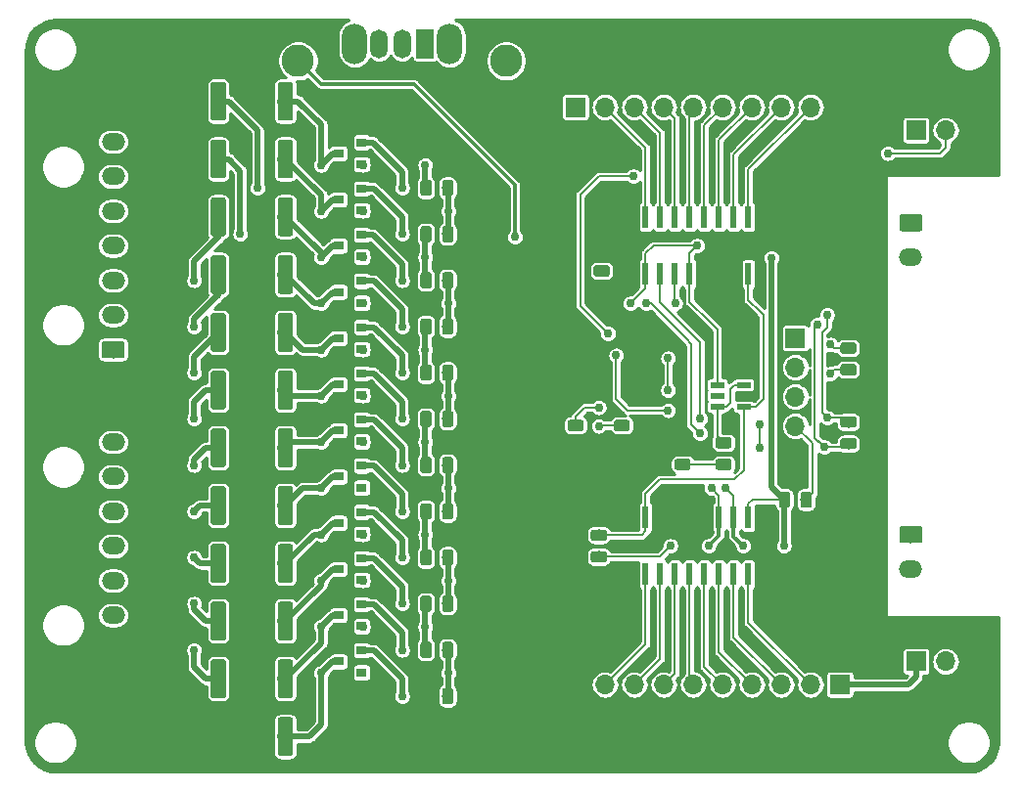
<source format=gbr>
%TF.GenerationSoftware,KiCad,Pcbnew,(5.1.4)-1*%
%TF.CreationDate,2019-10-26T20:50:12-05:00*%
%TF.ProjectId,BPSMinion,4250534d-696e-4696-9f6e-2e6b69636164,rev?*%
%TF.SameCoordinates,Original*%
%TF.FileFunction,Copper,L2,Bot*%
%TF.FilePolarity,Positive*%
%FSLAX46Y46*%
G04 Gerber Fmt 4.6, Leading zero omitted, Abs format (unit mm)*
G04 Created by KiCad (PCBNEW (5.1.4)-1) date 2019-10-26 20:50:12*
%MOMM*%
%LPD*%
G04 APERTURE LIST*
%ADD10O,1.700000X1.700000*%
%ADD11R,1.700000X1.700000*%
%ADD12O,2.020000X1.500000*%
%ADD13C,0.100000*%
%ADD14C,1.500000*%
%ADD15R,0.533400X1.981200*%
%ADD16R,1.219200X0.508000*%
%ADD17C,2.800000*%
%ADD18C,1.350000*%
%ADD19C,0.975000*%
%ADD20R,0.900000X0.800000*%
%ADD21R,1.500000X2.500000*%
%ADD22O,1.500000X2.500000*%
%ADD23O,2.200000X3.500000*%
%ADD24C,0.762000*%
%ADD25C,0.500000*%
%ADD26C,0.200000*%
%ADD27C,0.300000*%
%ADD28C,0.203200*%
%ADD29C,0.254000*%
G04 APERTURE END LIST*
D10*
X165860000Y-58000000D03*
X163320000Y-58000000D03*
X160780000Y-58000000D03*
X158240000Y-58000000D03*
X155700000Y-58000000D03*
X153160000Y-58000000D03*
X150620000Y-58000000D03*
X148080000Y-58000000D03*
X145540000Y-58000000D03*
D11*
X143000000Y-58000000D03*
D10*
X143000000Y-108000000D03*
X145540000Y-108000000D03*
X148080000Y-108000000D03*
X150620000Y-108000000D03*
X153160000Y-108000000D03*
X155700000Y-108000000D03*
X158240000Y-108000000D03*
X160780000Y-108000000D03*
X163320000Y-108000000D03*
D11*
X165860000Y-108000000D03*
D12*
X172000000Y-71000000D03*
D13*
G36*
X172784504Y-67251204D02*
G01*
X172808773Y-67254804D01*
X172832571Y-67260765D01*
X172855671Y-67269030D01*
X172877849Y-67279520D01*
X172898893Y-67292133D01*
X172918598Y-67306747D01*
X172936777Y-67323223D01*
X172953253Y-67341402D01*
X172967867Y-67361107D01*
X172980480Y-67382151D01*
X172990970Y-67404329D01*
X172999235Y-67427429D01*
X173005196Y-67451227D01*
X173008796Y-67475496D01*
X173010000Y-67500000D01*
X173010000Y-68500000D01*
X173008796Y-68524504D01*
X173005196Y-68548773D01*
X172999235Y-68572571D01*
X172990970Y-68595671D01*
X172980480Y-68617849D01*
X172967867Y-68638893D01*
X172953253Y-68658598D01*
X172936777Y-68676777D01*
X172918598Y-68693253D01*
X172898893Y-68707867D01*
X172877849Y-68720480D01*
X172855671Y-68730970D01*
X172832571Y-68739235D01*
X172808773Y-68745196D01*
X172784504Y-68748796D01*
X172760000Y-68750000D01*
X171240000Y-68750000D01*
X171215496Y-68748796D01*
X171191227Y-68745196D01*
X171167429Y-68739235D01*
X171144329Y-68730970D01*
X171122151Y-68720480D01*
X171101107Y-68707867D01*
X171081402Y-68693253D01*
X171063223Y-68676777D01*
X171046747Y-68658598D01*
X171032133Y-68638893D01*
X171019520Y-68617849D01*
X171009030Y-68595671D01*
X171000765Y-68572571D01*
X170994804Y-68548773D01*
X170991204Y-68524504D01*
X170990000Y-68500000D01*
X170990000Y-67500000D01*
X170991204Y-67475496D01*
X170994804Y-67451227D01*
X171000765Y-67427429D01*
X171009030Y-67404329D01*
X171019520Y-67382151D01*
X171032133Y-67361107D01*
X171046747Y-67341402D01*
X171063223Y-67323223D01*
X171081402Y-67306747D01*
X171101107Y-67292133D01*
X171122151Y-67279520D01*
X171144329Y-67269030D01*
X171167429Y-67260765D01*
X171191227Y-67254804D01*
X171215496Y-67251204D01*
X171240000Y-67250000D01*
X172760000Y-67250000D01*
X172784504Y-67251204D01*
X172784504Y-67251204D01*
G37*
D14*
X172000000Y-68000000D03*
D15*
X149055000Y-72463800D03*
X150325000Y-72463800D03*
X151595000Y-72463800D03*
X152865000Y-72463800D03*
X154135000Y-72463800D03*
X155405000Y-72463800D03*
X156675000Y-72463800D03*
X157945000Y-72463800D03*
X157945000Y-67536200D03*
X156675000Y-67536200D03*
X155405000Y-67536200D03*
X154135000Y-67536200D03*
X152865000Y-67536200D03*
X151595000Y-67536200D03*
X150325000Y-67536200D03*
X149055000Y-67536200D03*
D16*
X157543000Y-82049999D03*
X157543000Y-83000000D03*
X157543000Y-83950001D03*
X155257000Y-83950001D03*
X155257000Y-83000000D03*
X155257000Y-82049999D03*
D15*
X157945000Y-93536200D03*
X156675000Y-93536200D03*
X155405000Y-93536200D03*
X154135000Y-93536200D03*
X152865000Y-93536200D03*
X151595000Y-93536200D03*
X150325000Y-93536200D03*
X149055000Y-93536200D03*
X149055000Y-98463800D03*
X150325000Y-98463800D03*
X151595000Y-98463800D03*
X152865000Y-98463800D03*
X154135000Y-98463800D03*
X155405000Y-98463800D03*
X156675000Y-98463800D03*
X157945000Y-98463800D03*
D17*
X137000000Y-54000000D03*
X119000000Y-54000000D03*
D13*
G36*
X112549505Y-110826204D02*
G01*
X112573773Y-110829804D01*
X112597572Y-110835765D01*
X112620671Y-110844030D01*
X112642850Y-110854520D01*
X112663893Y-110867132D01*
X112683599Y-110881747D01*
X112701777Y-110898223D01*
X112718253Y-110916401D01*
X112732868Y-110936107D01*
X112745480Y-110957150D01*
X112755970Y-110979329D01*
X112764235Y-111002428D01*
X112770196Y-111026227D01*
X112773796Y-111050495D01*
X112775000Y-111074999D01*
X112775000Y-113925001D01*
X112773796Y-113949505D01*
X112770196Y-113973773D01*
X112764235Y-113997572D01*
X112755970Y-114020671D01*
X112745480Y-114042850D01*
X112732868Y-114063893D01*
X112718253Y-114083599D01*
X112701777Y-114101777D01*
X112683599Y-114118253D01*
X112663893Y-114132868D01*
X112642850Y-114145480D01*
X112620671Y-114155970D01*
X112597572Y-114164235D01*
X112573773Y-114170196D01*
X112549505Y-114173796D01*
X112525001Y-114175000D01*
X111674999Y-114175000D01*
X111650495Y-114173796D01*
X111626227Y-114170196D01*
X111602428Y-114164235D01*
X111579329Y-114155970D01*
X111557150Y-114145480D01*
X111536107Y-114132868D01*
X111516401Y-114118253D01*
X111498223Y-114101777D01*
X111481747Y-114083599D01*
X111467132Y-114063893D01*
X111454520Y-114042850D01*
X111444030Y-114020671D01*
X111435765Y-113997572D01*
X111429804Y-113973773D01*
X111426204Y-113949505D01*
X111425000Y-113925001D01*
X111425000Y-111074999D01*
X111426204Y-111050495D01*
X111429804Y-111026227D01*
X111435765Y-111002428D01*
X111444030Y-110979329D01*
X111454520Y-110957150D01*
X111467132Y-110936107D01*
X111481747Y-110916401D01*
X111498223Y-110898223D01*
X111516401Y-110881747D01*
X111536107Y-110867132D01*
X111557150Y-110854520D01*
X111579329Y-110844030D01*
X111602428Y-110835765D01*
X111626227Y-110829804D01*
X111650495Y-110826204D01*
X111674999Y-110825000D01*
X112525001Y-110825000D01*
X112549505Y-110826204D01*
X112549505Y-110826204D01*
G37*
D18*
X112100000Y-112500000D03*
D13*
G36*
X118349505Y-110826204D02*
G01*
X118373773Y-110829804D01*
X118397572Y-110835765D01*
X118420671Y-110844030D01*
X118442850Y-110854520D01*
X118463893Y-110867132D01*
X118483599Y-110881747D01*
X118501777Y-110898223D01*
X118518253Y-110916401D01*
X118532868Y-110936107D01*
X118545480Y-110957150D01*
X118555970Y-110979329D01*
X118564235Y-111002428D01*
X118570196Y-111026227D01*
X118573796Y-111050495D01*
X118575000Y-111074999D01*
X118575000Y-113925001D01*
X118573796Y-113949505D01*
X118570196Y-113973773D01*
X118564235Y-113997572D01*
X118555970Y-114020671D01*
X118545480Y-114042850D01*
X118532868Y-114063893D01*
X118518253Y-114083599D01*
X118501777Y-114101777D01*
X118483599Y-114118253D01*
X118463893Y-114132868D01*
X118442850Y-114145480D01*
X118420671Y-114155970D01*
X118397572Y-114164235D01*
X118373773Y-114170196D01*
X118349505Y-114173796D01*
X118325001Y-114175000D01*
X117474999Y-114175000D01*
X117450495Y-114173796D01*
X117426227Y-114170196D01*
X117402428Y-114164235D01*
X117379329Y-114155970D01*
X117357150Y-114145480D01*
X117336107Y-114132868D01*
X117316401Y-114118253D01*
X117298223Y-114101777D01*
X117281747Y-114083599D01*
X117267132Y-114063893D01*
X117254520Y-114042850D01*
X117244030Y-114020671D01*
X117235765Y-113997572D01*
X117229804Y-113973773D01*
X117226204Y-113949505D01*
X117225000Y-113925001D01*
X117225000Y-111074999D01*
X117226204Y-111050495D01*
X117229804Y-111026227D01*
X117235765Y-111002428D01*
X117244030Y-110979329D01*
X117254520Y-110957150D01*
X117267132Y-110936107D01*
X117281747Y-110916401D01*
X117298223Y-110898223D01*
X117316401Y-110881747D01*
X117336107Y-110867132D01*
X117357150Y-110854520D01*
X117379329Y-110844030D01*
X117402428Y-110835765D01*
X117426227Y-110829804D01*
X117450495Y-110826204D01*
X117474999Y-110825000D01*
X118325001Y-110825000D01*
X118349505Y-110826204D01*
X118349505Y-110826204D01*
G37*
D18*
X117900000Y-112500000D03*
D13*
G36*
X112549505Y-105826204D02*
G01*
X112573773Y-105829804D01*
X112597572Y-105835765D01*
X112620671Y-105844030D01*
X112642850Y-105854520D01*
X112663893Y-105867132D01*
X112683599Y-105881747D01*
X112701777Y-105898223D01*
X112718253Y-105916401D01*
X112732868Y-105936107D01*
X112745480Y-105957150D01*
X112755970Y-105979329D01*
X112764235Y-106002428D01*
X112770196Y-106026227D01*
X112773796Y-106050495D01*
X112775000Y-106074999D01*
X112775000Y-108925001D01*
X112773796Y-108949505D01*
X112770196Y-108973773D01*
X112764235Y-108997572D01*
X112755970Y-109020671D01*
X112745480Y-109042850D01*
X112732868Y-109063893D01*
X112718253Y-109083599D01*
X112701777Y-109101777D01*
X112683599Y-109118253D01*
X112663893Y-109132868D01*
X112642850Y-109145480D01*
X112620671Y-109155970D01*
X112597572Y-109164235D01*
X112573773Y-109170196D01*
X112549505Y-109173796D01*
X112525001Y-109175000D01*
X111674999Y-109175000D01*
X111650495Y-109173796D01*
X111626227Y-109170196D01*
X111602428Y-109164235D01*
X111579329Y-109155970D01*
X111557150Y-109145480D01*
X111536107Y-109132868D01*
X111516401Y-109118253D01*
X111498223Y-109101777D01*
X111481747Y-109083599D01*
X111467132Y-109063893D01*
X111454520Y-109042850D01*
X111444030Y-109020671D01*
X111435765Y-108997572D01*
X111429804Y-108973773D01*
X111426204Y-108949505D01*
X111425000Y-108925001D01*
X111425000Y-106074999D01*
X111426204Y-106050495D01*
X111429804Y-106026227D01*
X111435765Y-106002428D01*
X111444030Y-105979329D01*
X111454520Y-105957150D01*
X111467132Y-105936107D01*
X111481747Y-105916401D01*
X111498223Y-105898223D01*
X111516401Y-105881747D01*
X111536107Y-105867132D01*
X111557150Y-105854520D01*
X111579329Y-105844030D01*
X111602428Y-105835765D01*
X111626227Y-105829804D01*
X111650495Y-105826204D01*
X111674999Y-105825000D01*
X112525001Y-105825000D01*
X112549505Y-105826204D01*
X112549505Y-105826204D01*
G37*
D18*
X112100000Y-107500000D03*
D13*
G36*
X118349505Y-105826204D02*
G01*
X118373773Y-105829804D01*
X118397572Y-105835765D01*
X118420671Y-105844030D01*
X118442850Y-105854520D01*
X118463893Y-105867132D01*
X118483599Y-105881747D01*
X118501777Y-105898223D01*
X118518253Y-105916401D01*
X118532868Y-105936107D01*
X118545480Y-105957150D01*
X118555970Y-105979329D01*
X118564235Y-106002428D01*
X118570196Y-106026227D01*
X118573796Y-106050495D01*
X118575000Y-106074999D01*
X118575000Y-108925001D01*
X118573796Y-108949505D01*
X118570196Y-108973773D01*
X118564235Y-108997572D01*
X118555970Y-109020671D01*
X118545480Y-109042850D01*
X118532868Y-109063893D01*
X118518253Y-109083599D01*
X118501777Y-109101777D01*
X118483599Y-109118253D01*
X118463893Y-109132868D01*
X118442850Y-109145480D01*
X118420671Y-109155970D01*
X118397572Y-109164235D01*
X118373773Y-109170196D01*
X118349505Y-109173796D01*
X118325001Y-109175000D01*
X117474999Y-109175000D01*
X117450495Y-109173796D01*
X117426227Y-109170196D01*
X117402428Y-109164235D01*
X117379329Y-109155970D01*
X117357150Y-109145480D01*
X117336107Y-109132868D01*
X117316401Y-109118253D01*
X117298223Y-109101777D01*
X117281747Y-109083599D01*
X117267132Y-109063893D01*
X117254520Y-109042850D01*
X117244030Y-109020671D01*
X117235765Y-108997572D01*
X117229804Y-108973773D01*
X117226204Y-108949505D01*
X117225000Y-108925001D01*
X117225000Y-106074999D01*
X117226204Y-106050495D01*
X117229804Y-106026227D01*
X117235765Y-106002428D01*
X117244030Y-105979329D01*
X117254520Y-105957150D01*
X117267132Y-105936107D01*
X117281747Y-105916401D01*
X117298223Y-105898223D01*
X117316401Y-105881747D01*
X117336107Y-105867132D01*
X117357150Y-105854520D01*
X117379329Y-105844030D01*
X117402428Y-105835765D01*
X117426227Y-105829804D01*
X117450495Y-105826204D01*
X117474999Y-105825000D01*
X118325001Y-105825000D01*
X118349505Y-105826204D01*
X118349505Y-105826204D01*
G37*
D18*
X117900000Y-107500000D03*
D13*
G36*
X112549505Y-100826204D02*
G01*
X112573773Y-100829804D01*
X112597572Y-100835765D01*
X112620671Y-100844030D01*
X112642850Y-100854520D01*
X112663893Y-100867132D01*
X112683599Y-100881747D01*
X112701777Y-100898223D01*
X112718253Y-100916401D01*
X112732868Y-100936107D01*
X112745480Y-100957150D01*
X112755970Y-100979329D01*
X112764235Y-101002428D01*
X112770196Y-101026227D01*
X112773796Y-101050495D01*
X112775000Y-101074999D01*
X112775000Y-103925001D01*
X112773796Y-103949505D01*
X112770196Y-103973773D01*
X112764235Y-103997572D01*
X112755970Y-104020671D01*
X112745480Y-104042850D01*
X112732868Y-104063893D01*
X112718253Y-104083599D01*
X112701777Y-104101777D01*
X112683599Y-104118253D01*
X112663893Y-104132868D01*
X112642850Y-104145480D01*
X112620671Y-104155970D01*
X112597572Y-104164235D01*
X112573773Y-104170196D01*
X112549505Y-104173796D01*
X112525001Y-104175000D01*
X111674999Y-104175000D01*
X111650495Y-104173796D01*
X111626227Y-104170196D01*
X111602428Y-104164235D01*
X111579329Y-104155970D01*
X111557150Y-104145480D01*
X111536107Y-104132868D01*
X111516401Y-104118253D01*
X111498223Y-104101777D01*
X111481747Y-104083599D01*
X111467132Y-104063893D01*
X111454520Y-104042850D01*
X111444030Y-104020671D01*
X111435765Y-103997572D01*
X111429804Y-103973773D01*
X111426204Y-103949505D01*
X111425000Y-103925001D01*
X111425000Y-101074999D01*
X111426204Y-101050495D01*
X111429804Y-101026227D01*
X111435765Y-101002428D01*
X111444030Y-100979329D01*
X111454520Y-100957150D01*
X111467132Y-100936107D01*
X111481747Y-100916401D01*
X111498223Y-100898223D01*
X111516401Y-100881747D01*
X111536107Y-100867132D01*
X111557150Y-100854520D01*
X111579329Y-100844030D01*
X111602428Y-100835765D01*
X111626227Y-100829804D01*
X111650495Y-100826204D01*
X111674999Y-100825000D01*
X112525001Y-100825000D01*
X112549505Y-100826204D01*
X112549505Y-100826204D01*
G37*
D18*
X112100000Y-102500000D03*
D13*
G36*
X118349505Y-100826204D02*
G01*
X118373773Y-100829804D01*
X118397572Y-100835765D01*
X118420671Y-100844030D01*
X118442850Y-100854520D01*
X118463893Y-100867132D01*
X118483599Y-100881747D01*
X118501777Y-100898223D01*
X118518253Y-100916401D01*
X118532868Y-100936107D01*
X118545480Y-100957150D01*
X118555970Y-100979329D01*
X118564235Y-101002428D01*
X118570196Y-101026227D01*
X118573796Y-101050495D01*
X118575000Y-101074999D01*
X118575000Y-103925001D01*
X118573796Y-103949505D01*
X118570196Y-103973773D01*
X118564235Y-103997572D01*
X118555970Y-104020671D01*
X118545480Y-104042850D01*
X118532868Y-104063893D01*
X118518253Y-104083599D01*
X118501777Y-104101777D01*
X118483599Y-104118253D01*
X118463893Y-104132868D01*
X118442850Y-104145480D01*
X118420671Y-104155970D01*
X118397572Y-104164235D01*
X118373773Y-104170196D01*
X118349505Y-104173796D01*
X118325001Y-104175000D01*
X117474999Y-104175000D01*
X117450495Y-104173796D01*
X117426227Y-104170196D01*
X117402428Y-104164235D01*
X117379329Y-104155970D01*
X117357150Y-104145480D01*
X117336107Y-104132868D01*
X117316401Y-104118253D01*
X117298223Y-104101777D01*
X117281747Y-104083599D01*
X117267132Y-104063893D01*
X117254520Y-104042850D01*
X117244030Y-104020671D01*
X117235765Y-103997572D01*
X117229804Y-103973773D01*
X117226204Y-103949505D01*
X117225000Y-103925001D01*
X117225000Y-101074999D01*
X117226204Y-101050495D01*
X117229804Y-101026227D01*
X117235765Y-101002428D01*
X117244030Y-100979329D01*
X117254520Y-100957150D01*
X117267132Y-100936107D01*
X117281747Y-100916401D01*
X117298223Y-100898223D01*
X117316401Y-100881747D01*
X117336107Y-100867132D01*
X117357150Y-100854520D01*
X117379329Y-100844030D01*
X117402428Y-100835765D01*
X117426227Y-100829804D01*
X117450495Y-100826204D01*
X117474999Y-100825000D01*
X118325001Y-100825000D01*
X118349505Y-100826204D01*
X118349505Y-100826204D01*
G37*
D18*
X117900000Y-102500000D03*
D13*
G36*
X112549505Y-95826204D02*
G01*
X112573773Y-95829804D01*
X112597572Y-95835765D01*
X112620671Y-95844030D01*
X112642850Y-95854520D01*
X112663893Y-95867132D01*
X112683599Y-95881747D01*
X112701777Y-95898223D01*
X112718253Y-95916401D01*
X112732868Y-95936107D01*
X112745480Y-95957150D01*
X112755970Y-95979329D01*
X112764235Y-96002428D01*
X112770196Y-96026227D01*
X112773796Y-96050495D01*
X112775000Y-96074999D01*
X112775000Y-98925001D01*
X112773796Y-98949505D01*
X112770196Y-98973773D01*
X112764235Y-98997572D01*
X112755970Y-99020671D01*
X112745480Y-99042850D01*
X112732868Y-99063893D01*
X112718253Y-99083599D01*
X112701777Y-99101777D01*
X112683599Y-99118253D01*
X112663893Y-99132868D01*
X112642850Y-99145480D01*
X112620671Y-99155970D01*
X112597572Y-99164235D01*
X112573773Y-99170196D01*
X112549505Y-99173796D01*
X112525001Y-99175000D01*
X111674999Y-99175000D01*
X111650495Y-99173796D01*
X111626227Y-99170196D01*
X111602428Y-99164235D01*
X111579329Y-99155970D01*
X111557150Y-99145480D01*
X111536107Y-99132868D01*
X111516401Y-99118253D01*
X111498223Y-99101777D01*
X111481747Y-99083599D01*
X111467132Y-99063893D01*
X111454520Y-99042850D01*
X111444030Y-99020671D01*
X111435765Y-98997572D01*
X111429804Y-98973773D01*
X111426204Y-98949505D01*
X111425000Y-98925001D01*
X111425000Y-96074999D01*
X111426204Y-96050495D01*
X111429804Y-96026227D01*
X111435765Y-96002428D01*
X111444030Y-95979329D01*
X111454520Y-95957150D01*
X111467132Y-95936107D01*
X111481747Y-95916401D01*
X111498223Y-95898223D01*
X111516401Y-95881747D01*
X111536107Y-95867132D01*
X111557150Y-95854520D01*
X111579329Y-95844030D01*
X111602428Y-95835765D01*
X111626227Y-95829804D01*
X111650495Y-95826204D01*
X111674999Y-95825000D01*
X112525001Y-95825000D01*
X112549505Y-95826204D01*
X112549505Y-95826204D01*
G37*
D18*
X112100000Y-97500000D03*
D13*
G36*
X118349505Y-95826204D02*
G01*
X118373773Y-95829804D01*
X118397572Y-95835765D01*
X118420671Y-95844030D01*
X118442850Y-95854520D01*
X118463893Y-95867132D01*
X118483599Y-95881747D01*
X118501777Y-95898223D01*
X118518253Y-95916401D01*
X118532868Y-95936107D01*
X118545480Y-95957150D01*
X118555970Y-95979329D01*
X118564235Y-96002428D01*
X118570196Y-96026227D01*
X118573796Y-96050495D01*
X118575000Y-96074999D01*
X118575000Y-98925001D01*
X118573796Y-98949505D01*
X118570196Y-98973773D01*
X118564235Y-98997572D01*
X118555970Y-99020671D01*
X118545480Y-99042850D01*
X118532868Y-99063893D01*
X118518253Y-99083599D01*
X118501777Y-99101777D01*
X118483599Y-99118253D01*
X118463893Y-99132868D01*
X118442850Y-99145480D01*
X118420671Y-99155970D01*
X118397572Y-99164235D01*
X118373773Y-99170196D01*
X118349505Y-99173796D01*
X118325001Y-99175000D01*
X117474999Y-99175000D01*
X117450495Y-99173796D01*
X117426227Y-99170196D01*
X117402428Y-99164235D01*
X117379329Y-99155970D01*
X117357150Y-99145480D01*
X117336107Y-99132868D01*
X117316401Y-99118253D01*
X117298223Y-99101777D01*
X117281747Y-99083599D01*
X117267132Y-99063893D01*
X117254520Y-99042850D01*
X117244030Y-99020671D01*
X117235765Y-98997572D01*
X117229804Y-98973773D01*
X117226204Y-98949505D01*
X117225000Y-98925001D01*
X117225000Y-96074999D01*
X117226204Y-96050495D01*
X117229804Y-96026227D01*
X117235765Y-96002428D01*
X117244030Y-95979329D01*
X117254520Y-95957150D01*
X117267132Y-95936107D01*
X117281747Y-95916401D01*
X117298223Y-95898223D01*
X117316401Y-95881747D01*
X117336107Y-95867132D01*
X117357150Y-95854520D01*
X117379329Y-95844030D01*
X117402428Y-95835765D01*
X117426227Y-95829804D01*
X117450495Y-95826204D01*
X117474999Y-95825000D01*
X118325001Y-95825000D01*
X118349505Y-95826204D01*
X118349505Y-95826204D01*
G37*
D18*
X117900000Y-97500000D03*
D13*
G36*
X112549505Y-90826204D02*
G01*
X112573773Y-90829804D01*
X112597572Y-90835765D01*
X112620671Y-90844030D01*
X112642850Y-90854520D01*
X112663893Y-90867132D01*
X112683599Y-90881747D01*
X112701777Y-90898223D01*
X112718253Y-90916401D01*
X112732868Y-90936107D01*
X112745480Y-90957150D01*
X112755970Y-90979329D01*
X112764235Y-91002428D01*
X112770196Y-91026227D01*
X112773796Y-91050495D01*
X112775000Y-91074999D01*
X112775000Y-93925001D01*
X112773796Y-93949505D01*
X112770196Y-93973773D01*
X112764235Y-93997572D01*
X112755970Y-94020671D01*
X112745480Y-94042850D01*
X112732868Y-94063893D01*
X112718253Y-94083599D01*
X112701777Y-94101777D01*
X112683599Y-94118253D01*
X112663893Y-94132868D01*
X112642850Y-94145480D01*
X112620671Y-94155970D01*
X112597572Y-94164235D01*
X112573773Y-94170196D01*
X112549505Y-94173796D01*
X112525001Y-94175000D01*
X111674999Y-94175000D01*
X111650495Y-94173796D01*
X111626227Y-94170196D01*
X111602428Y-94164235D01*
X111579329Y-94155970D01*
X111557150Y-94145480D01*
X111536107Y-94132868D01*
X111516401Y-94118253D01*
X111498223Y-94101777D01*
X111481747Y-94083599D01*
X111467132Y-94063893D01*
X111454520Y-94042850D01*
X111444030Y-94020671D01*
X111435765Y-93997572D01*
X111429804Y-93973773D01*
X111426204Y-93949505D01*
X111425000Y-93925001D01*
X111425000Y-91074999D01*
X111426204Y-91050495D01*
X111429804Y-91026227D01*
X111435765Y-91002428D01*
X111444030Y-90979329D01*
X111454520Y-90957150D01*
X111467132Y-90936107D01*
X111481747Y-90916401D01*
X111498223Y-90898223D01*
X111516401Y-90881747D01*
X111536107Y-90867132D01*
X111557150Y-90854520D01*
X111579329Y-90844030D01*
X111602428Y-90835765D01*
X111626227Y-90829804D01*
X111650495Y-90826204D01*
X111674999Y-90825000D01*
X112525001Y-90825000D01*
X112549505Y-90826204D01*
X112549505Y-90826204D01*
G37*
D18*
X112100000Y-92500000D03*
D13*
G36*
X118349505Y-90826204D02*
G01*
X118373773Y-90829804D01*
X118397572Y-90835765D01*
X118420671Y-90844030D01*
X118442850Y-90854520D01*
X118463893Y-90867132D01*
X118483599Y-90881747D01*
X118501777Y-90898223D01*
X118518253Y-90916401D01*
X118532868Y-90936107D01*
X118545480Y-90957150D01*
X118555970Y-90979329D01*
X118564235Y-91002428D01*
X118570196Y-91026227D01*
X118573796Y-91050495D01*
X118575000Y-91074999D01*
X118575000Y-93925001D01*
X118573796Y-93949505D01*
X118570196Y-93973773D01*
X118564235Y-93997572D01*
X118555970Y-94020671D01*
X118545480Y-94042850D01*
X118532868Y-94063893D01*
X118518253Y-94083599D01*
X118501777Y-94101777D01*
X118483599Y-94118253D01*
X118463893Y-94132868D01*
X118442850Y-94145480D01*
X118420671Y-94155970D01*
X118397572Y-94164235D01*
X118373773Y-94170196D01*
X118349505Y-94173796D01*
X118325001Y-94175000D01*
X117474999Y-94175000D01*
X117450495Y-94173796D01*
X117426227Y-94170196D01*
X117402428Y-94164235D01*
X117379329Y-94155970D01*
X117357150Y-94145480D01*
X117336107Y-94132868D01*
X117316401Y-94118253D01*
X117298223Y-94101777D01*
X117281747Y-94083599D01*
X117267132Y-94063893D01*
X117254520Y-94042850D01*
X117244030Y-94020671D01*
X117235765Y-93997572D01*
X117229804Y-93973773D01*
X117226204Y-93949505D01*
X117225000Y-93925001D01*
X117225000Y-91074999D01*
X117226204Y-91050495D01*
X117229804Y-91026227D01*
X117235765Y-91002428D01*
X117244030Y-90979329D01*
X117254520Y-90957150D01*
X117267132Y-90936107D01*
X117281747Y-90916401D01*
X117298223Y-90898223D01*
X117316401Y-90881747D01*
X117336107Y-90867132D01*
X117357150Y-90854520D01*
X117379329Y-90844030D01*
X117402428Y-90835765D01*
X117426227Y-90829804D01*
X117450495Y-90826204D01*
X117474999Y-90825000D01*
X118325001Y-90825000D01*
X118349505Y-90826204D01*
X118349505Y-90826204D01*
G37*
D18*
X117900000Y-92500000D03*
D13*
G36*
X156280142Y-88451174D02*
G01*
X156303803Y-88454684D01*
X156327007Y-88460496D01*
X156349529Y-88468554D01*
X156371153Y-88478782D01*
X156391670Y-88491079D01*
X156410883Y-88505329D01*
X156428607Y-88521393D01*
X156444671Y-88539117D01*
X156458921Y-88558330D01*
X156471218Y-88578847D01*
X156481446Y-88600471D01*
X156489504Y-88622993D01*
X156495316Y-88646197D01*
X156498826Y-88669858D01*
X156500000Y-88693750D01*
X156500000Y-89181250D01*
X156498826Y-89205142D01*
X156495316Y-89228803D01*
X156489504Y-89252007D01*
X156481446Y-89274529D01*
X156471218Y-89296153D01*
X156458921Y-89316670D01*
X156444671Y-89335883D01*
X156428607Y-89353607D01*
X156410883Y-89369671D01*
X156391670Y-89383921D01*
X156371153Y-89396218D01*
X156349529Y-89406446D01*
X156327007Y-89414504D01*
X156303803Y-89420316D01*
X156280142Y-89423826D01*
X156256250Y-89425000D01*
X155343750Y-89425000D01*
X155319858Y-89423826D01*
X155296197Y-89420316D01*
X155272993Y-89414504D01*
X155250471Y-89406446D01*
X155228847Y-89396218D01*
X155208330Y-89383921D01*
X155189117Y-89369671D01*
X155171393Y-89353607D01*
X155155329Y-89335883D01*
X155141079Y-89316670D01*
X155128782Y-89296153D01*
X155118554Y-89274529D01*
X155110496Y-89252007D01*
X155104684Y-89228803D01*
X155101174Y-89205142D01*
X155100000Y-89181250D01*
X155100000Y-88693750D01*
X155101174Y-88669858D01*
X155104684Y-88646197D01*
X155110496Y-88622993D01*
X155118554Y-88600471D01*
X155128782Y-88578847D01*
X155141079Y-88558330D01*
X155155329Y-88539117D01*
X155171393Y-88521393D01*
X155189117Y-88505329D01*
X155208330Y-88491079D01*
X155228847Y-88478782D01*
X155250471Y-88468554D01*
X155272993Y-88460496D01*
X155296197Y-88454684D01*
X155319858Y-88451174D01*
X155343750Y-88450000D01*
X156256250Y-88450000D01*
X156280142Y-88451174D01*
X156280142Y-88451174D01*
G37*
D19*
X155800000Y-88937500D03*
D13*
G36*
X156280142Y-86576174D02*
G01*
X156303803Y-86579684D01*
X156327007Y-86585496D01*
X156349529Y-86593554D01*
X156371153Y-86603782D01*
X156391670Y-86616079D01*
X156410883Y-86630329D01*
X156428607Y-86646393D01*
X156444671Y-86664117D01*
X156458921Y-86683330D01*
X156471218Y-86703847D01*
X156481446Y-86725471D01*
X156489504Y-86747993D01*
X156495316Y-86771197D01*
X156498826Y-86794858D01*
X156500000Y-86818750D01*
X156500000Y-87306250D01*
X156498826Y-87330142D01*
X156495316Y-87353803D01*
X156489504Y-87377007D01*
X156481446Y-87399529D01*
X156471218Y-87421153D01*
X156458921Y-87441670D01*
X156444671Y-87460883D01*
X156428607Y-87478607D01*
X156410883Y-87494671D01*
X156391670Y-87508921D01*
X156371153Y-87521218D01*
X156349529Y-87531446D01*
X156327007Y-87539504D01*
X156303803Y-87545316D01*
X156280142Y-87548826D01*
X156256250Y-87550000D01*
X155343750Y-87550000D01*
X155319858Y-87548826D01*
X155296197Y-87545316D01*
X155272993Y-87539504D01*
X155250471Y-87531446D01*
X155228847Y-87521218D01*
X155208330Y-87508921D01*
X155189117Y-87494671D01*
X155171393Y-87478607D01*
X155155329Y-87460883D01*
X155141079Y-87441670D01*
X155128782Y-87421153D01*
X155118554Y-87399529D01*
X155110496Y-87377007D01*
X155104684Y-87353803D01*
X155101174Y-87330142D01*
X155100000Y-87306250D01*
X155100000Y-86818750D01*
X155101174Y-86794858D01*
X155104684Y-86771197D01*
X155110496Y-86747993D01*
X155118554Y-86725471D01*
X155128782Y-86703847D01*
X155141079Y-86683330D01*
X155155329Y-86664117D01*
X155171393Y-86646393D01*
X155189117Y-86630329D01*
X155208330Y-86616079D01*
X155228847Y-86603782D01*
X155250471Y-86593554D01*
X155272993Y-86585496D01*
X155296197Y-86579684D01*
X155319858Y-86576174D01*
X155343750Y-86575000D01*
X156256250Y-86575000D01*
X156280142Y-86576174D01*
X156280142Y-86576174D01*
G37*
D19*
X155800000Y-87062500D03*
D13*
G36*
X112549505Y-85826204D02*
G01*
X112573773Y-85829804D01*
X112597572Y-85835765D01*
X112620671Y-85844030D01*
X112642850Y-85854520D01*
X112663893Y-85867132D01*
X112683599Y-85881747D01*
X112701777Y-85898223D01*
X112718253Y-85916401D01*
X112732868Y-85936107D01*
X112745480Y-85957150D01*
X112755970Y-85979329D01*
X112764235Y-86002428D01*
X112770196Y-86026227D01*
X112773796Y-86050495D01*
X112775000Y-86074999D01*
X112775000Y-88925001D01*
X112773796Y-88949505D01*
X112770196Y-88973773D01*
X112764235Y-88997572D01*
X112755970Y-89020671D01*
X112745480Y-89042850D01*
X112732868Y-89063893D01*
X112718253Y-89083599D01*
X112701777Y-89101777D01*
X112683599Y-89118253D01*
X112663893Y-89132868D01*
X112642850Y-89145480D01*
X112620671Y-89155970D01*
X112597572Y-89164235D01*
X112573773Y-89170196D01*
X112549505Y-89173796D01*
X112525001Y-89175000D01*
X111674999Y-89175000D01*
X111650495Y-89173796D01*
X111626227Y-89170196D01*
X111602428Y-89164235D01*
X111579329Y-89155970D01*
X111557150Y-89145480D01*
X111536107Y-89132868D01*
X111516401Y-89118253D01*
X111498223Y-89101777D01*
X111481747Y-89083599D01*
X111467132Y-89063893D01*
X111454520Y-89042850D01*
X111444030Y-89020671D01*
X111435765Y-88997572D01*
X111429804Y-88973773D01*
X111426204Y-88949505D01*
X111425000Y-88925001D01*
X111425000Y-86074999D01*
X111426204Y-86050495D01*
X111429804Y-86026227D01*
X111435765Y-86002428D01*
X111444030Y-85979329D01*
X111454520Y-85957150D01*
X111467132Y-85936107D01*
X111481747Y-85916401D01*
X111498223Y-85898223D01*
X111516401Y-85881747D01*
X111536107Y-85867132D01*
X111557150Y-85854520D01*
X111579329Y-85844030D01*
X111602428Y-85835765D01*
X111626227Y-85829804D01*
X111650495Y-85826204D01*
X111674999Y-85825000D01*
X112525001Y-85825000D01*
X112549505Y-85826204D01*
X112549505Y-85826204D01*
G37*
D18*
X112100000Y-87500000D03*
D13*
G36*
X118349505Y-85826204D02*
G01*
X118373773Y-85829804D01*
X118397572Y-85835765D01*
X118420671Y-85844030D01*
X118442850Y-85854520D01*
X118463893Y-85867132D01*
X118483599Y-85881747D01*
X118501777Y-85898223D01*
X118518253Y-85916401D01*
X118532868Y-85936107D01*
X118545480Y-85957150D01*
X118555970Y-85979329D01*
X118564235Y-86002428D01*
X118570196Y-86026227D01*
X118573796Y-86050495D01*
X118575000Y-86074999D01*
X118575000Y-88925001D01*
X118573796Y-88949505D01*
X118570196Y-88973773D01*
X118564235Y-88997572D01*
X118555970Y-89020671D01*
X118545480Y-89042850D01*
X118532868Y-89063893D01*
X118518253Y-89083599D01*
X118501777Y-89101777D01*
X118483599Y-89118253D01*
X118463893Y-89132868D01*
X118442850Y-89145480D01*
X118420671Y-89155970D01*
X118397572Y-89164235D01*
X118373773Y-89170196D01*
X118349505Y-89173796D01*
X118325001Y-89175000D01*
X117474999Y-89175000D01*
X117450495Y-89173796D01*
X117426227Y-89170196D01*
X117402428Y-89164235D01*
X117379329Y-89155970D01*
X117357150Y-89145480D01*
X117336107Y-89132868D01*
X117316401Y-89118253D01*
X117298223Y-89101777D01*
X117281747Y-89083599D01*
X117267132Y-89063893D01*
X117254520Y-89042850D01*
X117244030Y-89020671D01*
X117235765Y-88997572D01*
X117229804Y-88973773D01*
X117226204Y-88949505D01*
X117225000Y-88925001D01*
X117225000Y-86074999D01*
X117226204Y-86050495D01*
X117229804Y-86026227D01*
X117235765Y-86002428D01*
X117244030Y-85979329D01*
X117254520Y-85957150D01*
X117267132Y-85936107D01*
X117281747Y-85916401D01*
X117298223Y-85898223D01*
X117316401Y-85881747D01*
X117336107Y-85867132D01*
X117357150Y-85854520D01*
X117379329Y-85844030D01*
X117402428Y-85835765D01*
X117426227Y-85829804D01*
X117450495Y-85826204D01*
X117474999Y-85825000D01*
X118325001Y-85825000D01*
X118349505Y-85826204D01*
X118349505Y-85826204D01*
G37*
D18*
X117900000Y-87500000D03*
D13*
G36*
X112549505Y-80826204D02*
G01*
X112573773Y-80829804D01*
X112597572Y-80835765D01*
X112620671Y-80844030D01*
X112642850Y-80854520D01*
X112663893Y-80867132D01*
X112683599Y-80881747D01*
X112701777Y-80898223D01*
X112718253Y-80916401D01*
X112732868Y-80936107D01*
X112745480Y-80957150D01*
X112755970Y-80979329D01*
X112764235Y-81002428D01*
X112770196Y-81026227D01*
X112773796Y-81050495D01*
X112775000Y-81074999D01*
X112775000Y-83925001D01*
X112773796Y-83949505D01*
X112770196Y-83973773D01*
X112764235Y-83997572D01*
X112755970Y-84020671D01*
X112745480Y-84042850D01*
X112732868Y-84063893D01*
X112718253Y-84083599D01*
X112701777Y-84101777D01*
X112683599Y-84118253D01*
X112663893Y-84132868D01*
X112642850Y-84145480D01*
X112620671Y-84155970D01*
X112597572Y-84164235D01*
X112573773Y-84170196D01*
X112549505Y-84173796D01*
X112525001Y-84175000D01*
X111674999Y-84175000D01*
X111650495Y-84173796D01*
X111626227Y-84170196D01*
X111602428Y-84164235D01*
X111579329Y-84155970D01*
X111557150Y-84145480D01*
X111536107Y-84132868D01*
X111516401Y-84118253D01*
X111498223Y-84101777D01*
X111481747Y-84083599D01*
X111467132Y-84063893D01*
X111454520Y-84042850D01*
X111444030Y-84020671D01*
X111435765Y-83997572D01*
X111429804Y-83973773D01*
X111426204Y-83949505D01*
X111425000Y-83925001D01*
X111425000Y-81074999D01*
X111426204Y-81050495D01*
X111429804Y-81026227D01*
X111435765Y-81002428D01*
X111444030Y-80979329D01*
X111454520Y-80957150D01*
X111467132Y-80936107D01*
X111481747Y-80916401D01*
X111498223Y-80898223D01*
X111516401Y-80881747D01*
X111536107Y-80867132D01*
X111557150Y-80854520D01*
X111579329Y-80844030D01*
X111602428Y-80835765D01*
X111626227Y-80829804D01*
X111650495Y-80826204D01*
X111674999Y-80825000D01*
X112525001Y-80825000D01*
X112549505Y-80826204D01*
X112549505Y-80826204D01*
G37*
D18*
X112100000Y-82500000D03*
D13*
G36*
X118349505Y-80826204D02*
G01*
X118373773Y-80829804D01*
X118397572Y-80835765D01*
X118420671Y-80844030D01*
X118442850Y-80854520D01*
X118463893Y-80867132D01*
X118483599Y-80881747D01*
X118501777Y-80898223D01*
X118518253Y-80916401D01*
X118532868Y-80936107D01*
X118545480Y-80957150D01*
X118555970Y-80979329D01*
X118564235Y-81002428D01*
X118570196Y-81026227D01*
X118573796Y-81050495D01*
X118575000Y-81074999D01*
X118575000Y-83925001D01*
X118573796Y-83949505D01*
X118570196Y-83973773D01*
X118564235Y-83997572D01*
X118555970Y-84020671D01*
X118545480Y-84042850D01*
X118532868Y-84063893D01*
X118518253Y-84083599D01*
X118501777Y-84101777D01*
X118483599Y-84118253D01*
X118463893Y-84132868D01*
X118442850Y-84145480D01*
X118420671Y-84155970D01*
X118397572Y-84164235D01*
X118373773Y-84170196D01*
X118349505Y-84173796D01*
X118325001Y-84175000D01*
X117474999Y-84175000D01*
X117450495Y-84173796D01*
X117426227Y-84170196D01*
X117402428Y-84164235D01*
X117379329Y-84155970D01*
X117357150Y-84145480D01*
X117336107Y-84132868D01*
X117316401Y-84118253D01*
X117298223Y-84101777D01*
X117281747Y-84083599D01*
X117267132Y-84063893D01*
X117254520Y-84042850D01*
X117244030Y-84020671D01*
X117235765Y-83997572D01*
X117229804Y-83973773D01*
X117226204Y-83949505D01*
X117225000Y-83925001D01*
X117225000Y-81074999D01*
X117226204Y-81050495D01*
X117229804Y-81026227D01*
X117235765Y-81002428D01*
X117244030Y-80979329D01*
X117254520Y-80957150D01*
X117267132Y-80936107D01*
X117281747Y-80916401D01*
X117298223Y-80898223D01*
X117316401Y-80881747D01*
X117336107Y-80867132D01*
X117357150Y-80854520D01*
X117379329Y-80844030D01*
X117402428Y-80835765D01*
X117426227Y-80829804D01*
X117450495Y-80826204D01*
X117474999Y-80825000D01*
X118325001Y-80825000D01*
X118349505Y-80826204D01*
X118349505Y-80826204D01*
G37*
D18*
X117900000Y-82500000D03*
D13*
G36*
X112549505Y-75826204D02*
G01*
X112573773Y-75829804D01*
X112597572Y-75835765D01*
X112620671Y-75844030D01*
X112642850Y-75854520D01*
X112663893Y-75867132D01*
X112683599Y-75881747D01*
X112701777Y-75898223D01*
X112718253Y-75916401D01*
X112732868Y-75936107D01*
X112745480Y-75957150D01*
X112755970Y-75979329D01*
X112764235Y-76002428D01*
X112770196Y-76026227D01*
X112773796Y-76050495D01*
X112775000Y-76074999D01*
X112775000Y-78925001D01*
X112773796Y-78949505D01*
X112770196Y-78973773D01*
X112764235Y-78997572D01*
X112755970Y-79020671D01*
X112745480Y-79042850D01*
X112732868Y-79063893D01*
X112718253Y-79083599D01*
X112701777Y-79101777D01*
X112683599Y-79118253D01*
X112663893Y-79132868D01*
X112642850Y-79145480D01*
X112620671Y-79155970D01*
X112597572Y-79164235D01*
X112573773Y-79170196D01*
X112549505Y-79173796D01*
X112525001Y-79175000D01*
X111674999Y-79175000D01*
X111650495Y-79173796D01*
X111626227Y-79170196D01*
X111602428Y-79164235D01*
X111579329Y-79155970D01*
X111557150Y-79145480D01*
X111536107Y-79132868D01*
X111516401Y-79118253D01*
X111498223Y-79101777D01*
X111481747Y-79083599D01*
X111467132Y-79063893D01*
X111454520Y-79042850D01*
X111444030Y-79020671D01*
X111435765Y-78997572D01*
X111429804Y-78973773D01*
X111426204Y-78949505D01*
X111425000Y-78925001D01*
X111425000Y-76074999D01*
X111426204Y-76050495D01*
X111429804Y-76026227D01*
X111435765Y-76002428D01*
X111444030Y-75979329D01*
X111454520Y-75957150D01*
X111467132Y-75936107D01*
X111481747Y-75916401D01*
X111498223Y-75898223D01*
X111516401Y-75881747D01*
X111536107Y-75867132D01*
X111557150Y-75854520D01*
X111579329Y-75844030D01*
X111602428Y-75835765D01*
X111626227Y-75829804D01*
X111650495Y-75826204D01*
X111674999Y-75825000D01*
X112525001Y-75825000D01*
X112549505Y-75826204D01*
X112549505Y-75826204D01*
G37*
D18*
X112100000Y-77500000D03*
D13*
G36*
X118349505Y-75826204D02*
G01*
X118373773Y-75829804D01*
X118397572Y-75835765D01*
X118420671Y-75844030D01*
X118442850Y-75854520D01*
X118463893Y-75867132D01*
X118483599Y-75881747D01*
X118501777Y-75898223D01*
X118518253Y-75916401D01*
X118532868Y-75936107D01*
X118545480Y-75957150D01*
X118555970Y-75979329D01*
X118564235Y-76002428D01*
X118570196Y-76026227D01*
X118573796Y-76050495D01*
X118575000Y-76074999D01*
X118575000Y-78925001D01*
X118573796Y-78949505D01*
X118570196Y-78973773D01*
X118564235Y-78997572D01*
X118555970Y-79020671D01*
X118545480Y-79042850D01*
X118532868Y-79063893D01*
X118518253Y-79083599D01*
X118501777Y-79101777D01*
X118483599Y-79118253D01*
X118463893Y-79132868D01*
X118442850Y-79145480D01*
X118420671Y-79155970D01*
X118397572Y-79164235D01*
X118373773Y-79170196D01*
X118349505Y-79173796D01*
X118325001Y-79175000D01*
X117474999Y-79175000D01*
X117450495Y-79173796D01*
X117426227Y-79170196D01*
X117402428Y-79164235D01*
X117379329Y-79155970D01*
X117357150Y-79145480D01*
X117336107Y-79132868D01*
X117316401Y-79118253D01*
X117298223Y-79101777D01*
X117281747Y-79083599D01*
X117267132Y-79063893D01*
X117254520Y-79042850D01*
X117244030Y-79020671D01*
X117235765Y-78997572D01*
X117229804Y-78973773D01*
X117226204Y-78949505D01*
X117225000Y-78925001D01*
X117225000Y-76074999D01*
X117226204Y-76050495D01*
X117229804Y-76026227D01*
X117235765Y-76002428D01*
X117244030Y-75979329D01*
X117254520Y-75957150D01*
X117267132Y-75936107D01*
X117281747Y-75916401D01*
X117298223Y-75898223D01*
X117316401Y-75881747D01*
X117336107Y-75867132D01*
X117357150Y-75854520D01*
X117379329Y-75844030D01*
X117402428Y-75835765D01*
X117426227Y-75829804D01*
X117450495Y-75826204D01*
X117474999Y-75825000D01*
X118325001Y-75825000D01*
X118349505Y-75826204D01*
X118349505Y-75826204D01*
G37*
D18*
X117900000Y-77500000D03*
D13*
G36*
X112549505Y-70826204D02*
G01*
X112573773Y-70829804D01*
X112597572Y-70835765D01*
X112620671Y-70844030D01*
X112642850Y-70854520D01*
X112663893Y-70867132D01*
X112683599Y-70881747D01*
X112701777Y-70898223D01*
X112718253Y-70916401D01*
X112732868Y-70936107D01*
X112745480Y-70957150D01*
X112755970Y-70979329D01*
X112764235Y-71002428D01*
X112770196Y-71026227D01*
X112773796Y-71050495D01*
X112775000Y-71074999D01*
X112775000Y-73925001D01*
X112773796Y-73949505D01*
X112770196Y-73973773D01*
X112764235Y-73997572D01*
X112755970Y-74020671D01*
X112745480Y-74042850D01*
X112732868Y-74063893D01*
X112718253Y-74083599D01*
X112701777Y-74101777D01*
X112683599Y-74118253D01*
X112663893Y-74132868D01*
X112642850Y-74145480D01*
X112620671Y-74155970D01*
X112597572Y-74164235D01*
X112573773Y-74170196D01*
X112549505Y-74173796D01*
X112525001Y-74175000D01*
X111674999Y-74175000D01*
X111650495Y-74173796D01*
X111626227Y-74170196D01*
X111602428Y-74164235D01*
X111579329Y-74155970D01*
X111557150Y-74145480D01*
X111536107Y-74132868D01*
X111516401Y-74118253D01*
X111498223Y-74101777D01*
X111481747Y-74083599D01*
X111467132Y-74063893D01*
X111454520Y-74042850D01*
X111444030Y-74020671D01*
X111435765Y-73997572D01*
X111429804Y-73973773D01*
X111426204Y-73949505D01*
X111425000Y-73925001D01*
X111425000Y-71074999D01*
X111426204Y-71050495D01*
X111429804Y-71026227D01*
X111435765Y-71002428D01*
X111444030Y-70979329D01*
X111454520Y-70957150D01*
X111467132Y-70936107D01*
X111481747Y-70916401D01*
X111498223Y-70898223D01*
X111516401Y-70881747D01*
X111536107Y-70867132D01*
X111557150Y-70854520D01*
X111579329Y-70844030D01*
X111602428Y-70835765D01*
X111626227Y-70829804D01*
X111650495Y-70826204D01*
X111674999Y-70825000D01*
X112525001Y-70825000D01*
X112549505Y-70826204D01*
X112549505Y-70826204D01*
G37*
D18*
X112100000Y-72500000D03*
D13*
G36*
X118349505Y-70826204D02*
G01*
X118373773Y-70829804D01*
X118397572Y-70835765D01*
X118420671Y-70844030D01*
X118442850Y-70854520D01*
X118463893Y-70867132D01*
X118483599Y-70881747D01*
X118501777Y-70898223D01*
X118518253Y-70916401D01*
X118532868Y-70936107D01*
X118545480Y-70957150D01*
X118555970Y-70979329D01*
X118564235Y-71002428D01*
X118570196Y-71026227D01*
X118573796Y-71050495D01*
X118575000Y-71074999D01*
X118575000Y-73925001D01*
X118573796Y-73949505D01*
X118570196Y-73973773D01*
X118564235Y-73997572D01*
X118555970Y-74020671D01*
X118545480Y-74042850D01*
X118532868Y-74063893D01*
X118518253Y-74083599D01*
X118501777Y-74101777D01*
X118483599Y-74118253D01*
X118463893Y-74132868D01*
X118442850Y-74145480D01*
X118420671Y-74155970D01*
X118397572Y-74164235D01*
X118373773Y-74170196D01*
X118349505Y-74173796D01*
X118325001Y-74175000D01*
X117474999Y-74175000D01*
X117450495Y-74173796D01*
X117426227Y-74170196D01*
X117402428Y-74164235D01*
X117379329Y-74155970D01*
X117357150Y-74145480D01*
X117336107Y-74132868D01*
X117316401Y-74118253D01*
X117298223Y-74101777D01*
X117281747Y-74083599D01*
X117267132Y-74063893D01*
X117254520Y-74042850D01*
X117244030Y-74020671D01*
X117235765Y-73997572D01*
X117229804Y-73973773D01*
X117226204Y-73949505D01*
X117225000Y-73925001D01*
X117225000Y-71074999D01*
X117226204Y-71050495D01*
X117229804Y-71026227D01*
X117235765Y-71002428D01*
X117244030Y-70979329D01*
X117254520Y-70957150D01*
X117267132Y-70936107D01*
X117281747Y-70916401D01*
X117298223Y-70898223D01*
X117316401Y-70881747D01*
X117336107Y-70867132D01*
X117357150Y-70854520D01*
X117379329Y-70844030D01*
X117402428Y-70835765D01*
X117426227Y-70829804D01*
X117450495Y-70826204D01*
X117474999Y-70825000D01*
X118325001Y-70825000D01*
X118349505Y-70826204D01*
X118349505Y-70826204D01*
G37*
D18*
X117900000Y-72500000D03*
D13*
G36*
X112549505Y-65826204D02*
G01*
X112573773Y-65829804D01*
X112597572Y-65835765D01*
X112620671Y-65844030D01*
X112642850Y-65854520D01*
X112663893Y-65867132D01*
X112683599Y-65881747D01*
X112701777Y-65898223D01*
X112718253Y-65916401D01*
X112732868Y-65936107D01*
X112745480Y-65957150D01*
X112755970Y-65979329D01*
X112764235Y-66002428D01*
X112770196Y-66026227D01*
X112773796Y-66050495D01*
X112775000Y-66074999D01*
X112775000Y-68925001D01*
X112773796Y-68949505D01*
X112770196Y-68973773D01*
X112764235Y-68997572D01*
X112755970Y-69020671D01*
X112745480Y-69042850D01*
X112732868Y-69063893D01*
X112718253Y-69083599D01*
X112701777Y-69101777D01*
X112683599Y-69118253D01*
X112663893Y-69132868D01*
X112642850Y-69145480D01*
X112620671Y-69155970D01*
X112597572Y-69164235D01*
X112573773Y-69170196D01*
X112549505Y-69173796D01*
X112525001Y-69175000D01*
X111674999Y-69175000D01*
X111650495Y-69173796D01*
X111626227Y-69170196D01*
X111602428Y-69164235D01*
X111579329Y-69155970D01*
X111557150Y-69145480D01*
X111536107Y-69132868D01*
X111516401Y-69118253D01*
X111498223Y-69101777D01*
X111481747Y-69083599D01*
X111467132Y-69063893D01*
X111454520Y-69042850D01*
X111444030Y-69020671D01*
X111435765Y-68997572D01*
X111429804Y-68973773D01*
X111426204Y-68949505D01*
X111425000Y-68925001D01*
X111425000Y-66074999D01*
X111426204Y-66050495D01*
X111429804Y-66026227D01*
X111435765Y-66002428D01*
X111444030Y-65979329D01*
X111454520Y-65957150D01*
X111467132Y-65936107D01*
X111481747Y-65916401D01*
X111498223Y-65898223D01*
X111516401Y-65881747D01*
X111536107Y-65867132D01*
X111557150Y-65854520D01*
X111579329Y-65844030D01*
X111602428Y-65835765D01*
X111626227Y-65829804D01*
X111650495Y-65826204D01*
X111674999Y-65825000D01*
X112525001Y-65825000D01*
X112549505Y-65826204D01*
X112549505Y-65826204D01*
G37*
D18*
X112100000Y-67500000D03*
D13*
G36*
X118349505Y-65826204D02*
G01*
X118373773Y-65829804D01*
X118397572Y-65835765D01*
X118420671Y-65844030D01*
X118442850Y-65854520D01*
X118463893Y-65867132D01*
X118483599Y-65881747D01*
X118501777Y-65898223D01*
X118518253Y-65916401D01*
X118532868Y-65936107D01*
X118545480Y-65957150D01*
X118555970Y-65979329D01*
X118564235Y-66002428D01*
X118570196Y-66026227D01*
X118573796Y-66050495D01*
X118575000Y-66074999D01*
X118575000Y-68925001D01*
X118573796Y-68949505D01*
X118570196Y-68973773D01*
X118564235Y-68997572D01*
X118555970Y-69020671D01*
X118545480Y-69042850D01*
X118532868Y-69063893D01*
X118518253Y-69083599D01*
X118501777Y-69101777D01*
X118483599Y-69118253D01*
X118463893Y-69132868D01*
X118442850Y-69145480D01*
X118420671Y-69155970D01*
X118397572Y-69164235D01*
X118373773Y-69170196D01*
X118349505Y-69173796D01*
X118325001Y-69175000D01*
X117474999Y-69175000D01*
X117450495Y-69173796D01*
X117426227Y-69170196D01*
X117402428Y-69164235D01*
X117379329Y-69155970D01*
X117357150Y-69145480D01*
X117336107Y-69132868D01*
X117316401Y-69118253D01*
X117298223Y-69101777D01*
X117281747Y-69083599D01*
X117267132Y-69063893D01*
X117254520Y-69042850D01*
X117244030Y-69020671D01*
X117235765Y-68997572D01*
X117229804Y-68973773D01*
X117226204Y-68949505D01*
X117225000Y-68925001D01*
X117225000Y-66074999D01*
X117226204Y-66050495D01*
X117229804Y-66026227D01*
X117235765Y-66002428D01*
X117244030Y-65979329D01*
X117254520Y-65957150D01*
X117267132Y-65936107D01*
X117281747Y-65916401D01*
X117298223Y-65898223D01*
X117316401Y-65881747D01*
X117336107Y-65867132D01*
X117357150Y-65854520D01*
X117379329Y-65844030D01*
X117402428Y-65835765D01*
X117426227Y-65829804D01*
X117450495Y-65826204D01*
X117474999Y-65825000D01*
X118325001Y-65825000D01*
X118349505Y-65826204D01*
X118349505Y-65826204D01*
G37*
D18*
X117900000Y-67500000D03*
D13*
G36*
X112549505Y-60826204D02*
G01*
X112573773Y-60829804D01*
X112597572Y-60835765D01*
X112620671Y-60844030D01*
X112642850Y-60854520D01*
X112663893Y-60867132D01*
X112683599Y-60881747D01*
X112701777Y-60898223D01*
X112718253Y-60916401D01*
X112732868Y-60936107D01*
X112745480Y-60957150D01*
X112755970Y-60979329D01*
X112764235Y-61002428D01*
X112770196Y-61026227D01*
X112773796Y-61050495D01*
X112775000Y-61074999D01*
X112775000Y-63925001D01*
X112773796Y-63949505D01*
X112770196Y-63973773D01*
X112764235Y-63997572D01*
X112755970Y-64020671D01*
X112745480Y-64042850D01*
X112732868Y-64063893D01*
X112718253Y-64083599D01*
X112701777Y-64101777D01*
X112683599Y-64118253D01*
X112663893Y-64132868D01*
X112642850Y-64145480D01*
X112620671Y-64155970D01*
X112597572Y-64164235D01*
X112573773Y-64170196D01*
X112549505Y-64173796D01*
X112525001Y-64175000D01*
X111674999Y-64175000D01*
X111650495Y-64173796D01*
X111626227Y-64170196D01*
X111602428Y-64164235D01*
X111579329Y-64155970D01*
X111557150Y-64145480D01*
X111536107Y-64132868D01*
X111516401Y-64118253D01*
X111498223Y-64101777D01*
X111481747Y-64083599D01*
X111467132Y-64063893D01*
X111454520Y-64042850D01*
X111444030Y-64020671D01*
X111435765Y-63997572D01*
X111429804Y-63973773D01*
X111426204Y-63949505D01*
X111425000Y-63925001D01*
X111425000Y-61074999D01*
X111426204Y-61050495D01*
X111429804Y-61026227D01*
X111435765Y-61002428D01*
X111444030Y-60979329D01*
X111454520Y-60957150D01*
X111467132Y-60936107D01*
X111481747Y-60916401D01*
X111498223Y-60898223D01*
X111516401Y-60881747D01*
X111536107Y-60867132D01*
X111557150Y-60854520D01*
X111579329Y-60844030D01*
X111602428Y-60835765D01*
X111626227Y-60829804D01*
X111650495Y-60826204D01*
X111674999Y-60825000D01*
X112525001Y-60825000D01*
X112549505Y-60826204D01*
X112549505Y-60826204D01*
G37*
D18*
X112100000Y-62500000D03*
D13*
G36*
X118349505Y-60826204D02*
G01*
X118373773Y-60829804D01*
X118397572Y-60835765D01*
X118420671Y-60844030D01*
X118442850Y-60854520D01*
X118463893Y-60867132D01*
X118483599Y-60881747D01*
X118501777Y-60898223D01*
X118518253Y-60916401D01*
X118532868Y-60936107D01*
X118545480Y-60957150D01*
X118555970Y-60979329D01*
X118564235Y-61002428D01*
X118570196Y-61026227D01*
X118573796Y-61050495D01*
X118575000Y-61074999D01*
X118575000Y-63925001D01*
X118573796Y-63949505D01*
X118570196Y-63973773D01*
X118564235Y-63997572D01*
X118555970Y-64020671D01*
X118545480Y-64042850D01*
X118532868Y-64063893D01*
X118518253Y-64083599D01*
X118501777Y-64101777D01*
X118483599Y-64118253D01*
X118463893Y-64132868D01*
X118442850Y-64145480D01*
X118420671Y-64155970D01*
X118397572Y-64164235D01*
X118373773Y-64170196D01*
X118349505Y-64173796D01*
X118325001Y-64175000D01*
X117474999Y-64175000D01*
X117450495Y-64173796D01*
X117426227Y-64170196D01*
X117402428Y-64164235D01*
X117379329Y-64155970D01*
X117357150Y-64145480D01*
X117336107Y-64132868D01*
X117316401Y-64118253D01*
X117298223Y-64101777D01*
X117281747Y-64083599D01*
X117267132Y-64063893D01*
X117254520Y-64042850D01*
X117244030Y-64020671D01*
X117235765Y-63997572D01*
X117229804Y-63973773D01*
X117226204Y-63949505D01*
X117225000Y-63925001D01*
X117225000Y-61074999D01*
X117226204Y-61050495D01*
X117229804Y-61026227D01*
X117235765Y-61002428D01*
X117244030Y-60979329D01*
X117254520Y-60957150D01*
X117267132Y-60936107D01*
X117281747Y-60916401D01*
X117298223Y-60898223D01*
X117316401Y-60881747D01*
X117336107Y-60867132D01*
X117357150Y-60854520D01*
X117379329Y-60844030D01*
X117402428Y-60835765D01*
X117426227Y-60829804D01*
X117450495Y-60826204D01*
X117474999Y-60825000D01*
X118325001Y-60825000D01*
X118349505Y-60826204D01*
X118349505Y-60826204D01*
G37*
D18*
X117900000Y-62500000D03*
D13*
G36*
X112549505Y-55826204D02*
G01*
X112573773Y-55829804D01*
X112597572Y-55835765D01*
X112620671Y-55844030D01*
X112642850Y-55854520D01*
X112663893Y-55867132D01*
X112683599Y-55881747D01*
X112701777Y-55898223D01*
X112718253Y-55916401D01*
X112732868Y-55936107D01*
X112745480Y-55957150D01*
X112755970Y-55979329D01*
X112764235Y-56002428D01*
X112770196Y-56026227D01*
X112773796Y-56050495D01*
X112775000Y-56074999D01*
X112775000Y-58925001D01*
X112773796Y-58949505D01*
X112770196Y-58973773D01*
X112764235Y-58997572D01*
X112755970Y-59020671D01*
X112745480Y-59042850D01*
X112732868Y-59063893D01*
X112718253Y-59083599D01*
X112701777Y-59101777D01*
X112683599Y-59118253D01*
X112663893Y-59132868D01*
X112642850Y-59145480D01*
X112620671Y-59155970D01*
X112597572Y-59164235D01*
X112573773Y-59170196D01*
X112549505Y-59173796D01*
X112525001Y-59175000D01*
X111674999Y-59175000D01*
X111650495Y-59173796D01*
X111626227Y-59170196D01*
X111602428Y-59164235D01*
X111579329Y-59155970D01*
X111557150Y-59145480D01*
X111536107Y-59132868D01*
X111516401Y-59118253D01*
X111498223Y-59101777D01*
X111481747Y-59083599D01*
X111467132Y-59063893D01*
X111454520Y-59042850D01*
X111444030Y-59020671D01*
X111435765Y-58997572D01*
X111429804Y-58973773D01*
X111426204Y-58949505D01*
X111425000Y-58925001D01*
X111425000Y-56074999D01*
X111426204Y-56050495D01*
X111429804Y-56026227D01*
X111435765Y-56002428D01*
X111444030Y-55979329D01*
X111454520Y-55957150D01*
X111467132Y-55936107D01*
X111481747Y-55916401D01*
X111498223Y-55898223D01*
X111516401Y-55881747D01*
X111536107Y-55867132D01*
X111557150Y-55854520D01*
X111579329Y-55844030D01*
X111602428Y-55835765D01*
X111626227Y-55829804D01*
X111650495Y-55826204D01*
X111674999Y-55825000D01*
X112525001Y-55825000D01*
X112549505Y-55826204D01*
X112549505Y-55826204D01*
G37*
D18*
X112100000Y-57500000D03*
D13*
G36*
X118349505Y-55826204D02*
G01*
X118373773Y-55829804D01*
X118397572Y-55835765D01*
X118420671Y-55844030D01*
X118442850Y-55854520D01*
X118463893Y-55867132D01*
X118483599Y-55881747D01*
X118501777Y-55898223D01*
X118518253Y-55916401D01*
X118532868Y-55936107D01*
X118545480Y-55957150D01*
X118555970Y-55979329D01*
X118564235Y-56002428D01*
X118570196Y-56026227D01*
X118573796Y-56050495D01*
X118575000Y-56074999D01*
X118575000Y-58925001D01*
X118573796Y-58949505D01*
X118570196Y-58973773D01*
X118564235Y-58997572D01*
X118555970Y-59020671D01*
X118545480Y-59042850D01*
X118532868Y-59063893D01*
X118518253Y-59083599D01*
X118501777Y-59101777D01*
X118483599Y-59118253D01*
X118463893Y-59132868D01*
X118442850Y-59145480D01*
X118420671Y-59155970D01*
X118397572Y-59164235D01*
X118373773Y-59170196D01*
X118349505Y-59173796D01*
X118325001Y-59175000D01*
X117474999Y-59175000D01*
X117450495Y-59173796D01*
X117426227Y-59170196D01*
X117402428Y-59164235D01*
X117379329Y-59155970D01*
X117357150Y-59145480D01*
X117336107Y-59132868D01*
X117316401Y-59118253D01*
X117298223Y-59101777D01*
X117281747Y-59083599D01*
X117267132Y-59063893D01*
X117254520Y-59042850D01*
X117244030Y-59020671D01*
X117235765Y-58997572D01*
X117229804Y-58973773D01*
X117226204Y-58949505D01*
X117225000Y-58925001D01*
X117225000Y-56074999D01*
X117226204Y-56050495D01*
X117229804Y-56026227D01*
X117235765Y-56002428D01*
X117244030Y-55979329D01*
X117254520Y-55957150D01*
X117267132Y-55936107D01*
X117281747Y-55916401D01*
X117298223Y-55898223D01*
X117316401Y-55881747D01*
X117336107Y-55867132D01*
X117357150Y-55854520D01*
X117379329Y-55844030D01*
X117402428Y-55835765D01*
X117426227Y-55829804D01*
X117450495Y-55826204D01*
X117474999Y-55825000D01*
X118325001Y-55825000D01*
X118349505Y-55826204D01*
X118349505Y-55826204D01*
G37*
D18*
X117900000Y-57500000D03*
D13*
G36*
X167080142Y-86651174D02*
G01*
X167103803Y-86654684D01*
X167127007Y-86660496D01*
X167149529Y-86668554D01*
X167171153Y-86678782D01*
X167191670Y-86691079D01*
X167210883Y-86705329D01*
X167228607Y-86721393D01*
X167244671Y-86739117D01*
X167258921Y-86758330D01*
X167271218Y-86778847D01*
X167281446Y-86800471D01*
X167289504Y-86822993D01*
X167295316Y-86846197D01*
X167298826Y-86869858D01*
X167300000Y-86893750D01*
X167300000Y-87381250D01*
X167298826Y-87405142D01*
X167295316Y-87428803D01*
X167289504Y-87452007D01*
X167281446Y-87474529D01*
X167271218Y-87496153D01*
X167258921Y-87516670D01*
X167244671Y-87535883D01*
X167228607Y-87553607D01*
X167210883Y-87569671D01*
X167191670Y-87583921D01*
X167171153Y-87596218D01*
X167149529Y-87606446D01*
X167127007Y-87614504D01*
X167103803Y-87620316D01*
X167080142Y-87623826D01*
X167056250Y-87625000D01*
X166143750Y-87625000D01*
X166119858Y-87623826D01*
X166096197Y-87620316D01*
X166072993Y-87614504D01*
X166050471Y-87606446D01*
X166028847Y-87596218D01*
X166008330Y-87583921D01*
X165989117Y-87569671D01*
X165971393Y-87553607D01*
X165955329Y-87535883D01*
X165941079Y-87516670D01*
X165928782Y-87496153D01*
X165918554Y-87474529D01*
X165910496Y-87452007D01*
X165904684Y-87428803D01*
X165901174Y-87405142D01*
X165900000Y-87381250D01*
X165900000Y-86893750D01*
X165901174Y-86869858D01*
X165904684Y-86846197D01*
X165910496Y-86822993D01*
X165918554Y-86800471D01*
X165928782Y-86778847D01*
X165941079Y-86758330D01*
X165955329Y-86739117D01*
X165971393Y-86721393D01*
X165989117Y-86705329D01*
X166008330Y-86691079D01*
X166028847Y-86678782D01*
X166050471Y-86668554D01*
X166072993Y-86660496D01*
X166096197Y-86654684D01*
X166119858Y-86651174D01*
X166143750Y-86650000D01*
X167056250Y-86650000D01*
X167080142Y-86651174D01*
X167080142Y-86651174D01*
G37*
D19*
X166600000Y-87137500D03*
D13*
G36*
X167080142Y-84776174D02*
G01*
X167103803Y-84779684D01*
X167127007Y-84785496D01*
X167149529Y-84793554D01*
X167171153Y-84803782D01*
X167191670Y-84816079D01*
X167210883Y-84830329D01*
X167228607Y-84846393D01*
X167244671Y-84864117D01*
X167258921Y-84883330D01*
X167271218Y-84903847D01*
X167281446Y-84925471D01*
X167289504Y-84947993D01*
X167295316Y-84971197D01*
X167298826Y-84994858D01*
X167300000Y-85018750D01*
X167300000Y-85506250D01*
X167298826Y-85530142D01*
X167295316Y-85553803D01*
X167289504Y-85577007D01*
X167281446Y-85599529D01*
X167271218Y-85621153D01*
X167258921Y-85641670D01*
X167244671Y-85660883D01*
X167228607Y-85678607D01*
X167210883Y-85694671D01*
X167191670Y-85708921D01*
X167171153Y-85721218D01*
X167149529Y-85731446D01*
X167127007Y-85739504D01*
X167103803Y-85745316D01*
X167080142Y-85748826D01*
X167056250Y-85750000D01*
X166143750Y-85750000D01*
X166119858Y-85748826D01*
X166096197Y-85745316D01*
X166072993Y-85739504D01*
X166050471Y-85731446D01*
X166028847Y-85721218D01*
X166008330Y-85708921D01*
X165989117Y-85694671D01*
X165971393Y-85678607D01*
X165955329Y-85660883D01*
X165941079Y-85641670D01*
X165928782Y-85621153D01*
X165918554Y-85599529D01*
X165910496Y-85577007D01*
X165904684Y-85553803D01*
X165901174Y-85530142D01*
X165900000Y-85506250D01*
X165900000Y-85018750D01*
X165901174Y-84994858D01*
X165904684Y-84971197D01*
X165910496Y-84947993D01*
X165918554Y-84925471D01*
X165928782Y-84903847D01*
X165941079Y-84883330D01*
X165955329Y-84864117D01*
X165971393Y-84846393D01*
X165989117Y-84830329D01*
X166008330Y-84816079D01*
X166028847Y-84803782D01*
X166050471Y-84793554D01*
X166072993Y-84785496D01*
X166096197Y-84779684D01*
X166119858Y-84776174D01*
X166143750Y-84775000D01*
X167056250Y-84775000D01*
X167080142Y-84776174D01*
X167080142Y-84776174D01*
G37*
D19*
X166600000Y-85262500D03*
D13*
G36*
X163205142Y-91301174D02*
G01*
X163228803Y-91304684D01*
X163252007Y-91310496D01*
X163274529Y-91318554D01*
X163296153Y-91328782D01*
X163316670Y-91341079D01*
X163335883Y-91355329D01*
X163353607Y-91371393D01*
X163369671Y-91389117D01*
X163383921Y-91408330D01*
X163396218Y-91428847D01*
X163406446Y-91450471D01*
X163414504Y-91472993D01*
X163420316Y-91496197D01*
X163423826Y-91519858D01*
X163425000Y-91543750D01*
X163425000Y-92456250D01*
X163423826Y-92480142D01*
X163420316Y-92503803D01*
X163414504Y-92527007D01*
X163406446Y-92549529D01*
X163396218Y-92571153D01*
X163383921Y-92591670D01*
X163369671Y-92610883D01*
X163353607Y-92628607D01*
X163335883Y-92644671D01*
X163316670Y-92658921D01*
X163296153Y-92671218D01*
X163274529Y-92681446D01*
X163252007Y-92689504D01*
X163228803Y-92695316D01*
X163205142Y-92698826D01*
X163181250Y-92700000D01*
X162693750Y-92700000D01*
X162669858Y-92698826D01*
X162646197Y-92695316D01*
X162622993Y-92689504D01*
X162600471Y-92681446D01*
X162578847Y-92671218D01*
X162558330Y-92658921D01*
X162539117Y-92644671D01*
X162521393Y-92628607D01*
X162505329Y-92610883D01*
X162491079Y-92591670D01*
X162478782Y-92571153D01*
X162468554Y-92549529D01*
X162460496Y-92527007D01*
X162454684Y-92503803D01*
X162451174Y-92480142D01*
X162450000Y-92456250D01*
X162450000Y-91543750D01*
X162451174Y-91519858D01*
X162454684Y-91496197D01*
X162460496Y-91472993D01*
X162468554Y-91450471D01*
X162478782Y-91428847D01*
X162491079Y-91408330D01*
X162505329Y-91389117D01*
X162521393Y-91371393D01*
X162539117Y-91355329D01*
X162558330Y-91341079D01*
X162578847Y-91328782D01*
X162600471Y-91318554D01*
X162622993Y-91310496D01*
X162646197Y-91304684D01*
X162669858Y-91301174D01*
X162693750Y-91300000D01*
X163181250Y-91300000D01*
X163205142Y-91301174D01*
X163205142Y-91301174D01*
G37*
D19*
X162937500Y-92000000D03*
D13*
G36*
X161330142Y-91301174D02*
G01*
X161353803Y-91304684D01*
X161377007Y-91310496D01*
X161399529Y-91318554D01*
X161421153Y-91328782D01*
X161441670Y-91341079D01*
X161460883Y-91355329D01*
X161478607Y-91371393D01*
X161494671Y-91389117D01*
X161508921Y-91408330D01*
X161521218Y-91428847D01*
X161531446Y-91450471D01*
X161539504Y-91472993D01*
X161545316Y-91496197D01*
X161548826Y-91519858D01*
X161550000Y-91543750D01*
X161550000Y-92456250D01*
X161548826Y-92480142D01*
X161545316Y-92503803D01*
X161539504Y-92527007D01*
X161531446Y-92549529D01*
X161521218Y-92571153D01*
X161508921Y-92591670D01*
X161494671Y-92610883D01*
X161478607Y-92628607D01*
X161460883Y-92644671D01*
X161441670Y-92658921D01*
X161421153Y-92671218D01*
X161399529Y-92681446D01*
X161377007Y-92689504D01*
X161353803Y-92695316D01*
X161330142Y-92698826D01*
X161306250Y-92700000D01*
X160818750Y-92700000D01*
X160794858Y-92698826D01*
X160771197Y-92695316D01*
X160747993Y-92689504D01*
X160725471Y-92681446D01*
X160703847Y-92671218D01*
X160683330Y-92658921D01*
X160664117Y-92644671D01*
X160646393Y-92628607D01*
X160630329Y-92610883D01*
X160616079Y-92591670D01*
X160603782Y-92571153D01*
X160593554Y-92549529D01*
X160585496Y-92527007D01*
X160579684Y-92503803D01*
X160576174Y-92480142D01*
X160575000Y-92456250D01*
X160575000Y-91543750D01*
X160576174Y-91519858D01*
X160579684Y-91496197D01*
X160585496Y-91472993D01*
X160593554Y-91450471D01*
X160603782Y-91428847D01*
X160616079Y-91408330D01*
X160630329Y-91389117D01*
X160646393Y-91371393D01*
X160664117Y-91355329D01*
X160683330Y-91341079D01*
X160703847Y-91328782D01*
X160725471Y-91318554D01*
X160747993Y-91310496D01*
X160771197Y-91304684D01*
X160794858Y-91301174D01*
X160818750Y-91300000D01*
X161306250Y-91300000D01*
X161330142Y-91301174D01*
X161330142Y-91301174D01*
G37*
D19*
X161062500Y-92000000D03*
D13*
G36*
X167080142Y-80251174D02*
G01*
X167103803Y-80254684D01*
X167127007Y-80260496D01*
X167149529Y-80268554D01*
X167171153Y-80278782D01*
X167191670Y-80291079D01*
X167210883Y-80305329D01*
X167228607Y-80321393D01*
X167244671Y-80339117D01*
X167258921Y-80358330D01*
X167271218Y-80378847D01*
X167281446Y-80400471D01*
X167289504Y-80422993D01*
X167295316Y-80446197D01*
X167298826Y-80469858D01*
X167300000Y-80493750D01*
X167300000Y-80981250D01*
X167298826Y-81005142D01*
X167295316Y-81028803D01*
X167289504Y-81052007D01*
X167281446Y-81074529D01*
X167271218Y-81096153D01*
X167258921Y-81116670D01*
X167244671Y-81135883D01*
X167228607Y-81153607D01*
X167210883Y-81169671D01*
X167191670Y-81183921D01*
X167171153Y-81196218D01*
X167149529Y-81206446D01*
X167127007Y-81214504D01*
X167103803Y-81220316D01*
X167080142Y-81223826D01*
X167056250Y-81225000D01*
X166143750Y-81225000D01*
X166119858Y-81223826D01*
X166096197Y-81220316D01*
X166072993Y-81214504D01*
X166050471Y-81206446D01*
X166028847Y-81196218D01*
X166008330Y-81183921D01*
X165989117Y-81169671D01*
X165971393Y-81153607D01*
X165955329Y-81135883D01*
X165941079Y-81116670D01*
X165928782Y-81096153D01*
X165918554Y-81074529D01*
X165910496Y-81052007D01*
X165904684Y-81028803D01*
X165901174Y-81005142D01*
X165900000Y-80981250D01*
X165900000Y-80493750D01*
X165901174Y-80469858D01*
X165904684Y-80446197D01*
X165910496Y-80422993D01*
X165918554Y-80400471D01*
X165928782Y-80378847D01*
X165941079Y-80358330D01*
X165955329Y-80339117D01*
X165971393Y-80321393D01*
X165989117Y-80305329D01*
X166008330Y-80291079D01*
X166028847Y-80278782D01*
X166050471Y-80268554D01*
X166072993Y-80260496D01*
X166096197Y-80254684D01*
X166119858Y-80251174D01*
X166143750Y-80250000D01*
X167056250Y-80250000D01*
X167080142Y-80251174D01*
X167080142Y-80251174D01*
G37*
D19*
X166600000Y-80737500D03*
D13*
G36*
X167080142Y-78376174D02*
G01*
X167103803Y-78379684D01*
X167127007Y-78385496D01*
X167149529Y-78393554D01*
X167171153Y-78403782D01*
X167191670Y-78416079D01*
X167210883Y-78430329D01*
X167228607Y-78446393D01*
X167244671Y-78464117D01*
X167258921Y-78483330D01*
X167271218Y-78503847D01*
X167281446Y-78525471D01*
X167289504Y-78547993D01*
X167295316Y-78571197D01*
X167298826Y-78594858D01*
X167300000Y-78618750D01*
X167300000Y-79106250D01*
X167298826Y-79130142D01*
X167295316Y-79153803D01*
X167289504Y-79177007D01*
X167281446Y-79199529D01*
X167271218Y-79221153D01*
X167258921Y-79241670D01*
X167244671Y-79260883D01*
X167228607Y-79278607D01*
X167210883Y-79294671D01*
X167191670Y-79308921D01*
X167171153Y-79321218D01*
X167149529Y-79331446D01*
X167127007Y-79339504D01*
X167103803Y-79345316D01*
X167080142Y-79348826D01*
X167056250Y-79350000D01*
X166143750Y-79350000D01*
X166119858Y-79348826D01*
X166096197Y-79345316D01*
X166072993Y-79339504D01*
X166050471Y-79331446D01*
X166028847Y-79321218D01*
X166008330Y-79308921D01*
X165989117Y-79294671D01*
X165971393Y-79278607D01*
X165955329Y-79260883D01*
X165941079Y-79241670D01*
X165928782Y-79221153D01*
X165918554Y-79199529D01*
X165910496Y-79177007D01*
X165904684Y-79153803D01*
X165901174Y-79130142D01*
X165900000Y-79106250D01*
X165900000Y-78618750D01*
X165901174Y-78594858D01*
X165904684Y-78571197D01*
X165910496Y-78547993D01*
X165918554Y-78525471D01*
X165928782Y-78503847D01*
X165941079Y-78483330D01*
X165955329Y-78464117D01*
X165971393Y-78446393D01*
X165989117Y-78430329D01*
X166008330Y-78416079D01*
X166028847Y-78403782D01*
X166050471Y-78393554D01*
X166072993Y-78385496D01*
X166096197Y-78379684D01*
X166119858Y-78376174D01*
X166143750Y-78375000D01*
X167056250Y-78375000D01*
X167080142Y-78376174D01*
X167080142Y-78376174D01*
G37*
D19*
X166600000Y-78862500D03*
D20*
X122500000Y-106000000D03*
X124500000Y-106950000D03*
X124500000Y-105050000D03*
X122500000Y-102000000D03*
X124500000Y-102950000D03*
X124500000Y-101050000D03*
X122500000Y-98000000D03*
X124500000Y-98950000D03*
X124500000Y-97050000D03*
X122500000Y-94000000D03*
X124500000Y-94950000D03*
X124500000Y-93050000D03*
X122500000Y-90000000D03*
X124500000Y-90950000D03*
X124500000Y-89050000D03*
X124500000Y-85050000D03*
X124500000Y-86950000D03*
X122500000Y-86000000D03*
X124500000Y-81050000D03*
X124500000Y-82950000D03*
X122500000Y-82000000D03*
X124500000Y-77050000D03*
X124500000Y-78950000D03*
X122500000Y-78000000D03*
X124500000Y-73050000D03*
X124500000Y-74950000D03*
X122500000Y-74000000D03*
X124500000Y-69050000D03*
X124500000Y-70950000D03*
X122500000Y-70000000D03*
X122500000Y-66000000D03*
X124500000Y-66950000D03*
X124500000Y-65050000D03*
X122500000Y-62000000D03*
X124500000Y-62950000D03*
X124500000Y-61050000D03*
D10*
X177540000Y-60000000D03*
X175000000Y-60000000D03*
D11*
X172460000Y-60000000D03*
D10*
X177540000Y-106000000D03*
X175000000Y-106000000D03*
D11*
X172460000Y-106000000D03*
D13*
G36*
X103784504Y-104251204D02*
G01*
X103808773Y-104254804D01*
X103832571Y-104260765D01*
X103855671Y-104269030D01*
X103877849Y-104279520D01*
X103898893Y-104292133D01*
X103918598Y-104306747D01*
X103936777Y-104323223D01*
X103953253Y-104341402D01*
X103967867Y-104361107D01*
X103980480Y-104382151D01*
X103990970Y-104404329D01*
X103999235Y-104427429D01*
X104005196Y-104451227D01*
X104008796Y-104475496D01*
X104010000Y-104500000D01*
X104010000Y-105500000D01*
X104008796Y-105524504D01*
X104005196Y-105548773D01*
X103999235Y-105572571D01*
X103990970Y-105595671D01*
X103980480Y-105617849D01*
X103967867Y-105638893D01*
X103953253Y-105658598D01*
X103936777Y-105676777D01*
X103918598Y-105693253D01*
X103898893Y-105707867D01*
X103877849Y-105720480D01*
X103855671Y-105730970D01*
X103832571Y-105739235D01*
X103808773Y-105745196D01*
X103784504Y-105748796D01*
X103760000Y-105750000D01*
X102240000Y-105750000D01*
X102215496Y-105748796D01*
X102191227Y-105745196D01*
X102167429Y-105739235D01*
X102144329Y-105730970D01*
X102122151Y-105720480D01*
X102101107Y-105707867D01*
X102081402Y-105693253D01*
X102063223Y-105676777D01*
X102046747Y-105658598D01*
X102032133Y-105638893D01*
X102019520Y-105617849D01*
X102009030Y-105595671D01*
X102000765Y-105572571D01*
X101994804Y-105548773D01*
X101991204Y-105524504D01*
X101990000Y-105500000D01*
X101990000Y-104500000D01*
X101991204Y-104475496D01*
X101994804Y-104451227D01*
X102000765Y-104427429D01*
X102009030Y-104404329D01*
X102019520Y-104382151D01*
X102032133Y-104361107D01*
X102046747Y-104341402D01*
X102063223Y-104323223D01*
X102081402Y-104306747D01*
X102101107Y-104292133D01*
X102122151Y-104279520D01*
X102144329Y-104269030D01*
X102167429Y-104260765D01*
X102191227Y-104254804D01*
X102215496Y-104251204D01*
X102240000Y-104250000D01*
X103760000Y-104250000D01*
X103784504Y-104251204D01*
X103784504Y-104251204D01*
G37*
D14*
X103000000Y-105000000D03*
D12*
X103000000Y-102000000D03*
X103000000Y-99000000D03*
X103000000Y-96000000D03*
X103000000Y-93000000D03*
X103000000Y-90000000D03*
X103000000Y-87000000D03*
D13*
G36*
X103784504Y-78251204D02*
G01*
X103808773Y-78254804D01*
X103832571Y-78260765D01*
X103855671Y-78269030D01*
X103877849Y-78279520D01*
X103898893Y-78292133D01*
X103918598Y-78306747D01*
X103936777Y-78323223D01*
X103953253Y-78341402D01*
X103967867Y-78361107D01*
X103980480Y-78382151D01*
X103990970Y-78404329D01*
X103999235Y-78427429D01*
X104005196Y-78451227D01*
X104008796Y-78475496D01*
X104010000Y-78500000D01*
X104010000Y-79500000D01*
X104008796Y-79524504D01*
X104005196Y-79548773D01*
X103999235Y-79572571D01*
X103990970Y-79595671D01*
X103980480Y-79617849D01*
X103967867Y-79638893D01*
X103953253Y-79658598D01*
X103936777Y-79676777D01*
X103918598Y-79693253D01*
X103898893Y-79707867D01*
X103877849Y-79720480D01*
X103855671Y-79730970D01*
X103832571Y-79739235D01*
X103808773Y-79745196D01*
X103784504Y-79748796D01*
X103760000Y-79750000D01*
X102240000Y-79750000D01*
X102215496Y-79748796D01*
X102191227Y-79745196D01*
X102167429Y-79739235D01*
X102144329Y-79730970D01*
X102122151Y-79720480D01*
X102101107Y-79707867D01*
X102081402Y-79693253D01*
X102063223Y-79676777D01*
X102046747Y-79658598D01*
X102032133Y-79638893D01*
X102019520Y-79617849D01*
X102009030Y-79595671D01*
X102000765Y-79572571D01*
X101994804Y-79548773D01*
X101991204Y-79524504D01*
X101990000Y-79500000D01*
X101990000Y-78500000D01*
X101991204Y-78475496D01*
X101994804Y-78451227D01*
X102000765Y-78427429D01*
X102009030Y-78404329D01*
X102019520Y-78382151D01*
X102032133Y-78361107D01*
X102046747Y-78341402D01*
X102063223Y-78323223D01*
X102081402Y-78306747D01*
X102101107Y-78292133D01*
X102122151Y-78279520D01*
X102144329Y-78269030D01*
X102167429Y-78260765D01*
X102191227Y-78254804D01*
X102215496Y-78251204D01*
X102240000Y-78250000D01*
X103760000Y-78250000D01*
X103784504Y-78251204D01*
X103784504Y-78251204D01*
G37*
D14*
X103000000Y-79000000D03*
D12*
X103000000Y-76000000D03*
X103000000Y-73000000D03*
X103000000Y-70000000D03*
X103000000Y-67000000D03*
X103000000Y-64000000D03*
X103000000Y-61000000D03*
D10*
X162000000Y-88160000D03*
X162000000Y-85620000D03*
X162000000Y-83080000D03*
X162000000Y-80540000D03*
D11*
X162000000Y-78000000D03*
D13*
G36*
X132205142Y-108301174D02*
G01*
X132228803Y-108304684D01*
X132252007Y-108310496D01*
X132274529Y-108318554D01*
X132296153Y-108328782D01*
X132316670Y-108341079D01*
X132335883Y-108355329D01*
X132353607Y-108371393D01*
X132369671Y-108389117D01*
X132383921Y-108408330D01*
X132396218Y-108428847D01*
X132406446Y-108450471D01*
X132414504Y-108472993D01*
X132420316Y-108496197D01*
X132423826Y-108519858D01*
X132425000Y-108543750D01*
X132425000Y-109456250D01*
X132423826Y-109480142D01*
X132420316Y-109503803D01*
X132414504Y-109527007D01*
X132406446Y-109549529D01*
X132396218Y-109571153D01*
X132383921Y-109591670D01*
X132369671Y-109610883D01*
X132353607Y-109628607D01*
X132335883Y-109644671D01*
X132316670Y-109658921D01*
X132296153Y-109671218D01*
X132274529Y-109681446D01*
X132252007Y-109689504D01*
X132228803Y-109695316D01*
X132205142Y-109698826D01*
X132181250Y-109700000D01*
X131693750Y-109700000D01*
X131669858Y-109698826D01*
X131646197Y-109695316D01*
X131622993Y-109689504D01*
X131600471Y-109681446D01*
X131578847Y-109671218D01*
X131558330Y-109658921D01*
X131539117Y-109644671D01*
X131521393Y-109628607D01*
X131505329Y-109610883D01*
X131491079Y-109591670D01*
X131478782Y-109571153D01*
X131468554Y-109549529D01*
X131460496Y-109527007D01*
X131454684Y-109503803D01*
X131451174Y-109480142D01*
X131450000Y-109456250D01*
X131450000Y-108543750D01*
X131451174Y-108519858D01*
X131454684Y-108496197D01*
X131460496Y-108472993D01*
X131468554Y-108450471D01*
X131478782Y-108428847D01*
X131491079Y-108408330D01*
X131505329Y-108389117D01*
X131521393Y-108371393D01*
X131539117Y-108355329D01*
X131558330Y-108341079D01*
X131578847Y-108328782D01*
X131600471Y-108318554D01*
X131622993Y-108310496D01*
X131646197Y-108304684D01*
X131669858Y-108301174D01*
X131693750Y-108300000D01*
X132181250Y-108300000D01*
X132205142Y-108301174D01*
X132205142Y-108301174D01*
G37*
D19*
X131937500Y-109000000D03*
D13*
G36*
X130330142Y-108301174D02*
G01*
X130353803Y-108304684D01*
X130377007Y-108310496D01*
X130399529Y-108318554D01*
X130421153Y-108328782D01*
X130441670Y-108341079D01*
X130460883Y-108355329D01*
X130478607Y-108371393D01*
X130494671Y-108389117D01*
X130508921Y-108408330D01*
X130521218Y-108428847D01*
X130531446Y-108450471D01*
X130539504Y-108472993D01*
X130545316Y-108496197D01*
X130548826Y-108519858D01*
X130550000Y-108543750D01*
X130550000Y-109456250D01*
X130548826Y-109480142D01*
X130545316Y-109503803D01*
X130539504Y-109527007D01*
X130531446Y-109549529D01*
X130521218Y-109571153D01*
X130508921Y-109591670D01*
X130494671Y-109610883D01*
X130478607Y-109628607D01*
X130460883Y-109644671D01*
X130441670Y-109658921D01*
X130421153Y-109671218D01*
X130399529Y-109681446D01*
X130377007Y-109689504D01*
X130353803Y-109695316D01*
X130330142Y-109698826D01*
X130306250Y-109700000D01*
X129818750Y-109700000D01*
X129794858Y-109698826D01*
X129771197Y-109695316D01*
X129747993Y-109689504D01*
X129725471Y-109681446D01*
X129703847Y-109671218D01*
X129683330Y-109658921D01*
X129664117Y-109644671D01*
X129646393Y-109628607D01*
X129630329Y-109610883D01*
X129616079Y-109591670D01*
X129603782Y-109571153D01*
X129593554Y-109549529D01*
X129585496Y-109527007D01*
X129579684Y-109503803D01*
X129576174Y-109480142D01*
X129575000Y-109456250D01*
X129575000Y-108543750D01*
X129576174Y-108519858D01*
X129579684Y-108496197D01*
X129585496Y-108472993D01*
X129593554Y-108450471D01*
X129603782Y-108428847D01*
X129616079Y-108408330D01*
X129630329Y-108389117D01*
X129646393Y-108371393D01*
X129664117Y-108355329D01*
X129683330Y-108341079D01*
X129703847Y-108328782D01*
X129725471Y-108318554D01*
X129747993Y-108310496D01*
X129771197Y-108304684D01*
X129794858Y-108301174D01*
X129818750Y-108300000D01*
X130306250Y-108300000D01*
X130330142Y-108301174D01*
X130330142Y-108301174D01*
G37*
D19*
X130062500Y-109000000D03*
D13*
G36*
X130330142Y-104301174D02*
G01*
X130353803Y-104304684D01*
X130377007Y-104310496D01*
X130399529Y-104318554D01*
X130421153Y-104328782D01*
X130441670Y-104341079D01*
X130460883Y-104355329D01*
X130478607Y-104371393D01*
X130494671Y-104389117D01*
X130508921Y-104408330D01*
X130521218Y-104428847D01*
X130531446Y-104450471D01*
X130539504Y-104472993D01*
X130545316Y-104496197D01*
X130548826Y-104519858D01*
X130550000Y-104543750D01*
X130550000Y-105456250D01*
X130548826Y-105480142D01*
X130545316Y-105503803D01*
X130539504Y-105527007D01*
X130531446Y-105549529D01*
X130521218Y-105571153D01*
X130508921Y-105591670D01*
X130494671Y-105610883D01*
X130478607Y-105628607D01*
X130460883Y-105644671D01*
X130441670Y-105658921D01*
X130421153Y-105671218D01*
X130399529Y-105681446D01*
X130377007Y-105689504D01*
X130353803Y-105695316D01*
X130330142Y-105698826D01*
X130306250Y-105700000D01*
X129818750Y-105700000D01*
X129794858Y-105698826D01*
X129771197Y-105695316D01*
X129747993Y-105689504D01*
X129725471Y-105681446D01*
X129703847Y-105671218D01*
X129683330Y-105658921D01*
X129664117Y-105644671D01*
X129646393Y-105628607D01*
X129630329Y-105610883D01*
X129616079Y-105591670D01*
X129603782Y-105571153D01*
X129593554Y-105549529D01*
X129585496Y-105527007D01*
X129579684Y-105503803D01*
X129576174Y-105480142D01*
X129575000Y-105456250D01*
X129575000Y-104543750D01*
X129576174Y-104519858D01*
X129579684Y-104496197D01*
X129585496Y-104472993D01*
X129593554Y-104450471D01*
X129603782Y-104428847D01*
X129616079Y-104408330D01*
X129630329Y-104389117D01*
X129646393Y-104371393D01*
X129664117Y-104355329D01*
X129683330Y-104341079D01*
X129703847Y-104328782D01*
X129725471Y-104318554D01*
X129747993Y-104310496D01*
X129771197Y-104304684D01*
X129794858Y-104301174D01*
X129818750Y-104300000D01*
X130306250Y-104300000D01*
X130330142Y-104301174D01*
X130330142Y-104301174D01*
G37*
D19*
X130062500Y-105000000D03*
D13*
G36*
X132205142Y-104301174D02*
G01*
X132228803Y-104304684D01*
X132252007Y-104310496D01*
X132274529Y-104318554D01*
X132296153Y-104328782D01*
X132316670Y-104341079D01*
X132335883Y-104355329D01*
X132353607Y-104371393D01*
X132369671Y-104389117D01*
X132383921Y-104408330D01*
X132396218Y-104428847D01*
X132406446Y-104450471D01*
X132414504Y-104472993D01*
X132420316Y-104496197D01*
X132423826Y-104519858D01*
X132425000Y-104543750D01*
X132425000Y-105456250D01*
X132423826Y-105480142D01*
X132420316Y-105503803D01*
X132414504Y-105527007D01*
X132406446Y-105549529D01*
X132396218Y-105571153D01*
X132383921Y-105591670D01*
X132369671Y-105610883D01*
X132353607Y-105628607D01*
X132335883Y-105644671D01*
X132316670Y-105658921D01*
X132296153Y-105671218D01*
X132274529Y-105681446D01*
X132252007Y-105689504D01*
X132228803Y-105695316D01*
X132205142Y-105698826D01*
X132181250Y-105700000D01*
X131693750Y-105700000D01*
X131669858Y-105698826D01*
X131646197Y-105695316D01*
X131622993Y-105689504D01*
X131600471Y-105681446D01*
X131578847Y-105671218D01*
X131558330Y-105658921D01*
X131539117Y-105644671D01*
X131521393Y-105628607D01*
X131505329Y-105610883D01*
X131491079Y-105591670D01*
X131478782Y-105571153D01*
X131468554Y-105549529D01*
X131460496Y-105527007D01*
X131454684Y-105503803D01*
X131451174Y-105480142D01*
X131450000Y-105456250D01*
X131450000Y-104543750D01*
X131451174Y-104519858D01*
X131454684Y-104496197D01*
X131460496Y-104472993D01*
X131468554Y-104450471D01*
X131478782Y-104428847D01*
X131491079Y-104408330D01*
X131505329Y-104389117D01*
X131521393Y-104371393D01*
X131539117Y-104355329D01*
X131558330Y-104341079D01*
X131578847Y-104328782D01*
X131600471Y-104318554D01*
X131622993Y-104310496D01*
X131646197Y-104304684D01*
X131669858Y-104301174D01*
X131693750Y-104300000D01*
X132181250Y-104300000D01*
X132205142Y-104301174D01*
X132205142Y-104301174D01*
G37*
D19*
X131937500Y-105000000D03*
D13*
G36*
X132205142Y-100301174D02*
G01*
X132228803Y-100304684D01*
X132252007Y-100310496D01*
X132274529Y-100318554D01*
X132296153Y-100328782D01*
X132316670Y-100341079D01*
X132335883Y-100355329D01*
X132353607Y-100371393D01*
X132369671Y-100389117D01*
X132383921Y-100408330D01*
X132396218Y-100428847D01*
X132406446Y-100450471D01*
X132414504Y-100472993D01*
X132420316Y-100496197D01*
X132423826Y-100519858D01*
X132425000Y-100543750D01*
X132425000Y-101456250D01*
X132423826Y-101480142D01*
X132420316Y-101503803D01*
X132414504Y-101527007D01*
X132406446Y-101549529D01*
X132396218Y-101571153D01*
X132383921Y-101591670D01*
X132369671Y-101610883D01*
X132353607Y-101628607D01*
X132335883Y-101644671D01*
X132316670Y-101658921D01*
X132296153Y-101671218D01*
X132274529Y-101681446D01*
X132252007Y-101689504D01*
X132228803Y-101695316D01*
X132205142Y-101698826D01*
X132181250Y-101700000D01*
X131693750Y-101700000D01*
X131669858Y-101698826D01*
X131646197Y-101695316D01*
X131622993Y-101689504D01*
X131600471Y-101681446D01*
X131578847Y-101671218D01*
X131558330Y-101658921D01*
X131539117Y-101644671D01*
X131521393Y-101628607D01*
X131505329Y-101610883D01*
X131491079Y-101591670D01*
X131478782Y-101571153D01*
X131468554Y-101549529D01*
X131460496Y-101527007D01*
X131454684Y-101503803D01*
X131451174Y-101480142D01*
X131450000Y-101456250D01*
X131450000Y-100543750D01*
X131451174Y-100519858D01*
X131454684Y-100496197D01*
X131460496Y-100472993D01*
X131468554Y-100450471D01*
X131478782Y-100428847D01*
X131491079Y-100408330D01*
X131505329Y-100389117D01*
X131521393Y-100371393D01*
X131539117Y-100355329D01*
X131558330Y-100341079D01*
X131578847Y-100328782D01*
X131600471Y-100318554D01*
X131622993Y-100310496D01*
X131646197Y-100304684D01*
X131669858Y-100301174D01*
X131693750Y-100300000D01*
X132181250Y-100300000D01*
X132205142Y-100301174D01*
X132205142Y-100301174D01*
G37*
D19*
X131937500Y-101000000D03*
D13*
G36*
X130330142Y-100301174D02*
G01*
X130353803Y-100304684D01*
X130377007Y-100310496D01*
X130399529Y-100318554D01*
X130421153Y-100328782D01*
X130441670Y-100341079D01*
X130460883Y-100355329D01*
X130478607Y-100371393D01*
X130494671Y-100389117D01*
X130508921Y-100408330D01*
X130521218Y-100428847D01*
X130531446Y-100450471D01*
X130539504Y-100472993D01*
X130545316Y-100496197D01*
X130548826Y-100519858D01*
X130550000Y-100543750D01*
X130550000Y-101456250D01*
X130548826Y-101480142D01*
X130545316Y-101503803D01*
X130539504Y-101527007D01*
X130531446Y-101549529D01*
X130521218Y-101571153D01*
X130508921Y-101591670D01*
X130494671Y-101610883D01*
X130478607Y-101628607D01*
X130460883Y-101644671D01*
X130441670Y-101658921D01*
X130421153Y-101671218D01*
X130399529Y-101681446D01*
X130377007Y-101689504D01*
X130353803Y-101695316D01*
X130330142Y-101698826D01*
X130306250Y-101700000D01*
X129818750Y-101700000D01*
X129794858Y-101698826D01*
X129771197Y-101695316D01*
X129747993Y-101689504D01*
X129725471Y-101681446D01*
X129703847Y-101671218D01*
X129683330Y-101658921D01*
X129664117Y-101644671D01*
X129646393Y-101628607D01*
X129630329Y-101610883D01*
X129616079Y-101591670D01*
X129603782Y-101571153D01*
X129593554Y-101549529D01*
X129585496Y-101527007D01*
X129579684Y-101503803D01*
X129576174Y-101480142D01*
X129575000Y-101456250D01*
X129575000Y-100543750D01*
X129576174Y-100519858D01*
X129579684Y-100496197D01*
X129585496Y-100472993D01*
X129593554Y-100450471D01*
X129603782Y-100428847D01*
X129616079Y-100408330D01*
X129630329Y-100389117D01*
X129646393Y-100371393D01*
X129664117Y-100355329D01*
X129683330Y-100341079D01*
X129703847Y-100328782D01*
X129725471Y-100318554D01*
X129747993Y-100310496D01*
X129771197Y-100304684D01*
X129794858Y-100301174D01*
X129818750Y-100300000D01*
X130306250Y-100300000D01*
X130330142Y-100301174D01*
X130330142Y-100301174D01*
G37*
D19*
X130062500Y-101000000D03*
D13*
G36*
X130330142Y-96301174D02*
G01*
X130353803Y-96304684D01*
X130377007Y-96310496D01*
X130399529Y-96318554D01*
X130421153Y-96328782D01*
X130441670Y-96341079D01*
X130460883Y-96355329D01*
X130478607Y-96371393D01*
X130494671Y-96389117D01*
X130508921Y-96408330D01*
X130521218Y-96428847D01*
X130531446Y-96450471D01*
X130539504Y-96472993D01*
X130545316Y-96496197D01*
X130548826Y-96519858D01*
X130550000Y-96543750D01*
X130550000Y-97456250D01*
X130548826Y-97480142D01*
X130545316Y-97503803D01*
X130539504Y-97527007D01*
X130531446Y-97549529D01*
X130521218Y-97571153D01*
X130508921Y-97591670D01*
X130494671Y-97610883D01*
X130478607Y-97628607D01*
X130460883Y-97644671D01*
X130441670Y-97658921D01*
X130421153Y-97671218D01*
X130399529Y-97681446D01*
X130377007Y-97689504D01*
X130353803Y-97695316D01*
X130330142Y-97698826D01*
X130306250Y-97700000D01*
X129818750Y-97700000D01*
X129794858Y-97698826D01*
X129771197Y-97695316D01*
X129747993Y-97689504D01*
X129725471Y-97681446D01*
X129703847Y-97671218D01*
X129683330Y-97658921D01*
X129664117Y-97644671D01*
X129646393Y-97628607D01*
X129630329Y-97610883D01*
X129616079Y-97591670D01*
X129603782Y-97571153D01*
X129593554Y-97549529D01*
X129585496Y-97527007D01*
X129579684Y-97503803D01*
X129576174Y-97480142D01*
X129575000Y-97456250D01*
X129575000Y-96543750D01*
X129576174Y-96519858D01*
X129579684Y-96496197D01*
X129585496Y-96472993D01*
X129593554Y-96450471D01*
X129603782Y-96428847D01*
X129616079Y-96408330D01*
X129630329Y-96389117D01*
X129646393Y-96371393D01*
X129664117Y-96355329D01*
X129683330Y-96341079D01*
X129703847Y-96328782D01*
X129725471Y-96318554D01*
X129747993Y-96310496D01*
X129771197Y-96304684D01*
X129794858Y-96301174D01*
X129818750Y-96300000D01*
X130306250Y-96300000D01*
X130330142Y-96301174D01*
X130330142Y-96301174D01*
G37*
D19*
X130062500Y-97000000D03*
D13*
G36*
X132205142Y-96301174D02*
G01*
X132228803Y-96304684D01*
X132252007Y-96310496D01*
X132274529Y-96318554D01*
X132296153Y-96328782D01*
X132316670Y-96341079D01*
X132335883Y-96355329D01*
X132353607Y-96371393D01*
X132369671Y-96389117D01*
X132383921Y-96408330D01*
X132396218Y-96428847D01*
X132406446Y-96450471D01*
X132414504Y-96472993D01*
X132420316Y-96496197D01*
X132423826Y-96519858D01*
X132425000Y-96543750D01*
X132425000Y-97456250D01*
X132423826Y-97480142D01*
X132420316Y-97503803D01*
X132414504Y-97527007D01*
X132406446Y-97549529D01*
X132396218Y-97571153D01*
X132383921Y-97591670D01*
X132369671Y-97610883D01*
X132353607Y-97628607D01*
X132335883Y-97644671D01*
X132316670Y-97658921D01*
X132296153Y-97671218D01*
X132274529Y-97681446D01*
X132252007Y-97689504D01*
X132228803Y-97695316D01*
X132205142Y-97698826D01*
X132181250Y-97700000D01*
X131693750Y-97700000D01*
X131669858Y-97698826D01*
X131646197Y-97695316D01*
X131622993Y-97689504D01*
X131600471Y-97681446D01*
X131578847Y-97671218D01*
X131558330Y-97658921D01*
X131539117Y-97644671D01*
X131521393Y-97628607D01*
X131505329Y-97610883D01*
X131491079Y-97591670D01*
X131478782Y-97571153D01*
X131468554Y-97549529D01*
X131460496Y-97527007D01*
X131454684Y-97503803D01*
X131451174Y-97480142D01*
X131450000Y-97456250D01*
X131450000Y-96543750D01*
X131451174Y-96519858D01*
X131454684Y-96496197D01*
X131460496Y-96472993D01*
X131468554Y-96450471D01*
X131478782Y-96428847D01*
X131491079Y-96408330D01*
X131505329Y-96389117D01*
X131521393Y-96371393D01*
X131539117Y-96355329D01*
X131558330Y-96341079D01*
X131578847Y-96328782D01*
X131600471Y-96318554D01*
X131622993Y-96310496D01*
X131646197Y-96304684D01*
X131669858Y-96301174D01*
X131693750Y-96300000D01*
X132181250Y-96300000D01*
X132205142Y-96301174D01*
X132205142Y-96301174D01*
G37*
D19*
X131937500Y-97000000D03*
D13*
G36*
X132205142Y-92301174D02*
G01*
X132228803Y-92304684D01*
X132252007Y-92310496D01*
X132274529Y-92318554D01*
X132296153Y-92328782D01*
X132316670Y-92341079D01*
X132335883Y-92355329D01*
X132353607Y-92371393D01*
X132369671Y-92389117D01*
X132383921Y-92408330D01*
X132396218Y-92428847D01*
X132406446Y-92450471D01*
X132414504Y-92472993D01*
X132420316Y-92496197D01*
X132423826Y-92519858D01*
X132425000Y-92543750D01*
X132425000Y-93456250D01*
X132423826Y-93480142D01*
X132420316Y-93503803D01*
X132414504Y-93527007D01*
X132406446Y-93549529D01*
X132396218Y-93571153D01*
X132383921Y-93591670D01*
X132369671Y-93610883D01*
X132353607Y-93628607D01*
X132335883Y-93644671D01*
X132316670Y-93658921D01*
X132296153Y-93671218D01*
X132274529Y-93681446D01*
X132252007Y-93689504D01*
X132228803Y-93695316D01*
X132205142Y-93698826D01*
X132181250Y-93700000D01*
X131693750Y-93700000D01*
X131669858Y-93698826D01*
X131646197Y-93695316D01*
X131622993Y-93689504D01*
X131600471Y-93681446D01*
X131578847Y-93671218D01*
X131558330Y-93658921D01*
X131539117Y-93644671D01*
X131521393Y-93628607D01*
X131505329Y-93610883D01*
X131491079Y-93591670D01*
X131478782Y-93571153D01*
X131468554Y-93549529D01*
X131460496Y-93527007D01*
X131454684Y-93503803D01*
X131451174Y-93480142D01*
X131450000Y-93456250D01*
X131450000Y-92543750D01*
X131451174Y-92519858D01*
X131454684Y-92496197D01*
X131460496Y-92472993D01*
X131468554Y-92450471D01*
X131478782Y-92428847D01*
X131491079Y-92408330D01*
X131505329Y-92389117D01*
X131521393Y-92371393D01*
X131539117Y-92355329D01*
X131558330Y-92341079D01*
X131578847Y-92328782D01*
X131600471Y-92318554D01*
X131622993Y-92310496D01*
X131646197Y-92304684D01*
X131669858Y-92301174D01*
X131693750Y-92300000D01*
X132181250Y-92300000D01*
X132205142Y-92301174D01*
X132205142Y-92301174D01*
G37*
D19*
X131937500Y-93000000D03*
D13*
G36*
X130330142Y-92301174D02*
G01*
X130353803Y-92304684D01*
X130377007Y-92310496D01*
X130399529Y-92318554D01*
X130421153Y-92328782D01*
X130441670Y-92341079D01*
X130460883Y-92355329D01*
X130478607Y-92371393D01*
X130494671Y-92389117D01*
X130508921Y-92408330D01*
X130521218Y-92428847D01*
X130531446Y-92450471D01*
X130539504Y-92472993D01*
X130545316Y-92496197D01*
X130548826Y-92519858D01*
X130550000Y-92543750D01*
X130550000Y-93456250D01*
X130548826Y-93480142D01*
X130545316Y-93503803D01*
X130539504Y-93527007D01*
X130531446Y-93549529D01*
X130521218Y-93571153D01*
X130508921Y-93591670D01*
X130494671Y-93610883D01*
X130478607Y-93628607D01*
X130460883Y-93644671D01*
X130441670Y-93658921D01*
X130421153Y-93671218D01*
X130399529Y-93681446D01*
X130377007Y-93689504D01*
X130353803Y-93695316D01*
X130330142Y-93698826D01*
X130306250Y-93700000D01*
X129818750Y-93700000D01*
X129794858Y-93698826D01*
X129771197Y-93695316D01*
X129747993Y-93689504D01*
X129725471Y-93681446D01*
X129703847Y-93671218D01*
X129683330Y-93658921D01*
X129664117Y-93644671D01*
X129646393Y-93628607D01*
X129630329Y-93610883D01*
X129616079Y-93591670D01*
X129603782Y-93571153D01*
X129593554Y-93549529D01*
X129585496Y-93527007D01*
X129579684Y-93503803D01*
X129576174Y-93480142D01*
X129575000Y-93456250D01*
X129575000Y-92543750D01*
X129576174Y-92519858D01*
X129579684Y-92496197D01*
X129585496Y-92472993D01*
X129593554Y-92450471D01*
X129603782Y-92428847D01*
X129616079Y-92408330D01*
X129630329Y-92389117D01*
X129646393Y-92371393D01*
X129664117Y-92355329D01*
X129683330Y-92341079D01*
X129703847Y-92328782D01*
X129725471Y-92318554D01*
X129747993Y-92310496D01*
X129771197Y-92304684D01*
X129794858Y-92301174D01*
X129818750Y-92300000D01*
X130306250Y-92300000D01*
X130330142Y-92301174D01*
X130330142Y-92301174D01*
G37*
D19*
X130062500Y-93000000D03*
D13*
G36*
X152730142Y-88451174D02*
G01*
X152753803Y-88454684D01*
X152777007Y-88460496D01*
X152799529Y-88468554D01*
X152821153Y-88478782D01*
X152841670Y-88491079D01*
X152860883Y-88505329D01*
X152878607Y-88521393D01*
X152894671Y-88539117D01*
X152908921Y-88558330D01*
X152921218Y-88578847D01*
X152931446Y-88600471D01*
X152939504Y-88622993D01*
X152945316Y-88646197D01*
X152948826Y-88669858D01*
X152950000Y-88693750D01*
X152950000Y-89181250D01*
X152948826Y-89205142D01*
X152945316Y-89228803D01*
X152939504Y-89252007D01*
X152931446Y-89274529D01*
X152921218Y-89296153D01*
X152908921Y-89316670D01*
X152894671Y-89335883D01*
X152878607Y-89353607D01*
X152860883Y-89369671D01*
X152841670Y-89383921D01*
X152821153Y-89396218D01*
X152799529Y-89406446D01*
X152777007Y-89414504D01*
X152753803Y-89420316D01*
X152730142Y-89423826D01*
X152706250Y-89425000D01*
X151793750Y-89425000D01*
X151769858Y-89423826D01*
X151746197Y-89420316D01*
X151722993Y-89414504D01*
X151700471Y-89406446D01*
X151678847Y-89396218D01*
X151658330Y-89383921D01*
X151639117Y-89369671D01*
X151621393Y-89353607D01*
X151605329Y-89335883D01*
X151591079Y-89316670D01*
X151578782Y-89296153D01*
X151568554Y-89274529D01*
X151560496Y-89252007D01*
X151554684Y-89228803D01*
X151551174Y-89205142D01*
X151550000Y-89181250D01*
X151550000Y-88693750D01*
X151551174Y-88669858D01*
X151554684Y-88646197D01*
X151560496Y-88622993D01*
X151568554Y-88600471D01*
X151578782Y-88578847D01*
X151591079Y-88558330D01*
X151605329Y-88539117D01*
X151621393Y-88521393D01*
X151639117Y-88505329D01*
X151658330Y-88491079D01*
X151678847Y-88478782D01*
X151700471Y-88468554D01*
X151722993Y-88460496D01*
X151746197Y-88454684D01*
X151769858Y-88451174D01*
X151793750Y-88450000D01*
X152706250Y-88450000D01*
X152730142Y-88451174D01*
X152730142Y-88451174D01*
G37*
D19*
X152250000Y-88937500D03*
D13*
G36*
X152730142Y-86576174D02*
G01*
X152753803Y-86579684D01*
X152777007Y-86585496D01*
X152799529Y-86593554D01*
X152821153Y-86603782D01*
X152841670Y-86616079D01*
X152860883Y-86630329D01*
X152878607Y-86646393D01*
X152894671Y-86664117D01*
X152908921Y-86683330D01*
X152921218Y-86703847D01*
X152931446Y-86725471D01*
X152939504Y-86747993D01*
X152945316Y-86771197D01*
X152948826Y-86794858D01*
X152950000Y-86818750D01*
X152950000Y-87306250D01*
X152948826Y-87330142D01*
X152945316Y-87353803D01*
X152939504Y-87377007D01*
X152931446Y-87399529D01*
X152921218Y-87421153D01*
X152908921Y-87441670D01*
X152894671Y-87460883D01*
X152878607Y-87478607D01*
X152860883Y-87494671D01*
X152841670Y-87508921D01*
X152821153Y-87521218D01*
X152799529Y-87531446D01*
X152777007Y-87539504D01*
X152753803Y-87545316D01*
X152730142Y-87548826D01*
X152706250Y-87550000D01*
X151793750Y-87550000D01*
X151769858Y-87548826D01*
X151746197Y-87545316D01*
X151722993Y-87539504D01*
X151700471Y-87531446D01*
X151678847Y-87521218D01*
X151658330Y-87508921D01*
X151639117Y-87494671D01*
X151621393Y-87478607D01*
X151605329Y-87460883D01*
X151591079Y-87441670D01*
X151578782Y-87421153D01*
X151568554Y-87399529D01*
X151560496Y-87377007D01*
X151554684Y-87353803D01*
X151551174Y-87330142D01*
X151550000Y-87306250D01*
X151550000Y-86818750D01*
X151551174Y-86794858D01*
X151554684Y-86771197D01*
X151560496Y-86747993D01*
X151568554Y-86725471D01*
X151578782Y-86703847D01*
X151591079Y-86683330D01*
X151605329Y-86664117D01*
X151621393Y-86646393D01*
X151639117Y-86630329D01*
X151658330Y-86616079D01*
X151678847Y-86603782D01*
X151700471Y-86593554D01*
X151722993Y-86585496D01*
X151746197Y-86579684D01*
X151769858Y-86576174D01*
X151793750Y-86575000D01*
X152706250Y-86575000D01*
X152730142Y-86576174D01*
X152730142Y-86576174D01*
G37*
D19*
X152250000Y-87062500D03*
D13*
G36*
X130330142Y-88301174D02*
G01*
X130353803Y-88304684D01*
X130377007Y-88310496D01*
X130399529Y-88318554D01*
X130421153Y-88328782D01*
X130441670Y-88341079D01*
X130460883Y-88355329D01*
X130478607Y-88371393D01*
X130494671Y-88389117D01*
X130508921Y-88408330D01*
X130521218Y-88428847D01*
X130531446Y-88450471D01*
X130539504Y-88472993D01*
X130545316Y-88496197D01*
X130548826Y-88519858D01*
X130550000Y-88543750D01*
X130550000Y-89456250D01*
X130548826Y-89480142D01*
X130545316Y-89503803D01*
X130539504Y-89527007D01*
X130531446Y-89549529D01*
X130521218Y-89571153D01*
X130508921Y-89591670D01*
X130494671Y-89610883D01*
X130478607Y-89628607D01*
X130460883Y-89644671D01*
X130441670Y-89658921D01*
X130421153Y-89671218D01*
X130399529Y-89681446D01*
X130377007Y-89689504D01*
X130353803Y-89695316D01*
X130330142Y-89698826D01*
X130306250Y-89700000D01*
X129818750Y-89700000D01*
X129794858Y-89698826D01*
X129771197Y-89695316D01*
X129747993Y-89689504D01*
X129725471Y-89681446D01*
X129703847Y-89671218D01*
X129683330Y-89658921D01*
X129664117Y-89644671D01*
X129646393Y-89628607D01*
X129630329Y-89610883D01*
X129616079Y-89591670D01*
X129603782Y-89571153D01*
X129593554Y-89549529D01*
X129585496Y-89527007D01*
X129579684Y-89503803D01*
X129576174Y-89480142D01*
X129575000Y-89456250D01*
X129575000Y-88543750D01*
X129576174Y-88519858D01*
X129579684Y-88496197D01*
X129585496Y-88472993D01*
X129593554Y-88450471D01*
X129603782Y-88428847D01*
X129616079Y-88408330D01*
X129630329Y-88389117D01*
X129646393Y-88371393D01*
X129664117Y-88355329D01*
X129683330Y-88341079D01*
X129703847Y-88328782D01*
X129725471Y-88318554D01*
X129747993Y-88310496D01*
X129771197Y-88304684D01*
X129794858Y-88301174D01*
X129818750Y-88300000D01*
X130306250Y-88300000D01*
X130330142Y-88301174D01*
X130330142Y-88301174D01*
G37*
D19*
X130062500Y-89000000D03*
D13*
G36*
X132205142Y-88301174D02*
G01*
X132228803Y-88304684D01*
X132252007Y-88310496D01*
X132274529Y-88318554D01*
X132296153Y-88328782D01*
X132316670Y-88341079D01*
X132335883Y-88355329D01*
X132353607Y-88371393D01*
X132369671Y-88389117D01*
X132383921Y-88408330D01*
X132396218Y-88428847D01*
X132406446Y-88450471D01*
X132414504Y-88472993D01*
X132420316Y-88496197D01*
X132423826Y-88519858D01*
X132425000Y-88543750D01*
X132425000Y-89456250D01*
X132423826Y-89480142D01*
X132420316Y-89503803D01*
X132414504Y-89527007D01*
X132406446Y-89549529D01*
X132396218Y-89571153D01*
X132383921Y-89591670D01*
X132369671Y-89610883D01*
X132353607Y-89628607D01*
X132335883Y-89644671D01*
X132316670Y-89658921D01*
X132296153Y-89671218D01*
X132274529Y-89681446D01*
X132252007Y-89689504D01*
X132228803Y-89695316D01*
X132205142Y-89698826D01*
X132181250Y-89700000D01*
X131693750Y-89700000D01*
X131669858Y-89698826D01*
X131646197Y-89695316D01*
X131622993Y-89689504D01*
X131600471Y-89681446D01*
X131578847Y-89671218D01*
X131558330Y-89658921D01*
X131539117Y-89644671D01*
X131521393Y-89628607D01*
X131505329Y-89610883D01*
X131491079Y-89591670D01*
X131478782Y-89571153D01*
X131468554Y-89549529D01*
X131460496Y-89527007D01*
X131454684Y-89503803D01*
X131451174Y-89480142D01*
X131450000Y-89456250D01*
X131450000Y-88543750D01*
X131451174Y-88519858D01*
X131454684Y-88496197D01*
X131460496Y-88472993D01*
X131468554Y-88450471D01*
X131478782Y-88428847D01*
X131491079Y-88408330D01*
X131505329Y-88389117D01*
X131521393Y-88371393D01*
X131539117Y-88355329D01*
X131558330Y-88341079D01*
X131578847Y-88328782D01*
X131600471Y-88318554D01*
X131622993Y-88310496D01*
X131646197Y-88304684D01*
X131669858Y-88301174D01*
X131693750Y-88300000D01*
X132181250Y-88300000D01*
X132205142Y-88301174D01*
X132205142Y-88301174D01*
G37*
D19*
X131937500Y-89000000D03*
D13*
G36*
X132205142Y-84301174D02*
G01*
X132228803Y-84304684D01*
X132252007Y-84310496D01*
X132274529Y-84318554D01*
X132296153Y-84328782D01*
X132316670Y-84341079D01*
X132335883Y-84355329D01*
X132353607Y-84371393D01*
X132369671Y-84389117D01*
X132383921Y-84408330D01*
X132396218Y-84428847D01*
X132406446Y-84450471D01*
X132414504Y-84472993D01*
X132420316Y-84496197D01*
X132423826Y-84519858D01*
X132425000Y-84543750D01*
X132425000Y-85456250D01*
X132423826Y-85480142D01*
X132420316Y-85503803D01*
X132414504Y-85527007D01*
X132406446Y-85549529D01*
X132396218Y-85571153D01*
X132383921Y-85591670D01*
X132369671Y-85610883D01*
X132353607Y-85628607D01*
X132335883Y-85644671D01*
X132316670Y-85658921D01*
X132296153Y-85671218D01*
X132274529Y-85681446D01*
X132252007Y-85689504D01*
X132228803Y-85695316D01*
X132205142Y-85698826D01*
X132181250Y-85700000D01*
X131693750Y-85700000D01*
X131669858Y-85698826D01*
X131646197Y-85695316D01*
X131622993Y-85689504D01*
X131600471Y-85681446D01*
X131578847Y-85671218D01*
X131558330Y-85658921D01*
X131539117Y-85644671D01*
X131521393Y-85628607D01*
X131505329Y-85610883D01*
X131491079Y-85591670D01*
X131478782Y-85571153D01*
X131468554Y-85549529D01*
X131460496Y-85527007D01*
X131454684Y-85503803D01*
X131451174Y-85480142D01*
X131450000Y-85456250D01*
X131450000Y-84543750D01*
X131451174Y-84519858D01*
X131454684Y-84496197D01*
X131460496Y-84472993D01*
X131468554Y-84450471D01*
X131478782Y-84428847D01*
X131491079Y-84408330D01*
X131505329Y-84389117D01*
X131521393Y-84371393D01*
X131539117Y-84355329D01*
X131558330Y-84341079D01*
X131578847Y-84328782D01*
X131600471Y-84318554D01*
X131622993Y-84310496D01*
X131646197Y-84304684D01*
X131669858Y-84301174D01*
X131693750Y-84300000D01*
X132181250Y-84300000D01*
X132205142Y-84301174D01*
X132205142Y-84301174D01*
G37*
D19*
X131937500Y-85000000D03*
D13*
G36*
X130330142Y-84301174D02*
G01*
X130353803Y-84304684D01*
X130377007Y-84310496D01*
X130399529Y-84318554D01*
X130421153Y-84328782D01*
X130441670Y-84341079D01*
X130460883Y-84355329D01*
X130478607Y-84371393D01*
X130494671Y-84389117D01*
X130508921Y-84408330D01*
X130521218Y-84428847D01*
X130531446Y-84450471D01*
X130539504Y-84472993D01*
X130545316Y-84496197D01*
X130548826Y-84519858D01*
X130550000Y-84543750D01*
X130550000Y-85456250D01*
X130548826Y-85480142D01*
X130545316Y-85503803D01*
X130539504Y-85527007D01*
X130531446Y-85549529D01*
X130521218Y-85571153D01*
X130508921Y-85591670D01*
X130494671Y-85610883D01*
X130478607Y-85628607D01*
X130460883Y-85644671D01*
X130441670Y-85658921D01*
X130421153Y-85671218D01*
X130399529Y-85681446D01*
X130377007Y-85689504D01*
X130353803Y-85695316D01*
X130330142Y-85698826D01*
X130306250Y-85700000D01*
X129818750Y-85700000D01*
X129794858Y-85698826D01*
X129771197Y-85695316D01*
X129747993Y-85689504D01*
X129725471Y-85681446D01*
X129703847Y-85671218D01*
X129683330Y-85658921D01*
X129664117Y-85644671D01*
X129646393Y-85628607D01*
X129630329Y-85610883D01*
X129616079Y-85591670D01*
X129603782Y-85571153D01*
X129593554Y-85549529D01*
X129585496Y-85527007D01*
X129579684Y-85503803D01*
X129576174Y-85480142D01*
X129575000Y-85456250D01*
X129575000Y-84543750D01*
X129576174Y-84519858D01*
X129579684Y-84496197D01*
X129585496Y-84472993D01*
X129593554Y-84450471D01*
X129603782Y-84428847D01*
X129616079Y-84408330D01*
X129630329Y-84389117D01*
X129646393Y-84371393D01*
X129664117Y-84355329D01*
X129683330Y-84341079D01*
X129703847Y-84328782D01*
X129725471Y-84318554D01*
X129747993Y-84310496D01*
X129771197Y-84304684D01*
X129794858Y-84301174D01*
X129818750Y-84300000D01*
X130306250Y-84300000D01*
X130330142Y-84301174D01*
X130330142Y-84301174D01*
G37*
D19*
X130062500Y-85000000D03*
D13*
G36*
X143480142Y-86951174D02*
G01*
X143503803Y-86954684D01*
X143527007Y-86960496D01*
X143549529Y-86968554D01*
X143571153Y-86978782D01*
X143591670Y-86991079D01*
X143610883Y-87005329D01*
X143628607Y-87021393D01*
X143644671Y-87039117D01*
X143658921Y-87058330D01*
X143671218Y-87078847D01*
X143681446Y-87100471D01*
X143689504Y-87122993D01*
X143695316Y-87146197D01*
X143698826Y-87169858D01*
X143700000Y-87193750D01*
X143700000Y-87681250D01*
X143698826Y-87705142D01*
X143695316Y-87728803D01*
X143689504Y-87752007D01*
X143681446Y-87774529D01*
X143671218Y-87796153D01*
X143658921Y-87816670D01*
X143644671Y-87835883D01*
X143628607Y-87853607D01*
X143610883Y-87869671D01*
X143591670Y-87883921D01*
X143571153Y-87896218D01*
X143549529Y-87906446D01*
X143527007Y-87914504D01*
X143503803Y-87920316D01*
X143480142Y-87923826D01*
X143456250Y-87925000D01*
X142543750Y-87925000D01*
X142519858Y-87923826D01*
X142496197Y-87920316D01*
X142472993Y-87914504D01*
X142450471Y-87906446D01*
X142428847Y-87896218D01*
X142408330Y-87883921D01*
X142389117Y-87869671D01*
X142371393Y-87853607D01*
X142355329Y-87835883D01*
X142341079Y-87816670D01*
X142328782Y-87796153D01*
X142318554Y-87774529D01*
X142310496Y-87752007D01*
X142304684Y-87728803D01*
X142301174Y-87705142D01*
X142300000Y-87681250D01*
X142300000Y-87193750D01*
X142301174Y-87169858D01*
X142304684Y-87146197D01*
X142310496Y-87122993D01*
X142318554Y-87100471D01*
X142328782Y-87078847D01*
X142341079Y-87058330D01*
X142355329Y-87039117D01*
X142371393Y-87021393D01*
X142389117Y-87005329D01*
X142408330Y-86991079D01*
X142428847Y-86978782D01*
X142450471Y-86968554D01*
X142472993Y-86960496D01*
X142496197Y-86954684D01*
X142519858Y-86951174D01*
X142543750Y-86950000D01*
X143456250Y-86950000D01*
X143480142Y-86951174D01*
X143480142Y-86951174D01*
G37*
D19*
X143000000Y-87437500D03*
D13*
G36*
X143480142Y-85076174D02*
G01*
X143503803Y-85079684D01*
X143527007Y-85085496D01*
X143549529Y-85093554D01*
X143571153Y-85103782D01*
X143591670Y-85116079D01*
X143610883Y-85130329D01*
X143628607Y-85146393D01*
X143644671Y-85164117D01*
X143658921Y-85183330D01*
X143671218Y-85203847D01*
X143681446Y-85225471D01*
X143689504Y-85247993D01*
X143695316Y-85271197D01*
X143698826Y-85294858D01*
X143700000Y-85318750D01*
X143700000Y-85806250D01*
X143698826Y-85830142D01*
X143695316Y-85853803D01*
X143689504Y-85877007D01*
X143681446Y-85899529D01*
X143671218Y-85921153D01*
X143658921Y-85941670D01*
X143644671Y-85960883D01*
X143628607Y-85978607D01*
X143610883Y-85994671D01*
X143591670Y-86008921D01*
X143571153Y-86021218D01*
X143549529Y-86031446D01*
X143527007Y-86039504D01*
X143503803Y-86045316D01*
X143480142Y-86048826D01*
X143456250Y-86050000D01*
X142543750Y-86050000D01*
X142519858Y-86048826D01*
X142496197Y-86045316D01*
X142472993Y-86039504D01*
X142450471Y-86031446D01*
X142428847Y-86021218D01*
X142408330Y-86008921D01*
X142389117Y-85994671D01*
X142371393Y-85978607D01*
X142355329Y-85960883D01*
X142341079Y-85941670D01*
X142328782Y-85921153D01*
X142318554Y-85899529D01*
X142310496Y-85877007D01*
X142304684Y-85853803D01*
X142301174Y-85830142D01*
X142300000Y-85806250D01*
X142300000Y-85318750D01*
X142301174Y-85294858D01*
X142304684Y-85271197D01*
X142310496Y-85247993D01*
X142318554Y-85225471D01*
X142328782Y-85203847D01*
X142341079Y-85183330D01*
X142355329Y-85164117D01*
X142371393Y-85146393D01*
X142389117Y-85130329D01*
X142408330Y-85116079D01*
X142428847Y-85103782D01*
X142450471Y-85093554D01*
X142472993Y-85085496D01*
X142496197Y-85079684D01*
X142519858Y-85076174D01*
X142543750Y-85075000D01*
X143456250Y-85075000D01*
X143480142Y-85076174D01*
X143480142Y-85076174D01*
G37*
D19*
X143000000Y-85562500D03*
D13*
G36*
X147480142Y-86951174D02*
G01*
X147503803Y-86954684D01*
X147527007Y-86960496D01*
X147549529Y-86968554D01*
X147571153Y-86978782D01*
X147591670Y-86991079D01*
X147610883Y-87005329D01*
X147628607Y-87021393D01*
X147644671Y-87039117D01*
X147658921Y-87058330D01*
X147671218Y-87078847D01*
X147681446Y-87100471D01*
X147689504Y-87122993D01*
X147695316Y-87146197D01*
X147698826Y-87169858D01*
X147700000Y-87193750D01*
X147700000Y-87681250D01*
X147698826Y-87705142D01*
X147695316Y-87728803D01*
X147689504Y-87752007D01*
X147681446Y-87774529D01*
X147671218Y-87796153D01*
X147658921Y-87816670D01*
X147644671Y-87835883D01*
X147628607Y-87853607D01*
X147610883Y-87869671D01*
X147591670Y-87883921D01*
X147571153Y-87896218D01*
X147549529Y-87906446D01*
X147527007Y-87914504D01*
X147503803Y-87920316D01*
X147480142Y-87923826D01*
X147456250Y-87925000D01*
X146543750Y-87925000D01*
X146519858Y-87923826D01*
X146496197Y-87920316D01*
X146472993Y-87914504D01*
X146450471Y-87906446D01*
X146428847Y-87896218D01*
X146408330Y-87883921D01*
X146389117Y-87869671D01*
X146371393Y-87853607D01*
X146355329Y-87835883D01*
X146341079Y-87816670D01*
X146328782Y-87796153D01*
X146318554Y-87774529D01*
X146310496Y-87752007D01*
X146304684Y-87728803D01*
X146301174Y-87705142D01*
X146300000Y-87681250D01*
X146300000Y-87193750D01*
X146301174Y-87169858D01*
X146304684Y-87146197D01*
X146310496Y-87122993D01*
X146318554Y-87100471D01*
X146328782Y-87078847D01*
X146341079Y-87058330D01*
X146355329Y-87039117D01*
X146371393Y-87021393D01*
X146389117Y-87005329D01*
X146408330Y-86991079D01*
X146428847Y-86978782D01*
X146450471Y-86968554D01*
X146472993Y-86960496D01*
X146496197Y-86954684D01*
X146519858Y-86951174D01*
X146543750Y-86950000D01*
X147456250Y-86950000D01*
X147480142Y-86951174D01*
X147480142Y-86951174D01*
G37*
D19*
X147000000Y-87437500D03*
D13*
G36*
X147480142Y-85076174D02*
G01*
X147503803Y-85079684D01*
X147527007Y-85085496D01*
X147549529Y-85093554D01*
X147571153Y-85103782D01*
X147591670Y-85116079D01*
X147610883Y-85130329D01*
X147628607Y-85146393D01*
X147644671Y-85164117D01*
X147658921Y-85183330D01*
X147671218Y-85203847D01*
X147681446Y-85225471D01*
X147689504Y-85247993D01*
X147695316Y-85271197D01*
X147698826Y-85294858D01*
X147700000Y-85318750D01*
X147700000Y-85806250D01*
X147698826Y-85830142D01*
X147695316Y-85853803D01*
X147689504Y-85877007D01*
X147681446Y-85899529D01*
X147671218Y-85921153D01*
X147658921Y-85941670D01*
X147644671Y-85960883D01*
X147628607Y-85978607D01*
X147610883Y-85994671D01*
X147591670Y-86008921D01*
X147571153Y-86021218D01*
X147549529Y-86031446D01*
X147527007Y-86039504D01*
X147503803Y-86045316D01*
X147480142Y-86048826D01*
X147456250Y-86050000D01*
X146543750Y-86050000D01*
X146519858Y-86048826D01*
X146496197Y-86045316D01*
X146472993Y-86039504D01*
X146450471Y-86031446D01*
X146428847Y-86021218D01*
X146408330Y-86008921D01*
X146389117Y-85994671D01*
X146371393Y-85978607D01*
X146355329Y-85960883D01*
X146341079Y-85941670D01*
X146328782Y-85921153D01*
X146318554Y-85899529D01*
X146310496Y-85877007D01*
X146304684Y-85853803D01*
X146301174Y-85830142D01*
X146300000Y-85806250D01*
X146300000Y-85318750D01*
X146301174Y-85294858D01*
X146304684Y-85271197D01*
X146310496Y-85247993D01*
X146318554Y-85225471D01*
X146328782Y-85203847D01*
X146341079Y-85183330D01*
X146355329Y-85164117D01*
X146371393Y-85146393D01*
X146389117Y-85130329D01*
X146408330Y-85116079D01*
X146428847Y-85103782D01*
X146450471Y-85093554D01*
X146472993Y-85085496D01*
X146496197Y-85079684D01*
X146519858Y-85076174D01*
X146543750Y-85075000D01*
X147456250Y-85075000D01*
X147480142Y-85076174D01*
X147480142Y-85076174D01*
G37*
D19*
X147000000Y-85562500D03*
D13*
G36*
X130330142Y-80301174D02*
G01*
X130353803Y-80304684D01*
X130377007Y-80310496D01*
X130399529Y-80318554D01*
X130421153Y-80328782D01*
X130441670Y-80341079D01*
X130460883Y-80355329D01*
X130478607Y-80371393D01*
X130494671Y-80389117D01*
X130508921Y-80408330D01*
X130521218Y-80428847D01*
X130531446Y-80450471D01*
X130539504Y-80472993D01*
X130545316Y-80496197D01*
X130548826Y-80519858D01*
X130550000Y-80543750D01*
X130550000Y-81456250D01*
X130548826Y-81480142D01*
X130545316Y-81503803D01*
X130539504Y-81527007D01*
X130531446Y-81549529D01*
X130521218Y-81571153D01*
X130508921Y-81591670D01*
X130494671Y-81610883D01*
X130478607Y-81628607D01*
X130460883Y-81644671D01*
X130441670Y-81658921D01*
X130421153Y-81671218D01*
X130399529Y-81681446D01*
X130377007Y-81689504D01*
X130353803Y-81695316D01*
X130330142Y-81698826D01*
X130306250Y-81700000D01*
X129818750Y-81700000D01*
X129794858Y-81698826D01*
X129771197Y-81695316D01*
X129747993Y-81689504D01*
X129725471Y-81681446D01*
X129703847Y-81671218D01*
X129683330Y-81658921D01*
X129664117Y-81644671D01*
X129646393Y-81628607D01*
X129630329Y-81610883D01*
X129616079Y-81591670D01*
X129603782Y-81571153D01*
X129593554Y-81549529D01*
X129585496Y-81527007D01*
X129579684Y-81503803D01*
X129576174Y-81480142D01*
X129575000Y-81456250D01*
X129575000Y-80543750D01*
X129576174Y-80519858D01*
X129579684Y-80496197D01*
X129585496Y-80472993D01*
X129593554Y-80450471D01*
X129603782Y-80428847D01*
X129616079Y-80408330D01*
X129630329Y-80389117D01*
X129646393Y-80371393D01*
X129664117Y-80355329D01*
X129683330Y-80341079D01*
X129703847Y-80328782D01*
X129725471Y-80318554D01*
X129747993Y-80310496D01*
X129771197Y-80304684D01*
X129794858Y-80301174D01*
X129818750Y-80300000D01*
X130306250Y-80300000D01*
X130330142Y-80301174D01*
X130330142Y-80301174D01*
G37*
D19*
X130062500Y-81000000D03*
D13*
G36*
X132205142Y-80301174D02*
G01*
X132228803Y-80304684D01*
X132252007Y-80310496D01*
X132274529Y-80318554D01*
X132296153Y-80328782D01*
X132316670Y-80341079D01*
X132335883Y-80355329D01*
X132353607Y-80371393D01*
X132369671Y-80389117D01*
X132383921Y-80408330D01*
X132396218Y-80428847D01*
X132406446Y-80450471D01*
X132414504Y-80472993D01*
X132420316Y-80496197D01*
X132423826Y-80519858D01*
X132425000Y-80543750D01*
X132425000Y-81456250D01*
X132423826Y-81480142D01*
X132420316Y-81503803D01*
X132414504Y-81527007D01*
X132406446Y-81549529D01*
X132396218Y-81571153D01*
X132383921Y-81591670D01*
X132369671Y-81610883D01*
X132353607Y-81628607D01*
X132335883Y-81644671D01*
X132316670Y-81658921D01*
X132296153Y-81671218D01*
X132274529Y-81681446D01*
X132252007Y-81689504D01*
X132228803Y-81695316D01*
X132205142Y-81698826D01*
X132181250Y-81700000D01*
X131693750Y-81700000D01*
X131669858Y-81698826D01*
X131646197Y-81695316D01*
X131622993Y-81689504D01*
X131600471Y-81681446D01*
X131578847Y-81671218D01*
X131558330Y-81658921D01*
X131539117Y-81644671D01*
X131521393Y-81628607D01*
X131505329Y-81610883D01*
X131491079Y-81591670D01*
X131478782Y-81571153D01*
X131468554Y-81549529D01*
X131460496Y-81527007D01*
X131454684Y-81503803D01*
X131451174Y-81480142D01*
X131450000Y-81456250D01*
X131450000Y-80543750D01*
X131451174Y-80519858D01*
X131454684Y-80496197D01*
X131460496Y-80472993D01*
X131468554Y-80450471D01*
X131478782Y-80428847D01*
X131491079Y-80408330D01*
X131505329Y-80389117D01*
X131521393Y-80371393D01*
X131539117Y-80355329D01*
X131558330Y-80341079D01*
X131578847Y-80328782D01*
X131600471Y-80318554D01*
X131622993Y-80310496D01*
X131646197Y-80304684D01*
X131669858Y-80301174D01*
X131693750Y-80300000D01*
X132181250Y-80300000D01*
X132205142Y-80301174D01*
X132205142Y-80301174D01*
G37*
D19*
X131937500Y-81000000D03*
D13*
G36*
X132205142Y-76301174D02*
G01*
X132228803Y-76304684D01*
X132252007Y-76310496D01*
X132274529Y-76318554D01*
X132296153Y-76328782D01*
X132316670Y-76341079D01*
X132335883Y-76355329D01*
X132353607Y-76371393D01*
X132369671Y-76389117D01*
X132383921Y-76408330D01*
X132396218Y-76428847D01*
X132406446Y-76450471D01*
X132414504Y-76472993D01*
X132420316Y-76496197D01*
X132423826Y-76519858D01*
X132425000Y-76543750D01*
X132425000Y-77456250D01*
X132423826Y-77480142D01*
X132420316Y-77503803D01*
X132414504Y-77527007D01*
X132406446Y-77549529D01*
X132396218Y-77571153D01*
X132383921Y-77591670D01*
X132369671Y-77610883D01*
X132353607Y-77628607D01*
X132335883Y-77644671D01*
X132316670Y-77658921D01*
X132296153Y-77671218D01*
X132274529Y-77681446D01*
X132252007Y-77689504D01*
X132228803Y-77695316D01*
X132205142Y-77698826D01*
X132181250Y-77700000D01*
X131693750Y-77700000D01*
X131669858Y-77698826D01*
X131646197Y-77695316D01*
X131622993Y-77689504D01*
X131600471Y-77681446D01*
X131578847Y-77671218D01*
X131558330Y-77658921D01*
X131539117Y-77644671D01*
X131521393Y-77628607D01*
X131505329Y-77610883D01*
X131491079Y-77591670D01*
X131478782Y-77571153D01*
X131468554Y-77549529D01*
X131460496Y-77527007D01*
X131454684Y-77503803D01*
X131451174Y-77480142D01*
X131450000Y-77456250D01*
X131450000Y-76543750D01*
X131451174Y-76519858D01*
X131454684Y-76496197D01*
X131460496Y-76472993D01*
X131468554Y-76450471D01*
X131478782Y-76428847D01*
X131491079Y-76408330D01*
X131505329Y-76389117D01*
X131521393Y-76371393D01*
X131539117Y-76355329D01*
X131558330Y-76341079D01*
X131578847Y-76328782D01*
X131600471Y-76318554D01*
X131622993Y-76310496D01*
X131646197Y-76304684D01*
X131669858Y-76301174D01*
X131693750Y-76300000D01*
X132181250Y-76300000D01*
X132205142Y-76301174D01*
X132205142Y-76301174D01*
G37*
D19*
X131937500Y-77000000D03*
D13*
G36*
X130330142Y-76301174D02*
G01*
X130353803Y-76304684D01*
X130377007Y-76310496D01*
X130399529Y-76318554D01*
X130421153Y-76328782D01*
X130441670Y-76341079D01*
X130460883Y-76355329D01*
X130478607Y-76371393D01*
X130494671Y-76389117D01*
X130508921Y-76408330D01*
X130521218Y-76428847D01*
X130531446Y-76450471D01*
X130539504Y-76472993D01*
X130545316Y-76496197D01*
X130548826Y-76519858D01*
X130550000Y-76543750D01*
X130550000Y-77456250D01*
X130548826Y-77480142D01*
X130545316Y-77503803D01*
X130539504Y-77527007D01*
X130531446Y-77549529D01*
X130521218Y-77571153D01*
X130508921Y-77591670D01*
X130494671Y-77610883D01*
X130478607Y-77628607D01*
X130460883Y-77644671D01*
X130441670Y-77658921D01*
X130421153Y-77671218D01*
X130399529Y-77681446D01*
X130377007Y-77689504D01*
X130353803Y-77695316D01*
X130330142Y-77698826D01*
X130306250Y-77700000D01*
X129818750Y-77700000D01*
X129794858Y-77698826D01*
X129771197Y-77695316D01*
X129747993Y-77689504D01*
X129725471Y-77681446D01*
X129703847Y-77671218D01*
X129683330Y-77658921D01*
X129664117Y-77644671D01*
X129646393Y-77628607D01*
X129630329Y-77610883D01*
X129616079Y-77591670D01*
X129603782Y-77571153D01*
X129593554Y-77549529D01*
X129585496Y-77527007D01*
X129579684Y-77503803D01*
X129576174Y-77480142D01*
X129575000Y-77456250D01*
X129575000Y-76543750D01*
X129576174Y-76519858D01*
X129579684Y-76496197D01*
X129585496Y-76472993D01*
X129593554Y-76450471D01*
X129603782Y-76428847D01*
X129616079Y-76408330D01*
X129630329Y-76389117D01*
X129646393Y-76371393D01*
X129664117Y-76355329D01*
X129683330Y-76341079D01*
X129703847Y-76328782D01*
X129725471Y-76318554D01*
X129747993Y-76310496D01*
X129771197Y-76304684D01*
X129794858Y-76301174D01*
X129818750Y-76300000D01*
X130306250Y-76300000D01*
X130330142Y-76301174D01*
X130330142Y-76301174D01*
G37*
D19*
X130062500Y-77000000D03*
D13*
G36*
X130330142Y-72301174D02*
G01*
X130353803Y-72304684D01*
X130377007Y-72310496D01*
X130399529Y-72318554D01*
X130421153Y-72328782D01*
X130441670Y-72341079D01*
X130460883Y-72355329D01*
X130478607Y-72371393D01*
X130494671Y-72389117D01*
X130508921Y-72408330D01*
X130521218Y-72428847D01*
X130531446Y-72450471D01*
X130539504Y-72472993D01*
X130545316Y-72496197D01*
X130548826Y-72519858D01*
X130550000Y-72543750D01*
X130550000Y-73456250D01*
X130548826Y-73480142D01*
X130545316Y-73503803D01*
X130539504Y-73527007D01*
X130531446Y-73549529D01*
X130521218Y-73571153D01*
X130508921Y-73591670D01*
X130494671Y-73610883D01*
X130478607Y-73628607D01*
X130460883Y-73644671D01*
X130441670Y-73658921D01*
X130421153Y-73671218D01*
X130399529Y-73681446D01*
X130377007Y-73689504D01*
X130353803Y-73695316D01*
X130330142Y-73698826D01*
X130306250Y-73700000D01*
X129818750Y-73700000D01*
X129794858Y-73698826D01*
X129771197Y-73695316D01*
X129747993Y-73689504D01*
X129725471Y-73681446D01*
X129703847Y-73671218D01*
X129683330Y-73658921D01*
X129664117Y-73644671D01*
X129646393Y-73628607D01*
X129630329Y-73610883D01*
X129616079Y-73591670D01*
X129603782Y-73571153D01*
X129593554Y-73549529D01*
X129585496Y-73527007D01*
X129579684Y-73503803D01*
X129576174Y-73480142D01*
X129575000Y-73456250D01*
X129575000Y-72543750D01*
X129576174Y-72519858D01*
X129579684Y-72496197D01*
X129585496Y-72472993D01*
X129593554Y-72450471D01*
X129603782Y-72428847D01*
X129616079Y-72408330D01*
X129630329Y-72389117D01*
X129646393Y-72371393D01*
X129664117Y-72355329D01*
X129683330Y-72341079D01*
X129703847Y-72328782D01*
X129725471Y-72318554D01*
X129747993Y-72310496D01*
X129771197Y-72304684D01*
X129794858Y-72301174D01*
X129818750Y-72300000D01*
X130306250Y-72300000D01*
X130330142Y-72301174D01*
X130330142Y-72301174D01*
G37*
D19*
X130062500Y-73000000D03*
D13*
G36*
X132205142Y-72301174D02*
G01*
X132228803Y-72304684D01*
X132252007Y-72310496D01*
X132274529Y-72318554D01*
X132296153Y-72328782D01*
X132316670Y-72341079D01*
X132335883Y-72355329D01*
X132353607Y-72371393D01*
X132369671Y-72389117D01*
X132383921Y-72408330D01*
X132396218Y-72428847D01*
X132406446Y-72450471D01*
X132414504Y-72472993D01*
X132420316Y-72496197D01*
X132423826Y-72519858D01*
X132425000Y-72543750D01*
X132425000Y-73456250D01*
X132423826Y-73480142D01*
X132420316Y-73503803D01*
X132414504Y-73527007D01*
X132406446Y-73549529D01*
X132396218Y-73571153D01*
X132383921Y-73591670D01*
X132369671Y-73610883D01*
X132353607Y-73628607D01*
X132335883Y-73644671D01*
X132316670Y-73658921D01*
X132296153Y-73671218D01*
X132274529Y-73681446D01*
X132252007Y-73689504D01*
X132228803Y-73695316D01*
X132205142Y-73698826D01*
X132181250Y-73700000D01*
X131693750Y-73700000D01*
X131669858Y-73698826D01*
X131646197Y-73695316D01*
X131622993Y-73689504D01*
X131600471Y-73681446D01*
X131578847Y-73671218D01*
X131558330Y-73658921D01*
X131539117Y-73644671D01*
X131521393Y-73628607D01*
X131505329Y-73610883D01*
X131491079Y-73591670D01*
X131478782Y-73571153D01*
X131468554Y-73549529D01*
X131460496Y-73527007D01*
X131454684Y-73503803D01*
X131451174Y-73480142D01*
X131450000Y-73456250D01*
X131450000Y-72543750D01*
X131451174Y-72519858D01*
X131454684Y-72496197D01*
X131460496Y-72472993D01*
X131468554Y-72450471D01*
X131478782Y-72428847D01*
X131491079Y-72408330D01*
X131505329Y-72389117D01*
X131521393Y-72371393D01*
X131539117Y-72355329D01*
X131558330Y-72341079D01*
X131578847Y-72328782D01*
X131600471Y-72318554D01*
X131622993Y-72310496D01*
X131646197Y-72304684D01*
X131669858Y-72301174D01*
X131693750Y-72300000D01*
X132181250Y-72300000D01*
X132205142Y-72301174D01*
X132205142Y-72301174D01*
G37*
D19*
X131937500Y-73000000D03*
D13*
G36*
X132205142Y-68301174D02*
G01*
X132228803Y-68304684D01*
X132252007Y-68310496D01*
X132274529Y-68318554D01*
X132296153Y-68328782D01*
X132316670Y-68341079D01*
X132335883Y-68355329D01*
X132353607Y-68371393D01*
X132369671Y-68389117D01*
X132383921Y-68408330D01*
X132396218Y-68428847D01*
X132406446Y-68450471D01*
X132414504Y-68472993D01*
X132420316Y-68496197D01*
X132423826Y-68519858D01*
X132425000Y-68543750D01*
X132425000Y-69456250D01*
X132423826Y-69480142D01*
X132420316Y-69503803D01*
X132414504Y-69527007D01*
X132406446Y-69549529D01*
X132396218Y-69571153D01*
X132383921Y-69591670D01*
X132369671Y-69610883D01*
X132353607Y-69628607D01*
X132335883Y-69644671D01*
X132316670Y-69658921D01*
X132296153Y-69671218D01*
X132274529Y-69681446D01*
X132252007Y-69689504D01*
X132228803Y-69695316D01*
X132205142Y-69698826D01*
X132181250Y-69700000D01*
X131693750Y-69700000D01*
X131669858Y-69698826D01*
X131646197Y-69695316D01*
X131622993Y-69689504D01*
X131600471Y-69681446D01*
X131578847Y-69671218D01*
X131558330Y-69658921D01*
X131539117Y-69644671D01*
X131521393Y-69628607D01*
X131505329Y-69610883D01*
X131491079Y-69591670D01*
X131478782Y-69571153D01*
X131468554Y-69549529D01*
X131460496Y-69527007D01*
X131454684Y-69503803D01*
X131451174Y-69480142D01*
X131450000Y-69456250D01*
X131450000Y-68543750D01*
X131451174Y-68519858D01*
X131454684Y-68496197D01*
X131460496Y-68472993D01*
X131468554Y-68450471D01*
X131478782Y-68428847D01*
X131491079Y-68408330D01*
X131505329Y-68389117D01*
X131521393Y-68371393D01*
X131539117Y-68355329D01*
X131558330Y-68341079D01*
X131578847Y-68328782D01*
X131600471Y-68318554D01*
X131622993Y-68310496D01*
X131646197Y-68304684D01*
X131669858Y-68301174D01*
X131693750Y-68300000D01*
X132181250Y-68300000D01*
X132205142Y-68301174D01*
X132205142Y-68301174D01*
G37*
D19*
X131937500Y-69000000D03*
D13*
G36*
X130330142Y-68301174D02*
G01*
X130353803Y-68304684D01*
X130377007Y-68310496D01*
X130399529Y-68318554D01*
X130421153Y-68328782D01*
X130441670Y-68341079D01*
X130460883Y-68355329D01*
X130478607Y-68371393D01*
X130494671Y-68389117D01*
X130508921Y-68408330D01*
X130521218Y-68428847D01*
X130531446Y-68450471D01*
X130539504Y-68472993D01*
X130545316Y-68496197D01*
X130548826Y-68519858D01*
X130550000Y-68543750D01*
X130550000Y-69456250D01*
X130548826Y-69480142D01*
X130545316Y-69503803D01*
X130539504Y-69527007D01*
X130531446Y-69549529D01*
X130521218Y-69571153D01*
X130508921Y-69591670D01*
X130494671Y-69610883D01*
X130478607Y-69628607D01*
X130460883Y-69644671D01*
X130441670Y-69658921D01*
X130421153Y-69671218D01*
X130399529Y-69681446D01*
X130377007Y-69689504D01*
X130353803Y-69695316D01*
X130330142Y-69698826D01*
X130306250Y-69700000D01*
X129818750Y-69700000D01*
X129794858Y-69698826D01*
X129771197Y-69695316D01*
X129747993Y-69689504D01*
X129725471Y-69681446D01*
X129703847Y-69671218D01*
X129683330Y-69658921D01*
X129664117Y-69644671D01*
X129646393Y-69628607D01*
X129630329Y-69610883D01*
X129616079Y-69591670D01*
X129603782Y-69571153D01*
X129593554Y-69549529D01*
X129585496Y-69527007D01*
X129579684Y-69503803D01*
X129576174Y-69480142D01*
X129575000Y-69456250D01*
X129575000Y-68543750D01*
X129576174Y-68519858D01*
X129579684Y-68496197D01*
X129585496Y-68472993D01*
X129593554Y-68450471D01*
X129603782Y-68428847D01*
X129616079Y-68408330D01*
X129630329Y-68389117D01*
X129646393Y-68371393D01*
X129664117Y-68355329D01*
X129683330Y-68341079D01*
X129703847Y-68328782D01*
X129725471Y-68318554D01*
X129747993Y-68310496D01*
X129771197Y-68304684D01*
X129794858Y-68301174D01*
X129818750Y-68300000D01*
X130306250Y-68300000D01*
X130330142Y-68301174D01*
X130330142Y-68301174D01*
G37*
D19*
X130062500Y-69000000D03*
D13*
G36*
X130330142Y-64301174D02*
G01*
X130353803Y-64304684D01*
X130377007Y-64310496D01*
X130399529Y-64318554D01*
X130421153Y-64328782D01*
X130441670Y-64341079D01*
X130460883Y-64355329D01*
X130478607Y-64371393D01*
X130494671Y-64389117D01*
X130508921Y-64408330D01*
X130521218Y-64428847D01*
X130531446Y-64450471D01*
X130539504Y-64472993D01*
X130545316Y-64496197D01*
X130548826Y-64519858D01*
X130550000Y-64543750D01*
X130550000Y-65456250D01*
X130548826Y-65480142D01*
X130545316Y-65503803D01*
X130539504Y-65527007D01*
X130531446Y-65549529D01*
X130521218Y-65571153D01*
X130508921Y-65591670D01*
X130494671Y-65610883D01*
X130478607Y-65628607D01*
X130460883Y-65644671D01*
X130441670Y-65658921D01*
X130421153Y-65671218D01*
X130399529Y-65681446D01*
X130377007Y-65689504D01*
X130353803Y-65695316D01*
X130330142Y-65698826D01*
X130306250Y-65700000D01*
X129818750Y-65700000D01*
X129794858Y-65698826D01*
X129771197Y-65695316D01*
X129747993Y-65689504D01*
X129725471Y-65681446D01*
X129703847Y-65671218D01*
X129683330Y-65658921D01*
X129664117Y-65644671D01*
X129646393Y-65628607D01*
X129630329Y-65610883D01*
X129616079Y-65591670D01*
X129603782Y-65571153D01*
X129593554Y-65549529D01*
X129585496Y-65527007D01*
X129579684Y-65503803D01*
X129576174Y-65480142D01*
X129575000Y-65456250D01*
X129575000Y-64543750D01*
X129576174Y-64519858D01*
X129579684Y-64496197D01*
X129585496Y-64472993D01*
X129593554Y-64450471D01*
X129603782Y-64428847D01*
X129616079Y-64408330D01*
X129630329Y-64389117D01*
X129646393Y-64371393D01*
X129664117Y-64355329D01*
X129683330Y-64341079D01*
X129703847Y-64328782D01*
X129725471Y-64318554D01*
X129747993Y-64310496D01*
X129771197Y-64304684D01*
X129794858Y-64301174D01*
X129818750Y-64300000D01*
X130306250Y-64300000D01*
X130330142Y-64301174D01*
X130330142Y-64301174D01*
G37*
D19*
X130062500Y-65000000D03*
D13*
G36*
X132205142Y-64301174D02*
G01*
X132228803Y-64304684D01*
X132252007Y-64310496D01*
X132274529Y-64318554D01*
X132296153Y-64328782D01*
X132316670Y-64341079D01*
X132335883Y-64355329D01*
X132353607Y-64371393D01*
X132369671Y-64389117D01*
X132383921Y-64408330D01*
X132396218Y-64428847D01*
X132406446Y-64450471D01*
X132414504Y-64472993D01*
X132420316Y-64496197D01*
X132423826Y-64519858D01*
X132425000Y-64543750D01*
X132425000Y-65456250D01*
X132423826Y-65480142D01*
X132420316Y-65503803D01*
X132414504Y-65527007D01*
X132406446Y-65549529D01*
X132396218Y-65571153D01*
X132383921Y-65591670D01*
X132369671Y-65610883D01*
X132353607Y-65628607D01*
X132335883Y-65644671D01*
X132316670Y-65658921D01*
X132296153Y-65671218D01*
X132274529Y-65681446D01*
X132252007Y-65689504D01*
X132228803Y-65695316D01*
X132205142Y-65698826D01*
X132181250Y-65700000D01*
X131693750Y-65700000D01*
X131669858Y-65698826D01*
X131646197Y-65695316D01*
X131622993Y-65689504D01*
X131600471Y-65681446D01*
X131578847Y-65671218D01*
X131558330Y-65658921D01*
X131539117Y-65644671D01*
X131521393Y-65628607D01*
X131505329Y-65610883D01*
X131491079Y-65591670D01*
X131478782Y-65571153D01*
X131468554Y-65549529D01*
X131460496Y-65527007D01*
X131454684Y-65503803D01*
X131451174Y-65480142D01*
X131450000Y-65456250D01*
X131450000Y-64543750D01*
X131451174Y-64519858D01*
X131454684Y-64496197D01*
X131460496Y-64472993D01*
X131468554Y-64450471D01*
X131478782Y-64428847D01*
X131491079Y-64408330D01*
X131505329Y-64389117D01*
X131521393Y-64371393D01*
X131539117Y-64355329D01*
X131558330Y-64341079D01*
X131578847Y-64328782D01*
X131600471Y-64318554D01*
X131622993Y-64310496D01*
X131646197Y-64304684D01*
X131669858Y-64301174D01*
X131693750Y-64300000D01*
X132181250Y-64300000D01*
X132205142Y-64301174D01*
X132205142Y-64301174D01*
G37*
D19*
X131937500Y-65000000D03*
D13*
G36*
X172784504Y-94251204D02*
G01*
X172808773Y-94254804D01*
X172832571Y-94260765D01*
X172855671Y-94269030D01*
X172877849Y-94279520D01*
X172898893Y-94292133D01*
X172918598Y-94306747D01*
X172936777Y-94323223D01*
X172953253Y-94341402D01*
X172967867Y-94361107D01*
X172980480Y-94382151D01*
X172990970Y-94404329D01*
X172999235Y-94427429D01*
X173005196Y-94451227D01*
X173008796Y-94475496D01*
X173010000Y-94500000D01*
X173010000Y-95500000D01*
X173008796Y-95524504D01*
X173005196Y-95548773D01*
X172999235Y-95572571D01*
X172990970Y-95595671D01*
X172980480Y-95617849D01*
X172967867Y-95638893D01*
X172953253Y-95658598D01*
X172936777Y-95676777D01*
X172918598Y-95693253D01*
X172898893Y-95707867D01*
X172877849Y-95720480D01*
X172855671Y-95730970D01*
X172832571Y-95739235D01*
X172808773Y-95745196D01*
X172784504Y-95748796D01*
X172760000Y-95750000D01*
X171240000Y-95750000D01*
X171215496Y-95748796D01*
X171191227Y-95745196D01*
X171167429Y-95739235D01*
X171144329Y-95730970D01*
X171122151Y-95720480D01*
X171101107Y-95707867D01*
X171081402Y-95693253D01*
X171063223Y-95676777D01*
X171046747Y-95658598D01*
X171032133Y-95638893D01*
X171019520Y-95617849D01*
X171009030Y-95595671D01*
X171000765Y-95572571D01*
X170994804Y-95548773D01*
X170991204Y-95524504D01*
X170990000Y-95500000D01*
X170990000Y-94500000D01*
X170991204Y-94475496D01*
X170994804Y-94451227D01*
X171000765Y-94427429D01*
X171009030Y-94404329D01*
X171019520Y-94382151D01*
X171032133Y-94361107D01*
X171046747Y-94341402D01*
X171063223Y-94323223D01*
X171081402Y-94306747D01*
X171101107Y-94292133D01*
X171122151Y-94279520D01*
X171144329Y-94269030D01*
X171167429Y-94260765D01*
X171191227Y-94254804D01*
X171215496Y-94251204D01*
X171240000Y-94250000D01*
X172760000Y-94250000D01*
X172784504Y-94251204D01*
X172784504Y-94251204D01*
G37*
D14*
X172000000Y-95000000D03*
D12*
X172000000Y-98000000D03*
D13*
G36*
X145480142Y-96451174D02*
G01*
X145503803Y-96454684D01*
X145527007Y-96460496D01*
X145549529Y-96468554D01*
X145571153Y-96478782D01*
X145591670Y-96491079D01*
X145610883Y-96505329D01*
X145628607Y-96521393D01*
X145644671Y-96539117D01*
X145658921Y-96558330D01*
X145671218Y-96578847D01*
X145681446Y-96600471D01*
X145689504Y-96622993D01*
X145695316Y-96646197D01*
X145698826Y-96669858D01*
X145700000Y-96693750D01*
X145700000Y-97181250D01*
X145698826Y-97205142D01*
X145695316Y-97228803D01*
X145689504Y-97252007D01*
X145681446Y-97274529D01*
X145671218Y-97296153D01*
X145658921Y-97316670D01*
X145644671Y-97335883D01*
X145628607Y-97353607D01*
X145610883Y-97369671D01*
X145591670Y-97383921D01*
X145571153Y-97396218D01*
X145549529Y-97406446D01*
X145527007Y-97414504D01*
X145503803Y-97420316D01*
X145480142Y-97423826D01*
X145456250Y-97425000D01*
X144543750Y-97425000D01*
X144519858Y-97423826D01*
X144496197Y-97420316D01*
X144472993Y-97414504D01*
X144450471Y-97406446D01*
X144428847Y-97396218D01*
X144408330Y-97383921D01*
X144389117Y-97369671D01*
X144371393Y-97353607D01*
X144355329Y-97335883D01*
X144341079Y-97316670D01*
X144328782Y-97296153D01*
X144318554Y-97274529D01*
X144310496Y-97252007D01*
X144304684Y-97228803D01*
X144301174Y-97205142D01*
X144300000Y-97181250D01*
X144300000Y-96693750D01*
X144301174Y-96669858D01*
X144304684Y-96646197D01*
X144310496Y-96622993D01*
X144318554Y-96600471D01*
X144328782Y-96578847D01*
X144341079Y-96558330D01*
X144355329Y-96539117D01*
X144371393Y-96521393D01*
X144389117Y-96505329D01*
X144408330Y-96491079D01*
X144428847Y-96478782D01*
X144450471Y-96468554D01*
X144472993Y-96460496D01*
X144496197Y-96454684D01*
X144519858Y-96451174D01*
X144543750Y-96450000D01*
X145456250Y-96450000D01*
X145480142Y-96451174D01*
X145480142Y-96451174D01*
G37*
D19*
X145000000Y-96937500D03*
D13*
G36*
X145480142Y-94576174D02*
G01*
X145503803Y-94579684D01*
X145527007Y-94585496D01*
X145549529Y-94593554D01*
X145571153Y-94603782D01*
X145591670Y-94616079D01*
X145610883Y-94630329D01*
X145628607Y-94646393D01*
X145644671Y-94664117D01*
X145658921Y-94683330D01*
X145671218Y-94703847D01*
X145681446Y-94725471D01*
X145689504Y-94747993D01*
X145695316Y-94771197D01*
X145698826Y-94794858D01*
X145700000Y-94818750D01*
X145700000Y-95306250D01*
X145698826Y-95330142D01*
X145695316Y-95353803D01*
X145689504Y-95377007D01*
X145681446Y-95399529D01*
X145671218Y-95421153D01*
X145658921Y-95441670D01*
X145644671Y-95460883D01*
X145628607Y-95478607D01*
X145610883Y-95494671D01*
X145591670Y-95508921D01*
X145571153Y-95521218D01*
X145549529Y-95531446D01*
X145527007Y-95539504D01*
X145503803Y-95545316D01*
X145480142Y-95548826D01*
X145456250Y-95550000D01*
X144543750Y-95550000D01*
X144519858Y-95548826D01*
X144496197Y-95545316D01*
X144472993Y-95539504D01*
X144450471Y-95531446D01*
X144428847Y-95521218D01*
X144408330Y-95508921D01*
X144389117Y-95494671D01*
X144371393Y-95478607D01*
X144355329Y-95460883D01*
X144341079Y-95441670D01*
X144328782Y-95421153D01*
X144318554Y-95399529D01*
X144310496Y-95377007D01*
X144304684Y-95353803D01*
X144301174Y-95330142D01*
X144300000Y-95306250D01*
X144300000Y-94818750D01*
X144301174Y-94794858D01*
X144304684Y-94771197D01*
X144310496Y-94747993D01*
X144318554Y-94725471D01*
X144328782Y-94703847D01*
X144341079Y-94683330D01*
X144355329Y-94664117D01*
X144371393Y-94646393D01*
X144389117Y-94630329D01*
X144408330Y-94616079D01*
X144428847Y-94603782D01*
X144450471Y-94593554D01*
X144472993Y-94585496D01*
X144496197Y-94579684D01*
X144519858Y-94576174D01*
X144543750Y-94575000D01*
X145456250Y-94575000D01*
X145480142Y-94576174D01*
X145480142Y-94576174D01*
G37*
D19*
X145000000Y-95062500D03*
D17*
X137000000Y-112000000D03*
D13*
G36*
X145730142Y-71701174D02*
G01*
X145753803Y-71704684D01*
X145777007Y-71710496D01*
X145799529Y-71718554D01*
X145821153Y-71728782D01*
X145841670Y-71741079D01*
X145860883Y-71755329D01*
X145878607Y-71771393D01*
X145894671Y-71789117D01*
X145908921Y-71808330D01*
X145921218Y-71828847D01*
X145931446Y-71850471D01*
X145939504Y-71872993D01*
X145945316Y-71896197D01*
X145948826Y-71919858D01*
X145950000Y-71943750D01*
X145950000Y-72431250D01*
X145948826Y-72455142D01*
X145945316Y-72478803D01*
X145939504Y-72502007D01*
X145931446Y-72524529D01*
X145921218Y-72546153D01*
X145908921Y-72566670D01*
X145894671Y-72585883D01*
X145878607Y-72603607D01*
X145860883Y-72619671D01*
X145841670Y-72633921D01*
X145821153Y-72646218D01*
X145799529Y-72656446D01*
X145777007Y-72664504D01*
X145753803Y-72670316D01*
X145730142Y-72673826D01*
X145706250Y-72675000D01*
X144793750Y-72675000D01*
X144769858Y-72673826D01*
X144746197Y-72670316D01*
X144722993Y-72664504D01*
X144700471Y-72656446D01*
X144678847Y-72646218D01*
X144658330Y-72633921D01*
X144639117Y-72619671D01*
X144621393Y-72603607D01*
X144605329Y-72585883D01*
X144591079Y-72566670D01*
X144578782Y-72546153D01*
X144568554Y-72524529D01*
X144560496Y-72502007D01*
X144554684Y-72478803D01*
X144551174Y-72455142D01*
X144550000Y-72431250D01*
X144550000Y-71943750D01*
X144551174Y-71919858D01*
X144554684Y-71896197D01*
X144560496Y-71872993D01*
X144568554Y-71850471D01*
X144578782Y-71828847D01*
X144591079Y-71808330D01*
X144605329Y-71789117D01*
X144621393Y-71771393D01*
X144639117Y-71755329D01*
X144658330Y-71741079D01*
X144678847Y-71728782D01*
X144700471Y-71718554D01*
X144722993Y-71710496D01*
X144746197Y-71704684D01*
X144769858Y-71701174D01*
X144793750Y-71700000D01*
X145706250Y-71700000D01*
X145730142Y-71701174D01*
X145730142Y-71701174D01*
G37*
D19*
X145250000Y-72187500D03*
D13*
G36*
X145730142Y-69826174D02*
G01*
X145753803Y-69829684D01*
X145777007Y-69835496D01*
X145799529Y-69843554D01*
X145821153Y-69853782D01*
X145841670Y-69866079D01*
X145860883Y-69880329D01*
X145878607Y-69896393D01*
X145894671Y-69914117D01*
X145908921Y-69933330D01*
X145921218Y-69953847D01*
X145931446Y-69975471D01*
X145939504Y-69997993D01*
X145945316Y-70021197D01*
X145948826Y-70044858D01*
X145950000Y-70068750D01*
X145950000Y-70556250D01*
X145948826Y-70580142D01*
X145945316Y-70603803D01*
X145939504Y-70627007D01*
X145931446Y-70649529D01*
X145921218Y-70671153D01*
X145908921Y-70691670D01*
X145894671Y-70710883D01*
X145878607Y-70728607D01*
X145860883Y-70744671D01*
X145841670Y-70758921D01*
X145821153Y-70771218D01*
X145799529Y-70781446D01*
X145777007Y-70789504D01*
X145753803Y-70795316D01*
X145730142Y-70798826D01*
X145706250Y-70800000D01*
X144793750Y-70800000D01*
X144769858Y-70798826D01*
X144746197Y-70795316D01*
X144722993Y-70789504D01*
X144700471Y-70781446D01*
X144678847Y-70771218D01*
X144658330Y-70758921D01*
X144639117Y-70744671D01*
X144621393Y-70728607D01*
X144605329Y-70710883D01*
X144591079Y-70691670D01*
X144578782Y-70671153D01*
X144568554Y-70649529D01*
X144560496Y-70627007D01*
X144554684Y-70603803D01*
X144551174Y-70580142D01*
X144550000Y-70556250D01*
X144550000Y-70068750D01*
X144551174Y-70044858D01*
X144554684Y-70021197D01*
X144560496Y-69997993D01*
X144568554Y-69975471D01*
X144578782Y-69953847D01*
X144591079Y-69933330D01*
X144605329Y-69914117D01*
X144621393Y-69896393D01*
X144639117Y-69880329D01*
X144658330Y-69866079D01*
X144678847Y-69853782D01*
X144700471Y-69843554D01*
X144722993Y-69835496D01*
X144746197Y-69829684D01*
X144769858Y-69826174D01*
X144793750Y-69825000D01*
X145706250Y-69825000D01*
X145730142Y-69826174D01*
X145730142Y-69826174D01*
G37*
D19*
X145250000Y-70312500D03*
D21*
X130000000Y-52500000D03*
D22*
X128000000Y-52500000D03*
X126000000Y-52500000D03*
D23*
X132100000Y-52500000D03*
X123900000Y-52500000D03*
D24*
X132000000Y-107000000D03*
X152250000Y-87000000D03*
X157000000Y-79750000D03*
X115000000Y-110000000D03*
X166500000Y-72937500D03*
X145037500Y-87437500D03*
X152250000Y-91000000D03*
X130000000Y-71000000D03*
X161000000Y-96000000D03*
X151200000Y-96000000D03*
X153500000Y-70000000D03*
X159937500Y-71062500D03*
X147750000Y-75000000D03*
X132000000Y-75000000D03*
X152250000Y-88937500D03*
X137750000Y-69250000D03*
X145000000Y-85600000D03*
X145000000Y-84000000D03*
X146500000Y-79500000D03*
X151000000Y-84250000D03*
X151000000Y-82500000D03*
X151000000Y-79750000D03*
X165005000Y-81095000D03*
X165045000Y-78555000D03*
X158900000Y-85500000D03*
X158900000Y-87500000D03*
X145800000Y-77600000D03*
X148000000Y-64000000D03*
X170000000Y-62000000D03*
X124600000Y-63000000D03*
X124600000Y-67000000D03*
X115500000Y-65000000D03*
X124600000Y-71000000D03*
X114000000Y-69000000D03*
X110000000Y-73000000D03*
X124600000Y-75000000D03*
X110000000Y-77000000D03*
X124600000Y-79000000D03*
X110000000Y-81000000D03*
X124600000Y-83000000D03*
X110000000Y-85000000D03*
X124600000Y-87000000D03*
X110000000Y-89000000D03*
X124562500Y-91000000D03*
X110000000Y-93000000D03*
X124600000Y-95000000D03*
X110000000Y-97000000D03*
X124600000Y-99000000D03*
X110000000Y-101000000D03*
X124600000Y-103000000D03*
X110000000Y-105000000D03*
X124562500Y-107000000D03*
X121000000Y-63000000D03*
X128000000Y-65000000D03*
X121000000Y-67000000D03*
X128000000Y-69000000D03*
X121000000Y-71000000D03*
X128000000Y-73000000D03*
X121000000Y-75000000D03*
X128000000Y-77000000D03*
X128000000Y-81000000D03*
X121000000Y-79000000D03*
X128000000Y-85000000D03*
X121000000Y-83000000D03*
X128000000Y-89000000D03*
X121000000Y-87000000D03*
X128000000Y-93000000D03*
X121000000Y-91000000D03*
X128000000Y-97000000D03*
X121000000Y-95000000D03*
X128000000Y-101000000D03*
X121000000Y-99000000D03*
X128000000Y-105000000D03*
X121000000Y-103000000D03*
X128000000Y-109000000D03*
X121000000Y-107000000D03*
X164500000Y-87450000D03*
X163900000Y-76800000D03*
X164750000Y-84900000D03*
X164750000Y-76000000D03*
X154500000Y-96000000D03*
X153750000Y-86250000D03*
X154750000Y-91000000D03*
X151600000Y-75000000D03*
X149100000Y-75000000D03*
X157500000Y-96000000D03*
X153750000Y-85000000D03*
X156000000Y-91000000D03*
X130000000Y-103000000D03*
X132000000Y-99000000D03*
X130000000Y-95000000D03*
X132000000Y-91000000D03*
X130000000Y-87000000D03*
X132000000Y-83000000D03*
X130000000Y-79000000D03*
X132000000Y-67000000D03*
X130000000Y-63000000D03*
X145250000Y-72187500D03*
D25*
X132000000Y-108937500D02*
X131937500Y-109000000D01*
X132000000Y-107000000D02*
X132000000Y-108937500D01*
X132000000Y-105062500D02*
X131937500Y-105000000D01*
X132000000Y-107000000D02*
X132000000Y-105062500D01*
X112100000Y-112500000D02*
X105500000Y-112500000D01*
X103000000Y-110000000D02*
X103000000Y-105000000D01*
X105500000Y-112500000D02*
X103000000Y-110000000D01*
D26*
X154135000Y-93536200D02*
X152865000Y-93536200D01*
X152865000Y-93536200D02*
X151595000Y-93536200D01*
X151595000Y-93536200D02*
X150325000Y-93536200D01*
D27*
X143000000Y-87437500D02*
X145037500Y-87437500D01*
X145037500Y-87437500D02*
X147000000Y-87437500D01*
D26*
X154135000Y-72463800D02*
X156675000Y-72463800D01*
D25*
X130000000Y-72937500D02*
X130062500Y-73000000D01*
X130000000Y-71000000D02*
X130000000Y-72937500D01*
X130000000Y-69062500D02*
X130062500Y-69000000D01*
X130000000Y-71000000D02*
X130000000Y-69062500D01*
D26*
X150262500Y-96937500D02*
X151200000Y-96000000D01*
X145000000Y-96937500D02*
X150262500Y-96937500D01*
X160475000Y-92000000D02*
X161062500Y-92000000D01*
X158290600Y-92000000D02*
X160475000Y-92000000D01*
X157945000Y-92345600D02*
X158290600Y-92000000D01*
X157945000Y-93536200D02*
X157945000Y-92345600D01*
X152865000Y-72463800D02*
X152865000Y-70635000D01*
X152865000Y-70635000D02*
X153500000Y-70000000D01*
X149055000Y-72463800D02*
X149055000Y-70695000D01*
X149055000Y-70695000D02*
X149750000Y-70000000D01*
X149750000Y-70000000D02*
X153500000Y-70000000D01*
X152865000Y-74865000D02*
X152865000Y-72463800D01*
D25*
X159937500Y-90875000D02*
X161062500Y-92000000D01*
X159937500Y-71062500D02*
X159937500Y-90875000D01*
X161062500Y-95937500D02*
X161000000Y-96000000D01*
X161062500Y-92000000D02*
X161062500Y-95937500D01*
D26*
X155257000Y-77257000D02*
X154500000Y-76500000D01*
X155257000Y-82049999D02*
X155257000Y-77257000D01*
X154500000Y-76500000D02*
X152865000Y-74865000D01*
X149055000Y-72463800D02*
X149055000Y-73695000D01*
X149055000Y-73695000D02*
X147750000Y-75000000D01*
D25*
X172460000Y-107350000D02*
X172460000Y-106000000D01*
X171810000Y-108000000D02*
X172460000Y-107350000D01*
X165860000Y-108000000D02*
X171810000Y-108000000D01*
X132000000Y-76937500D02*
X131937500Y-77000000D01*
X132000000Y-75000000D02*
X132000000Y-76937500D01*
X132000000Y-73062500D02*
X131937500Y-73000000D01*
X132000000Y-75000000D02*
X132000000Y-73062500D01*
D26*
X155800000Y-88937500D02*
X152250000Y-88937500D01*
D27*
X121000000Y-56000000D02*
X119000000Y-54000000D01*
X129000000Y-56000000D02*
X121000000Y-56000000D01*
X137750000Y-69250000D02*
X137750000Y-64750000D01*
X137750000Y-64750000D02*
X129000000Y-56000000D01*
D26*
X146962500Y-85600000D02*
X147000000Y-85562500D01*
X147000000Y-85562500D02*
X145037500Y-85562500D01*
X145037500Y-85562500D02*
X145000000Y-85600000D01*
X143000000Y-85562500D02*
X143000000Y-84800000D01*
X143000000Y-84800000D02*
X143800000Y-84000000D01*
X145000000Y-84000000D02*
X143800000Y-84000000D01*
X146500000Y-79500000D02*
X146500000Y-83250000D01*
X147500000Y-84250000D02*
X146500000Y-83250000D01*
X151000000Y-84250000D02*
X147500000Y-84250000D01*
X162000000Y-85620000D02*
X163500000Y-87120000D01*
X163500000Y-91437500D02*
X162937500Y-92000000D01*
X163500000Y-87120000D02*
X163500000Y-91437500D01*
X151000000Y-79750000D02*
X151000000Y-81750000D01*
X151000000Y-81750000D02*
X151000000Y-82500000D01*
D28*
X165362500Y-80737500D02*
X165005000Y-81095000D01*
X166600000Y-80737500D02*
X165362500Y-80737500D01*
X165352500Y-78862500D02*
X165045000Y-78555000D01*
X166600000Y-78862500D02*
X165352500Y-78862500D01*
D26*
X158900000Y-85500000D02*
X158900000Y-87500000D01*
X143400000Y-75200000D02*
X145800000Y-77600000D01*
X143400000Y-66400000D02*
X143400000Y-75200000D01*
X143400000Y-66400000D02*
X143400000Y-65600000D01*
X143400000Y-65600000D02*
X145000000Y-64000000D01*
X145000000Y-64000000D02*
X148000000Y-64000000D01*
X175000000Y-61500000D02*
X175000000Y-60000000D01*
X170000000Y-62000000D02*
X174500000Y-62000000D01*
X174500000Y-62000000D02*
X175000000Y-61500000D01*
D25*
X112100000Y-57500000D02*
X113000000Y-57500000D01*
X115500000Y-60000000D02*
X115500000Y-65000000D01*
X113000000Y-57500000D02*
X115500000Y-60000000D01*
X113000000Y-62500000D02*
X112100000Y-62500000D01*
X114000000Y-69000000D02*
X114000000Y-63500000D01*
X114000000Y-63500000D02*
X113000000Y-62500000D01*
X110000000Y-71335770D02*
X112000000Y-69335770D01*
X110000000Y-73000000D02*
X110000000Y-71335770D01*
X112100000Y-69275000D02*
X112100000Y-67500000D01*
X112039230Y-69335770D02*
X112100000Y-69275000D01*
X112000000Y-69335770D02*
X112039230Y-69335770D01*
X110000000Y-76335770D02*
X111835770Y-74500000D01*
X110000000Y-77000000D02*
X110000000Y-76335770D01*
X112100000Y-74275000D02*
X112100000Y-72500000D01*
X111875000Y-74500000D02*
X112100000Y-74275000D01*
X111835770Y-74500000D02*
X111875000Y-74500000D01*
X110000000Y-79600000D02*
X112100000Y-77500000D01*
X110000000Y-81000000D02*
X110000000Y-79600000D01*
X112100000Y-82500000D02*
X111000000Y-82500000D01*
X111000000Y-82500000D02*
X110000000Y-83500000D01*
X110000000Y-83500000D02*
X110000000Y-85000000D01*
X110000000Y-88500000D02*
X110000000Y-89000000D01*
X112100000Y-87500000D02*
X111000000Y-87500000D01*
X111000000Y-87500000D02*
X110000000Y-88500000D01*
X110500000Y-92500000D02*
X110000000Y-93000000D01*
X112100000Y-92500000D02*
X110500000Y-92500000D01*
X110500000Y-97500000D02*
X110000000Y-97000000D01*
X112100000Y-97500000D02*
X110500000Y-97500000D01*
X112100000Y-102500000D02*
X111000000Y-102500000D01*
X111000000Y-102500000D02*
X110000000Y-101500000D01*
X110000000Y-101500000D02*
X110000000Y-101000000D01*
X112100000Y-107500000D02*
X111000000Y-107500000D01*
X111000000Y-107500000D02*
X110000000Y-106500000D01*
X110000000Y-106500000D02*
X110000000Y-105000000D01*
X121000000Y-63000000D02*
X121000000Y-59500000D01*
X119000000Y-57500000D02*
X121000000Y-59500000D01*
X117900000Y-57500000D02*
X119000000Y-57500000D01*
X122000000Y-62000000D02*
X121000000Y-63000000D01*
X122500000Y-62000000D02*
X122000000Y-62000000D01*
X125450000Y-61050000D02*
X128000000Y-63600000D01*
X124500000Y-61050000D02*
X125450000Y-61050000D01*
X128000000Y-63600000D02*
X128000000Y-65000000D01*
X121000000Y-65600000D02*
X121000000Y-67000000D01*
X117900000Y-62500000D02*
X121000000Y-65600000D01*
X122000000Y-66000000D02*
X121000000Y-67000000D01*
X122500000Y-66000000D02*
X122000000Y-66000000D01*
X124500000Y-65050000D02*
X125550000Y-65050000D01*
X125550000Y-65050000D02*
X128000000Y-67500000D01*
X128000000Y-67500000D02*
X128000000Y-69000000D01*
X122000000Y-70000000D02*
X121000000Y-71000000D01*
X122500000Y-70000000D02*
X122000000Y-70000000D01*
X121000000Y-70600000D02*
X117900000Y-67500000D01*
X121000000Y-71000000D02*
X121000000Y-70600000D01*
X125450000Y-69050000D02*
X128000000Y-71600000D01*
X124500000Y-69050000D02*
X125450000Y-69050000D01*
X128000000Y-71600000D02*
X128000000Y-73000000D01*
X122000000Y-74000000D02*
X121000000Y-75000000D01*
X122500000Y-74000000D02*
X122000000Y-74000000D01*
X120400000Y-75000000D02*
X117900000Y-72500000D01*
X121000000Y-75000000D02*
X120400000Y-75000000D01*
X128000000Y-75500000D02*
X128000000Y-77000000D01*
X125550000Y-73050000D02*
X128000000Y-75500000D01*
X124500000Y-73050000D02*
X125550000Y-73050000D01*
X124500000Y-77050000D02*
X125550000Y-77050000D01*
X125550000Y-77050000D02*
X128000000Y-79500000D01*
X128000000Y-79500000D02*
X128000000Y-81000000D01*
X122000000Y-78000000D02*
X121000000Y-79000000D01*
X122500000Y-78000000D02*
X122000000Y-78000000D01*
X119400000Y-79000000D02*
X117900000Y-77500000D01*
X121000000Y-79000000D02*
X119400000Y-79000000D01*
X124500000Y-81050000D02*
X125550000Y-81050000D01*
X125550000Y-81050000D02*
X128000000Y-83500000D01*
X128000000Y-83500000D02*
X128000000Y-85000000D01*
X122000000Y-82000000D02*
X121000000Y-83000000D01*
X122500000Y-82000000D02*
X122000000Y-82000000D01*
X118400000Y-83000000D02*
X117900000Y-82500000D01*
X121000000Y-83000000D02*
X118400000Y-83000000D01*
X124500000Y-85050000D02*
X125550000Y-85050000D01*
X125550000Y-85050000D02*
X128000000Y-87500000D01*
X128000000Y-87500000D02*
X128000000Y-89000000D01*
X122000000Y-86000000D02*
X121000000Y-87000000D01*
X122500000Y-86000000D02*
X122000000Y-86000000D01*
X118400000Y-87000000D02*
X117900000Y-87500000D01*
X121000000Y-87000000D02*
X118400000Y-87000000D01*
X124500000Y-89050000D02*
X125550000Y-89050000D01*
X125550000Y-89050000D02*
X128000000Y-91500000D01*
X128000000Y-91500000D02*
X128000000Y-93000000D01*
X122000000Y-90000000D02*
X121000000Y-91000000D01*
X122500000Y-90000000D02*
X122000000Y-90000000D01*
X119400000Y-91000000D02*
X117900000Y-92500000D01*
X121000000Y-91000000D02*
X119400000Y-91000000D01*
X124500000Y-93050000D02*
X125550000Y-93050000D01*
X125550000Y-93050000D02*
X128000000Y-95500000D01*
X128000000Y-95500000D02*
X128000000Y-97000000D01*
X122000000Y-94000000D02*
X121000000Y-95000000D01*
X122500000Y-94000000D02*
X122000000Y-94000000D01*
X120400000Y-95000000D02*
X117900000Y-97500000D01*
X121000000Y-95000000D02*
X120400000Y-95000000D01*
X124500000Y-97050000D02*
X125550000Y-97050000D01*
X125550000Y-97050000D02*
X128000000Y-99500000D01*
X128000000Y-99500000D02*
X128000000Y-101000000D01*
X122000000Y-98000000D02*
X121000000Y-99000000D01*
X122500000Y-98000000D02*
X122000000Y-98000000D01*
X121000000Y-99400000D02*
X117900000Y-102500000D01*
X121000000Y-99000000D02*
X121000000Y-99400000D01*
X124500000Y-101050000D02*
X125550000Y-101050000D01*
X125550000Y-101050000D02*
X128000000Y-103500000D01*
X128000000Y-103500000D02*
X128000000Y-105000000D01*
X122000000Y-102000000D02*
X121000000Y-103000000D01*
X122500000Y-102000000D02*
X122000000Y-102000000D01*
X121000000Y-104400000D02*
X117900000Y-107500000D01*
X121000000Y-103000000D02*
X121000000Y-104400000D01*
X124500000Y-105050000D02*
X125550000Y-105050000D01*
X125550000Y-105050000D02*
X128000000Y-107500000D01*
X128000000Y-107500000D02*
X128000000Y-109000000D01*
X122000000Y-106000000D02*
X121000000Y-107000000D01*
X122500000Y-106000000D02*
X122000000Y-106000000D01*
X117900000Y-112500000D02*
X120000000Y-112500000D01*
X120000000Y-112500000D02*
X121000000Y-111500000D01*
X121000000Y-111500000D02*
X121000000Y-107000000D01*
D26*
X166287500Y-87450000D02*
X166600000Y-87137500D01*
X164500000Y-87450000D02*
X166287500Y-87450000D01*
X164000000Y-86950000D02*
X164500000Y-87450000D01*
D28*
X163700000Y-86650000D02*
X164500000Y-87450000D01*
X163700000Y-86200000D02*
X163700000Y-86650000D01*
X163700000Y-77000000D02*
X163900000Y-76800000D01*
X163700000Y-77600000D02*
X163700000Y-77000000D01*
D26*
X163700000Y-77600000D02*
X163700000Y-86200000D01*
X163700000Y-77250000D02*
X163700000Y-77600000D01*
X166237500Y-84900000D02*
X166600000Y-85262500D01*
X164500000Y-84900000D02*
X166237500Y-84900000D01*
D28*
X164300000Y-84450000D02*
X164750000Y-84900000D01*
X164300000Y-77500000D02*
X164300000Y-83400000D01*
X164750000Y-77050000D02*
X164300000Y-77500000D01*
X164750000Y-76000000D02*
X164750000Y-77050000D01*
X164300000Y-83200000D02*
X164300000Y-83400000D01*
X164300000Y-83400000D02*
X164300000Y-84450000D01*
D27*
X155405000Y-95095000D02*
X154500000Y-96000000D01*
X155405000Y-93536200D02*
X155405000Y-95095000D01*
D26*
X155405000Y-93536200D02*
X155405000Y-91655000D01*
X155405000Y-91655000D02*
X154750000Y-91000000D01*
X153000000Y-78500000D02*
X152550000Y-78050000D01*
X153000000Y-85500000D02*
X153000000Y-78500000D01*
X153750000Y-86250000D02*
X153000000Y-85500000D01*
X151595000Y-74495000D02*
X151595000Y-72463800D01*
X151600000Y-75000000D02*
X151595000Y-74495000D01*
X149500000Y-75000000D02*
X149575000Y-75075000D01*
X149100000Y-75000000D02*
X149500000Y-75000000D01*
X152550000Y-78050000D02*
X149575000Y-75075000D01*
D27*
X156675000Y-95175000D02*
X157500000Y-96000000D01*
X156675000Y-93536200D02*
X156675000Y-95175000D01*
D26*
X153750000Y-85000000D02*
X153750000Y-78550000D01*
X153750000Y-85000000D02*
X153750000Y-78350000D01*
X150325000Y-74925000D02*
X150325000Y-72463800D01*
X153750000Y-78350000D02*
X150325000Y-74925000D01*
X156675000Y-91675000D02*
X156000000Y-91000000D01*
X156675000Y-92325000D02*
X156675000Y-91675000D01*
X156675000Y-93536200D02*
X156675000Y-92325000D01*
X155857000Y-87005500D02*
X155800000Y-87062500D01*
X156400000Y-82383399D02*
X156733400Y-82049999D01*
X156400000Y-83616601D02*
X156400000Y-82383399D01*
X156066600Y-83950001D02*
X156400000Y-83616601D01*
X155257000Y-83950001D02*
X156066600Y-83950001D01*
X157543000Y-82049999D02*
X156733400Y-82049999D01*
X155257000Y-86519500D02*
X155800000Y-87062500D01*
X155257000Y-83950001D02*
X155257000Y-86519500D01*
X157945000Y-67536200D02*
X157945000Y-66055000D01*
X156675000Y-67536200D02*
X156675000Y-65825000D01*
X155405000Y-67536200D02*
X155405000Y-65595000D01*
X151595000Y-67536200D02*
X151595000Y-65595000D01*
X150325000Y-67536200D02*
X150325000Y-65825000D01*
X149055000Y-67536200D02*
X149055000Y-66055000D01*
X149055000Y-98463800D02*
X149055000Y-99945000D01*
X151595000Y-98463800D02*
X151595000Y-100405000D01*
X155405000Y-98463800D02*
X155405000Y-100405000D01*
X156675000Y-98463800D02*
X156675000Y-100175000D01*
X157945000Y-98463800D02*
X157945000Y-99945000D01*
X145800000Y-95062500D02*
X145000000Y-95062500D01*
X148719300Y-95062500D02*
X145800000Y-95062500D01*
X149055000Y-94726800D02*
X148719300Y-95062500D01*
X149055000Y-93536200D02*
X149055000Y-94726800D01*
X149055000Y-93536200D02*
X149055000Y-91445000D01*
X149055000Y-91445000D02*
X150250000Y-90250000D01*
X157543000Y-89457000D02*
X156750000Y-90250000D01*
X157543000Y-83950001D02*
X157543000Y-89457000D01*
X150250000Y-90250000D02*
X156750000Y-90250000D01*
X158352600Y-83950001D02*
X157543000Y-83950001D01*
X157945000Y-72463800D02*
X157945000Y-74695000D01*
X157945000Y-74695000D02*
X159000000Y-75750000D01*
D28*
X158602599Y-83950001D02*
X158776300Y-83776300D01*
X157543000Y-83950001D02*
X158602599Y-83950001D01*
D26*
X159250000Y-83302601D02*
X158776300Y-83776300D01*
X158776300Y-83776300D02*
X158602600Y-83950001D01*
D28*
X159250000Y-76000000D02*
X159000000Y-75750000D01*
X159250000Y-76250000D02*
X159250000Y-76000000D01*
D26*
X159250000Y-76250000D02*
X159250000Y-83302601D01*
D25*
X130000000Y-101062500D02*
X130062500Y-101000000D01*
X130000000Y-103000000D02*
X130000000Y-101062500D01*
X130000000Y-104937500D02*
X130062500Y-105000000D01*
X130000000Y-103000000D02*
X130000000Y-104937500D01*
X132000000Y-100937500D02*
X131937500Y-101000000D01*
X132000000Y-99000000D02*
X132000000Y-100937500D01*
X132000000Y-97062500D02*
X131937500Y-97000000D01*
X132000000Y-99000000D02*
X132000000Y-97062500D01*
X130000000Y-93062500D02*
X130062500Y-93000000D01*
X130000000Y-95000000D02*
X130000000Y-93062500D01*
X130000000Y-96937500D02*
X130062500Y-97000000D01*
X130000000Y-95000000D02*
X130000000Y-96937500D01*
X132000000Y-89062500D02*
X131937500Y-89000000D01*
X132000000Y-91000000D02*
X132000000Y-89062500D01*
X132000000Y-92937500D02*
X131937500Y-93000000D01*
X132000000Y-91000000D02*
X132000000Y-92937500D01*
X130000000Y-85062500D02*
X130062500Y-85000000D01*
X130000000Y-87000000D02*
X130000000Y-85062500D01*
X130000000Y-88937500D02*
X130062500Y-89000000D01*
X130000000Y-87000000D02*
X130000000Y-88937500D01*
X132000000Y-81062500D02*
X131937500Y-81000000D01*
X132000000Y-83000000D02*
X132000000Y-81062500D01*
X132000000Y-84937500D02*
X131937500Y-85000000D01*
X132000000Y-83000000D02*
X132000000Y-84937500D01*
X130000000Y-80937500D02*
X130062500Y-81000000D01*
X130000000Y-79000000D02*
X130000000Y-80937500D01*
X130000000Y-77062500D02*
X130062500Y-77000000D01*
X130000000Y-79000000D02*
X130000000Y-77062500D01*
X132000000Y-65062500D02*
X131937500Y-65000000D01*
X132000000Y-67000000D02*
X132000000Y-65062500D01*
X132000000Y-68937500D02*
X131937500Y-69000000D01*
X132000000Y-67000000D02*
X132000000Y-68937500D01*
X130000000Y-64937500D02*
X130062500Y-65000000D01*
X130000000Y-63000000D02*
X130000000Y-64937500D01*
D26*
X157945000Y-102625000D02*
X163320000Y-108000000D01*
X157945000Y-98463800D02*
X157945000Y-102625000D01*
X156675000Y-103895000D02*
X160780000Y-108000000D01*
X156675000Y-98463800D02*
X156675000Y-103895000D01*
X155405000Y-99654400D02*
X155405000Y-98463800D01*
X155405000Y-105165000D02*
X158240000Y-108000000D01*
X155405000Y-100705000D02*
X155405000Y-105165000D01*
X155405000Y-100705000D02*
X155405000Y-99654400D01*
X155405000Y-100975000D02*
X155405000Y-100705000D01*
X154135000Y-106435000D02*
X155700000Y-108000000D01*
X154135000Y-101295000D02*
X154135000Y-106435000D01*
X154135000Y-101295000D02*
X154135000Y-98463800D01*
X154135000Y-101705000D02*
X154135000Y-101295000D01*
X152865000Y-107705000D02*
X153160000Y-108000000D01*
X152865000Y-98463800D02*
X152865000Y-107705000D01*
X151595000Y-107025000D02*
X150620000Y-108000000D01*
X151595000Y-98463800D02*
X151595000Y-107025000D01*
X150325000Y-98463800D02*
X150325000Y-99705000D01*
X150325000Y-99705000D02*
X150325000Y-100175000D01*
X150325000Y-105755000D02*
X148080000Y-108000000D01*
X150325000Y-98463800D02*
X150325000Y-105755000D01*
X149055000Y-104485000D02*
X145540000Y-108000000D01*
X149055000Y-98463800D02*
X149055000Y-104485000D01*
X149055000Y-61515000D02*
X145540000Y-58000000D01*
X149055000Y-67536200D02*
X149055000Y-61515000D01*
X150325000Y-60245000D02*
X148080000Y-58000000D01*
X150325000Y-67536200D02*
X150325000Y-60245000D01*
X151595000Y-58975000D02*
X150620000Y-58000000D01*
X151595000Y-67536200D02*
X151595000Y-58975000D01*
X152865000Y-58295000D02*
X153160000Y-58000000D01*
X152865000Y-67536200D02*
X152865000Y-58295000D01*
X154135000Y-59565000D02*
X155700000Y-58000000D01*
X154135000Y-67536200D02*
X154135000Y-59565000D01*
X155405000Y-60835000D02*
X158240000Y-58000000D01*
X155405000Y-67536200D02*
X155405000Y-60835000D01*
X156675000Y-62105000D02*
X160780000Y-58000000D01*
X156675000Y-67536200D02*
X156675000Y-62105000D01*
X157945000Y-63375000D02*
X163320000Y-58000000D01*
X157945000Y-67536200D02*
X157945000Y-63375000D01*
D29*
G36*
X123330505Y-50475115D02*
G01*
X123073221Y-50612636D01*
X122847709Y-50797708D01*
X122662637Y-51023220D01*
X122525115Y-51280504D01*
X122440430Y-51559673D01*
X122419000Y-51777253D01*
X122419000Y-53222746D01*
X122440430Y-53440326D01*
X122525115Y-53719495D01*
X122662636Y-53976779D01*
X122847708Y-54202292D01*
X123073220Y-54387364D01*
X123330504Y-54524885D01*
X123609673Y-54609570D01*
X123900000Y-54638165D01*
X124190326Y-54609570D01*
X124469495Y-54524885D01*
X124726779Y-54387364D01*
X124952292Y-54202292D01*
X125137364Y-53976780D01*
X125219702Y-53822736D01*
X125368610Y-53944942D01*
X125565091Y-54049963D01*
X125778285Y-54114635D01*
X126000000Y-54136472D01*
X126221714Y-54114635D01*
X126434908Y-54049963D01*
X126631390Y-53944942D01*
X126803607Y-53803607D01*
X126944942Y-53631390D01*
X127000000Y-53528383D01*
X127055058Y-53631390D01*
X127196393Y-53803607D01*
X127368610Y-53944942D01*
X127565091Y-54049963D01*
X127778285Y-54114635D01*
X128000000Y-54136472D01*
X128221714Y-54114635D01*
X128434908Y-54049963D01*
X128631390Y-53944942D01*
X128803607Y-53803607D01*
X128867157Y-53726171D01*
X128867157Y-53750000D01*
X128874513Y-53824689D01*
X128896299Y-53896508D01*
X128931678Y-53962696D01*
X128979289Y-54020711D01*
X129037304Y-54068322D01*
X129103492Y-54103701D01*
X129175311Y-54125487D01*
X129250000Y-54132843D01*
X130750000Y-54132843D01*
X130824689Y-54125487D01*
X130896508Y-54103701D01*
X130945365Y-54077586D01*
X131047708Y-54202292D01*
X131273220Y-54387364D01*
X131530504Y-54524885D01*
X131809673Y-54609570D01*
X132100000Y-54638165D01*
X132390326Y-54609570D01*
X132669495Y-54524885D01*
X132926779Y-54387364D01*
X133152292Y-54202292D01*
X133337364Y-53976780D01*
X133418712Y-53824587D01*
X135219000Y-53824587D01*
X135219000Y-54175413D01*
X135287443Y-54519498D01*
X135421699Y-54843620D01*
X135616607Y-55135321D01*
X135864679Y-55383393D01*
X136156380Y-55578301D01*
X136480502Y-55712557D01*
X136824587Y-55781000D01*
X137175413Y-55781000D01*
X137519498Y-55712557D01*
X137843620Y-55578301D01*
X138135321Y-55383393D01*
X138383393Y-55135321D01*
X138578301Y-54843620D01*
X138712557Y-54519498D01*
X138781000Y-54175413D01*
X138781000Y-53824587D01*
X138712557Y-53480502D01*
X138578301Y-53156380D01*
X138383393Y-52864679D01*
X138333452Y-52814738D01*
X175119000Y-52814738D01*
X175119000Y-53185262D01*
X175191286Y-53548667D01*
X175333080Y-53890987D01*
X175538932Y-54199067D01*
X175800933Y-54461068D01*
X176109013Y-54666920D01*
X176451333Y-54808714D01*
X176814738Y-54881000D01*
X177185262Y-54881000D01*
X177548667Y-54808714D01*
X177890987Y-54666920D01*
X178199067Y-54461068D01*
X178461068Y-54199067D01*
X178666920Y-53890987D01*
X178808714Y-53548667D01*
X178881000Y-53185262D01*
X178881000Y-52814738D01*
X178808714Y-52451333D01*
X178666920Y-52109013D01*
X178461068Y-51800933D01*
X178199067Y-51538932D01*
X177890987Y-51333080D01*
X177548667Y-51191286D01*
X177185262Y-51119000D01*
X176814738Y-51119000D01*
X176451333Y-51191286D01*
X176109013Y-51333080D01*
X175800933Y-51538932D01*
X175538932Y-51800933D01*
X175333080Y-52109013D01*
X175191286Y-52451333D01*
X175119000Y-52814738D01*
X138333452Y-52814738D01*
X138135321Y-52616607D01*
X137843620Y-52421699D01*
X137519498Y-52287443D01*
X137175413Y-52219000D01*
X136824587Y-52219000D01*
X136480502Y-52287443D01*
X136156380Y-52421699D01*
X135864679Y-52616607D01*
X135616607Y-52864679D01*
X135421699Y-53156380D01*
X135287443Y-53480502D01*
X135219000Y-53824587D01*
X133418712Y-53824587D01*
X133474885Y-53719496D01*
X133559570Y-53440327D01*
X133581000Y-53222747D01*
X133581000Y-51777253D01*
X133559570Y-51559673D01*
X133474885Y-51280504D01*
X133337364Y-51023220D01*
X133152292Y-50797708D01*
X132926780Y-50612636D01*
X132669496Y-50475115D01*
X132606482Y-50456000D01*
X176977694Y-50456000D01*
X177493709Y-50506596D01*
X177968611Y-50649977D01*
X178406614Y-50882866D01*
X178791050Y-51196405D01*
X179107260Y-51578638D01*
X179343203Y-52015007D01*
X179489898Y-52488899D01*
X179544001Y-53003657D01*
X179544001Y-63873000D01*
X170000000Y-63873000D01*
X169975224Y-63875440D01*
X169951399Y-63882667D01*
X169929443Y-63894403D01*
X169910197Y-63910197D01*
X169894403Y-63929443D01*
X169882667Y-63951399D01*
X169875440Y-63975224D01*
X169873000Y-64000000D01*
X169873000Y-102000000D01*
X169875440Y-102024776D01*
X169882667Y-102048601D01*
X169894403Y-102070557D01*
X169910197Y-102089803D01*
X169929443Y-102105597D01*
X169951399Y-102117333D01*
X169975224Y-102124560D01*
X170000000Y-102127000D01*
X179544000Y-102127000D01*
X179544000Y-112977694D01*
X179493404Y-113493708D01*
X179350023Y-113968611D01*
X179117131Y-114406618D01*
X178803593Y-114791052D01*
X178421365Y-115107259D01*
X177984993Y-115343203D01*
X177511102Y-115489898D01*
X176996351Y-115544000D01*
X98022306Y-115544000D01*
X97506292Y-115493404D01*
X97031389Y-115350023D01*
X96593382Y-115117131D01*
X96208948Y-114803593D01*
X95892741Y-114421365D01*
X95656797Y-113984993D01*
X95510102Y-113511102D01*
X95456000Y-112996351D01*
X95456000Y-112814738D01*
X96119000Y-112814738D01*
X96119000Y-113185262D01*
X96191286Y-113548667D01*
X96333080Y-113890987D01*
X96538932Y-114199067D01*
X96800933Y-114461068D01*
X97109013Y-114666920D01*
X97451333Y-114808714D01*
X97814738Y-114881000D01*
X98185262Y-114881000D01*
X98548667Y-114808714D01*
X98890987Y-114666920D01*
X99199067Y-114461068D01*
X99461068Y-114199067D01*
X99666920Y-113890987D01*
X99808714Y-113548667D01*
X99881000Y-113185262D01*
X99881000Y-112814738D01*
X99808714Y-112451333D01*
X99666920Y-112109013D01*
X99461068Y-111800933D01*
X99199067Y-111538932D01*
X98890987Y-111333080D01*
X98548667Y-111191286D01*
X98185262Y-111119000D01*
X97814738Y-111119000D01*
X97451333Y-111191286D01*
X97109013Y-111333080D01*
X96800933Y-111538932D01*
X96538932Y-111800933D01*
X96333080Y-112109013D01*
X96191286Y-112451333D01*
X96119000Y-112814738D01*
X95456000Y-112814738D01*
X95456000Y-111074999D01*
X116842157Y-111074999D01*
X116842157Y-113925001D01*
X116854317Y-114048462D01*
X116890329Y-114167179D01*
X116948810Y-114276589D01*
X117027512Y-114372488D01*
X117123411Y-114451190D01*
X117232821Y-114509671D01*
X117351538Y-114545683D01*
X117474999Y-114557843D01*
X118325001Y-114557843D01*
X118448462Y-114545683D01*
X118567179Y-114509671D01*
X118676589Y-114451190D01*
X118772488Y-114372488D01*
X118851190Y-114276589D01*
X118909671Y-114167179D01*
X118945683Y-114048462D01*
X118957843Y-113925001D01*
X118957843Y-113131000D01*
X119969010Y-113131000D01*
X120000000Y-113134052D01*
X120030990Y-113131000D01*
X120030998Y-113131000D01*
X120123698Y-113121870D01*
X120242642Y-113085789D01*
X120352261Y-113027196D01*
X120448343Y-112948343D01*
X120468105Y-112924263D01*
X120577630Y-112814738D01*
X175119000Y-112814738D01*
X175119000Y-113185262D01*
X175191286Y-113548667D01*
X175333080Y-113890987D01*
X175538932Y-114199067D01*
X175800933Y-114461068D01*
X176109013Y-114666920D01*
X176451333Y-114808714D01*
X176814738Y-114881000D01*
X177185262Y-114881000D01*
X177548667Y-114808714D01*
X177890987Y-114666920D01*
X178199067Y-114461068D01*
X178461068Y-114199067D01*
X178666920Y-113890987D01*
X178808714Y-113548667D01*
X178881000Y-113185262D01*
X178881000Y-112814738D01*
X178808714Y-112451333D01*
X178666920Y-112109013D01*
X178461068Y-111800933D01*
X178199067Y-111538932D01*
X177890987Y-111333080D01*
X177548667Y-111191286D01*
X177185262Y-111119000D01*
X176814738Y-111119000D01*
X176451333Y-111191286D01*
X176109013Y-111333080D01*
X175800933Y-111538932D01*
X175538932Y-111800933D01*
X175333080Y-112109013D01*
X175191286Y-112451333D01*
X175119000Y-112814738D01*
X120577630Y-112814738D01*
X121424269Y-111968100D01*
X121448343Y-111948343D01*
X121527196Y-111852261D01*
X121585789Y-111742642D01*
X121621870Y-111623698D01*
X121631000Y-111530998D01*
X121631000Y-111530997D01*
X121634053Y-111500000D01*
X121631000Y-111469002D01*
X121631000Y-107427206D01*
X121675276Y-107360942D01*
X121732717Y-107222267D01*
X121748264Y-107144104D01*
X122109526Y-106782843D01*
X122950000Y-106782843D01*
X123024689Y-106775487D01*
X123096508Y-106753701D01*
X123162696Y-106718322D01*
X123220711Y-106670711D01*
X123268322Y-106612696D01*
X123301834Y-106550000D01*
X123667157Y-106550000D01*
X123667157Y-107350000D01*
X123674513Y-107424689D01*
X123696299Y-107496508D01*
X123731678Y-107562696D01*
X123779289Y-107620711D01*
X123837304Y-107668322D01*
X123903492Y-107703701D01*
X123975311Y-107725487D01*
X124050000Y-107732843D01*
X124340866Y-107732843D01*
X124487450Y-107762000D01*
X124637550Y-107762000D01*
X124784134Y-107732843D01*
X124950000Y-107732843D01*
X125024689Y-107725487D01*
X125096508Y-107703701D01*
X125162696Y-107668322D01*
X125220711Y-107620711D01*
X125268322Y-107562696D01*
X125303701Y-107496508D01*
X125325487Y-107424689D01*
X125332843Y-107350000D01*
X125332843Y-106550000D01*
X125325487Y-106475311D01*
X125303701Y-106403492D01*
X125268322Y-106337304D01*
X125220711Y-106279289D01*
X125162696Y-106231678D01*
X125096508Y-106196299D01*
X125024689Y-106174513D01*
X124950000Y-106167157D01*
X124050000Y-106167157D01*
X123975311Y-106174513D01*
X123903492Y-106196299D01*
X123837304Y-106231678D01*
X123779289Y-106279289D01*
X123731678Y-106337304D01*
X123696299Y-106403492D01*
X123674513Y-106475311D01*
X123667157Y-106550000D01*
X123301834Y-106550000D01*
X123303701Y-106546508D01*
X123325487Y-106474689D01*
X123332843Y-106400000D01*
X123332843Y-105600000D01*
X123325487Y-105525311D01*
X123303701Y-105453492D01*
X123268322Y-105387304D01*
X123220711Y-105329289D01*
X123162696Y-105281678D01*
X123096508Y-105246299D01*
X123024689Y-105224513D01*
X122950000Y-105217157D01*
X122050000Y-105217157D01*
X121975311Y-105224513D01*
X121903492Y-105246299D01*
X121837304Y-105281678D01*
X121779289Y-105329289D01*
X121731678Y-105387304D01*
X121701271Y-105444190D01*
X121647739Y-105472804D01*
X121581463Y-105527196D01*
X121551657Y-105551657D01*
X121531899Y-105575732D01*
X120855896Y-106251736D01*
X120777733Y-106267283D01*
X120639058Y-106324724D01*
X120514253Y-106408116D01*
X120408116Y-106514253D01*
X120324724Y-106639058D01*
X120267283Y-106777733D01*
X120238000Y-106924950D01*
X120238000Y-107075050D01*
X120267283Y-107222267D01*
X120324724Y-107360942D01*
X120369001Y-107427207D01*
X120369000Y-111238631D01*
X119738632Y-111869000D01*
X118957843Y-111869000D01*
X118957843Y-111074999D01*
X118945683Y-110951538D01*
X118909671Y-110832821D01*
X118851190Y-110723411D01*
X118772488Y-110627512D01*
X118676589Y-110548810D01*
X118567179Y-110490329D01*
X118448462Y-110454317D01*
X118325001Y-110442157D01*
X117474999Y-110442157D01*
X117351538Y-110454317D01*
X117232821Y-110490329D01*
X117123411Y-110548810D01*
X117027512Y-110627512D01*
X116948810Y-110723411D01*
X116890329Y-110832821D01*
X116854317Y-110951538D01*
X116842157Y-111074999D01*
X95456000Y-111074999D01*
X95456000Y-104924950D01*
X109238000Y-104924950D01*
X109238000Y-105075050D01*
X109267283Y-105222267D01*
X109324724Y-105360942D01*
X109369001Y-105427207D01*
X109369000Y-106469009D01*
X109365948Y-106500000D01*
X109369000Y-106530990D01*
X109369000Y-106530997D01*
X109378130Y-106623697D01*
X109414211Y-106742641D01*
X109472804Y-106852260D01*
X109551657Y-106948343D01*
X109575737Y-106968105D01*
X110531899Y-107924268D01*
X110551657Y-107948343D01*
X110575732Y-107968101D01*
X110575734Y-107968103D01*
X110647739Y-108027196D01*
X110757358Y-108085789D01*
X110876302Y-108121870D01*
X111000000Y-108134053D01*
X111030998Y-108131000D01*
X111042157Y-108131000D01*
X111042157Y-108925001D01*
X111054317Y-109048462D01*
X111090329Y-109167179D01*
X111148810Y-109276589D01*
X111227512Y-109372488D01*
X111323411Y-109451190D01*
X111432821Y-109509671D01*
X111551538Y-109545683D01*
X111674999Y-109557843D01*
X112525001Y-109557843D01*
X112648462Y-109545683D01*
X112767179Y-109509671D01*
X112876589Y-109451190D01*
X112972488Y-109372488D01*
X113051190Y-109276589D01*
X113109671Y-109167179D01*
X113145683Y-109048462D01*
X113157843Y-108925001D01*
X113157843Y-106074999D01*
X116842157Y-106074999D01*
X116842157Y-108925001D01*
X116854317Y-109048462D01*
X116890329Y-109167179D01*
X116948810Y-109276589D01*
X117027512Y-109372488D01*
X117123411Y-109451190D01*
X117232821Y-109509671D01*
X117351538Y-109545683D01*
X117474999Y-109557843D01*
X118325001Y-109557843D01*
X118448462Y-109545683D01*
X118567179Y-109509671D01*
X118676589Y-109451190D01*
X118772488Y-109372488D01*
X118851190Y-109276589D01*
X118909671Y-109167179D01*
X118945683Y-109048462D01*
X118957843Y-108925001D01*
X118957843Y-107334525D01*
X121424268Y-104868101D01*
X121448343Y-104848343D01*
X121471720Y-104819859D01*
X121527196Y-104752261D01*
X121581856Y-104650000D01*
X123667157Y-104650000D01*
X123667157Y-105450000D01*
X123674513Y-105524689D01*
X123696299Y-105596508D01*
X123731678Y-105662696D01*
X123779289Y-105720711D01*
X123837304Y-105768322D01*
X123903492Y-105803701D01*
X123975311Y-105825487D01*
X124050000Y-105832843D01*
X124950000Y-105832843D01*
X125024689Y-105825487D01*
X125096508Y-105803701D01*
X125162696Y-105768322D01*
X125220711Y-105720711D01*
X125253301Y-105681000D01*
X125288632Y-105681000D01*
X127369000Y-107761369D01*
X127369001Y-108572793D01*
X127324724Y-108639058D01*
X127267283Y-108777733D01*
X127238000Y-108924950D01*
X127238000Y-109075050D01*
X127267283Y-109222267D01*
X127324724Y-109360942D01*
X127408116Y-109485747D01*
X127514253Y-109591884D01*
X127639058Y-109675276D01*
X127777733Y-109732717D01*
X127924950Y-109762000D01*
X128075050Y-109762000D01*
X128222267Y-109732717D01*
X128360942Y-109675276D01*
X128485747Y-109591884D01*
X128591884Y-109485747D01*
X128675276Y-109360942D01*
X128732717Y-109222267D01*
X128762000Y-109075050D01*
X128762000Y-108924950D01*
X128732717Y-108777733D01*
X128675276Y-108639058D01*
X128631000Y-108572794D01*
X128631000Y-107530987D01*
X128634052Y-107499999D01*
X128631000Y-107469011D01*
X128631000Y-107469002D01*
X128621870Y-107376302D01*
X128585789Y-107257358D01*
X128527196Y-107147739D01*
X128515964Y-107134053D01*
X128468103Y-107075734D01*
X128468101Y-107075732D01*
X128448343Y-107051657D01*
X128424269Y-107031900D01*
X126018105Y-104625737D01*
X125998343Y-104601657D01*
X125902261Y-104522804D01*
X125792642Y-104464211D01*
X125673698Y-104428130D01*
X125580998Y-104419000D01*
X125580990Y-104419000D01*
X125550000Y-104415948D01*
X125519010Y-104419000D01*
X125253301Y-104419000D01*
X125220711Y-104379289D01*
X125162696Y-104331678D01*
X125096508Y-104296299D01*
X125024689Y-104274513D01*
X124950000Y-104267157D01*
X124050000Y-104267157D01*
X123975311Y-104274513D01*
X123903492Y-104296299D01*
X123837304Y-104331678D01*
X123779289Y-104379289D01*
X123731678Y-104437304D01*
X123696299Y-104503492D01*
X123674513Y-104575311D01*
X123667157Y-104650000D01*
X121581856Y-104650000D01*
X121585789Y-104642642D01*
X121594430Y-104614157D01*
X121621870Y-104523698D01*
X121631000Y-104430998D01*
X121631000Y-104430989D01*
X121634052Y-104400001D01*
X121631000Y-104369013D01*
X121631000Y-103427206D01*
X121675276Y-103360942D01*
X121732717Y-103222267D01*
X121748264Y-103144104D01*
X122109526Y-102782843D01*
X122950000Y-102782843D01*
X123024689Y-102775487D01*
X123096508Y-102753701D01*
X123162696Y-102718322D01*
X123220711Y-102670711D01*
X123268322Y-102612696D01*
X123301834Y-102550000D01*
X123667157Y-102550000D01*
X123667157Y-103350000D01*
X123674513Y-103424689D01*
X123696299Y-103496508D01*
X123731678Y-103562696D01*
X123779289Y-103620711D01*
X123837304Y-103668322D01*
X123903492Y-103703701D01*
X123975311Y-103725487D01*
X124050000Y-103732843D01*
X124378366Y-103732843D01*
X124524950Y-103762000D01*
X124675050Y-103762000D01*
X124821634Y-103732843D01*
X124950000Y-103732843D01*
X125024689Y-103725487D01*
X125096508Y-103703701D01*
X125162696Y-103668322D01*
X125220711Y-103620711D01*
X125268322Y-103562696D01*
X125303701Y-103496508D01*
X125325487Y-103424689D01*
X125332843Y-103350000D01*
X125332843Y-103221634D01*
X125362000Y-103075050D01*
X125362000Y-102924950D01*
X125332843Y-102778366D01*
X125332843Y-102550000D01*
X125325487Y-102475311D01*
X125303701Y-102403492D01*
X125268322Y-102337304D01*
X125220711Y-102279289D01*
X125162696Y-102231678D01*
X125096508Y-102196299D01*
X125024689Y-102174513D01*
X124950000Y-102167157D01*
X124050000Y-102167157D01*
X123975311Y-102174513D01*
X123903492Y-102196299D01*
X123837304Y-102231678D01*
X123779289Y-102279289D01*
X123731678Y-102337304D01*
X123696299Y-102403492D01*
X123674513Y-102475311D01*
X123667157Y-102550000D01*
X123301834Y-102550000D01*
X123303701Y-102546508D01*
X123325487Y-102474689D01*
X123332843Y-102400000D01*
X123332843Y-101600000D01*
X123325487Y-101525311D01*
X123303701Y-101453492D01*
X123268322Y-101387304D01*
X123220711Y-101329289D01*
X123162696Y-101281678D01*
X123096508Y-101246299D01*
X123024689Y-101224513D01*
X122950000Y-101217157D01*
X122050000Y-101217157D01*
X121975311Y-101224513D01*
X121903492Y-101246299D01*
X121837304Y-101281678D01*
X121779289Y-101329289D01*
X121731678Y-101387304D01*
X121701271Y-101444190D01*
X121647739Y-101472804D01*
X121576830Y-101530998D01*
X121551657Y-101551657D01*
X121531899Y-101575732D01*
X120855896Y-102251736D01*
X120777733Y-102267283D01*
X120639058Y-102324724D01*
X120514253Y-102408116D01*
X120408116Y-102514253D01*
X120324724Y-102639058D01*
X120267283Y-102777733D01*
X120238000Y-102924950D01*
X120238000Y-103075050D01*
X120267283Y-103222267D01*
X120324724Y-103360942D01*
X120369000Y-103427206D01*
X120369001Y-104138630D01*
X118821003Y-105686628D01*
X118772488Y-105627512D01*
X118676589Y-105548810D01*
X118567179Y-105490329D01*
X118448462Y-105454317D01*
X118325001Y-105442157D01*
X117474999Y-105442157D01*
X117351538Y-105454317D01*
X117232821Y-105490329D01*
X117123411Y-105548810D01*
X117027512Y-105627512D01*
X116948810Y-105723411D01*
X116890329Y-105832821D01*
X116854317Y-105951538D01*
X116842157Y-106074999D01*
X113157843Y-106074999D01*
X113145683Y-105951538D01*
X113109671Y-105832821D01*
X113051190Y-105723411D01*
X112972488Y-105627512D01*
X112876589Y-105548810D01*
X112767179Y-105490329D01*
X112648462Y-105454317D01*
X112525001Y-105442157D01*
X111674999Y-105442157D01*
X111551538Y-105454317D01*
X111432821Y-105490329D01*
X111323411Y-105548810D01*
X111227512Y-105627512D01*
X111148810Y-105723411D01*
X111090329Y-105832821D01*
X111054317Y-105951538D01*
X111042157Y-106074999D01*
X111042157Y-106649788D01*
X110631000Y-106238632D01*
X110631000Y-105427206D01*
X110675276Y-105360942D01*
X110732717Y-105222267D01*
X110762000Y-105075050D01*
X110762000Y-104924950D01*
X110732717Y-104777733D01*
X110675276Y-104639058D01*
X110591884Y-104514253D01*
X110485747Y-104408116D01*
X110360942Y-104324724D01*
X110222267Y-104267283D01*
X110075050Y-104238000D01*
X109924950Y-104238000D01*
X109777733Y-104267283D01*
X109639058Y-104324724D01*
X109514253Y-104408116D01*
X109408116Y-104514253D01*
X109324724Y-104639058D01*
X109267283Y-104777733D01*
X109238000Y-104924950D01*
X95456000Y-104924950D01*
X95456000Y-102664738D01*
X96799000Y-102664738D01*
X96799000Y-103035262D01*
X96871286Y-103398667D01*
X97013080Y-103740987D01*
X97218932Y-104049067D01*
X97480933Y-104311068D01*
X97789013Y-104516920D01*
X98131333Y-104658714D01*
X98494738Y-104731000D01*
X98865262Y-104731000D01*
X99228667Y-104658714D01*
X99570987Y-104516920D01*
X99879067Y-104311068D01*
X100141068Y-104049067D01*
X100346920Y-103740987D01*
X100488714Y-103398667D01*
X100561000Y-103035262D01*
X100561000Y-102664738D01*
X100488714Y-102301333D01*
X100363898Y-102000000D01*
X101603528Y-102000000D01*
X101625365Y-102221715D01*
X101690037Y-102434909D01*
X101795058Y-102631390D01*
X101936393Y-102803607D01*
X102108610Y-102944942D01*
X102305091Y-103049963D01*
X102518285Y-103114635D01*
X102684442Y-103131000D01*
X103315558Y-103131000D01*
X103481715Y-103114635D01*
X103694909Y-103049963D01*
X103891390Y-102944942D01*
X104063607Y-102803607D01*
X104204942Y-102631390D01*
X104309963Y-102434909D01*
X104374635Y-102221715D01*
X104396472Y-102000000D01*
X104374635Y-101778285D01*
X104309963Y-101565091D01*
X104204942Y-101368610D01*
X104063607Y-101196393D01*
X103891390Y-101055058D01*
X103694909Y-100950037D01*
X103612209Y-100924950D01*
X109238000Y-100924950D01*
X109238000Y-101075050D01*
X109267283Y-101222267D01*
X109324724Y-101360942D01*
X109369000Y-101427206D01*
X109369000Y-101469010D01*
X109365948Y-101500000D01*
X109369000Y-101530990D01*
X109369000Y-101530997D01*
X109378130Y-101623697D01*
X109414211Y-101742641D01*
X109472804Y-101852260D01*
X109551657Y-101948343D01*
X109575737Y-101968105D01*
X110531899Y-102924268D01*
X110551657Y-102948343D01*
X110575732Y-102968101D01*
X110575734Y-102968103D01*
X110647739Y-103027196D01*
X110757358Y-103085789D01*
X110876302Y-103121870D01*
X111000000Y-103134053D01*
X111030998Y-103131000D01*
X111042157Y-103131000D01*
X111042157Y-103925001D01*
X111054317Y-104048462D01*
X111090329Y-104167179D01*
X111148810Y-104276589D01*
X111227512Y-104372488D01*
X111323411Y-104451190D01*
X111432821Y-104509671D01*
X111551538Y-104545683D01*
X111674999Y-104557843D01*
X112525001Y-104557843D01*
X112648462Y-104545683D01*
X112767179Y-104509671D01*
X112876589Y-104451190D01*
X112972488Y-104372488D01*
X113051190Y-104276589D01*
X113109671Y-104167179D01*
X113145683Y-104048462D01*
X113157843Y-103925001D01*
X113157843Y-101074999D01*
X116842157Y-101074999D01*
X116842157Y-103925001D01*
X116854317Y-104048462D01*
X116890329Y-104167179D01*
X116948810Y-104276589D01*
X117027512Y-104372488D01*
X117123411Y-104451190D01*
X117232821Y-104509671D01*
X117351538Y-104545683D01*
X117474999Y-104557843D01*
X118325001Y-104557843D01*
X118448462Y-104545683D01*
X118567179Y-104509671D01*
X118676589Y-104451190D01*
X118772488Y-104372488D01*
X118851190Y-104276589D01*
X118909671Y-104167179D01*
X118945683Y-104048462D01*
X118957843Y-103925001D01*
X118957843Y-102334525D01*
X120642368Y-100650000D01*
X123667157Y-100650000D01*
X123667157Y-101450000D01*
X123674513Y-101524689D01*
X123696299Y-101596508D01*
X123731678Y-101662696D01*
X123779289Y-101720711D01*
X123837304Y-101768322D01*
X123903492Y-101803701D01*
X123975311Y-101825487D01*
X124050000Y-101832843D01*
X124950000Y-101832843D01*
X125024689Y-101825487D01*
X125096508Y-101803701D01*
X125162696Y-101768322D01*
X125220711Y-101720711D01*
X125253301Y-101681000D01*
X125288632Y-101681000D01*
X127369000Y-103761369D01*
X127369001Y-104572793D01*
X127324724Y-104639058D01*
X127267283Y-104777733D01*
X127238000Y-104924950D01*
X127238000Y-105075050D01*
X127267283Y-105222267D01*
X127324724Y-105360942D01*
X127408116Y-105485747D01*
X127514253Y-105591884D01*
X127639058Y-105675276D01*
X127777733Y-105732717D01*
X127924950Y-105762000D01*
X128075050Y-105762000D01*
X128222267Y-105732717D01*
X128360942Y-105675276D01*
X128485747Y-105591884D01*
X128591884Y-105485747D01*
X128675276Y-105360942D01*
X128732717Y-105222267D01*
X128762000Y-105075050D01*
X128762000Y-104924950D01*
X128732717Y-104777733D01*
X128675276Y-104639058D01*
X128631000Y-104572794D01*
X128631000Y-103530987D01*
X128634052Y-103499999D01*
X128631000Y-103469011D01*
X128631000Y-103469002D01*
X128621870Y-103376302D01*
X128585789Y-103257358D01*
X128527196Y-103147739D01*
X128494851Y-103108327D01*
X128468103Y-103075734D01*
X128468101Y-103075732D01*
X128448343Y-103051657D01*
X128424269Y-103031900D01*
X126018105Y-100625737D01*
X125998343Y-100601657D01*
X125902261Y-100522804D01*
X125792642Y-100464211D01*
X125673698Y-100428130D01*
X125580998Y-100419000D01*
X125580990Y-100419000D01*
X125550000Y-100415948D01*
X125519010Y-100419000D01*
X125253301Y-100419000D01*
X125220711Y-100379289D01*
X125162696Y-100331678D01*
X125096508Y-100296299D01*
X125024689Y-100274513D01*
X124950000Y-100267157D01*
X124050000Y-100267157D01*
X123975311Y-100274513D01*
X123903492Y-100296299D01*
X123837304Y-100331678D01*
X123779289Y-100379289D01*
X123731678Y-100437304D01*
X123696299Y-100503492D01*
X123674513Y-100575311D01*
X123667157Y-100650000D01*
X120642368Y-100650000D01*
X121424268Y-99868101D01*
X121448343Y-99848343D01*
X121488599Y-99799292D01*
X121527196Y-99752261D01*
X121585789Y-99642642D01*
X121592090Y-99621870D01*
X121621870Y-99523697D01*
X121631000Y-99430997D01*
X121631000Y-99430989D01*
X121631437Y-99426552D01*
X121675276Y-99360942D01*
X121732717Y-99222267D01*
X121748264Y-99144104D01*
X122109526Y-98782843D01*
X122950000Y-98782843D01*
X123024689Y-98775487D01*
X123096508Y-98753701D01*
X123162696Y-98718322D01*
X123220711Y-98670711D01*
X123268322Y-98612696D01*
X123301834Y-98550000D01*
X123667157Y-98550000D01*
X123667157Y-99350000D01*
X123674513Y-99424689D01*
X123696299Y-99496508D01*
X123731678Y-99562696D01*
X123779289Y-99620711D01*
X123837304Y-99668322D01*
X123903492Y-99703701D01*
X123975311Y-99725487D01*
X124050000Y-99732843D01*
X124378366Y-99732843D01*
X124524950Y-99762000D01*
X124675050Y-99762000D01*
X124821634Y-99732843D01*
X124950000Y-99732843D01*
X125024689Y-99725487D01*
X125096508Y-99703701D01*
X125162696Y-99668322D01*
X125220711Y-99620711D01*
X125268322Y-99562696D01*
X125303701Y-99496508D01*
X125325487Y-99424689D01*
X125332843Y-99350000D01*
X125332843Y-99221634D01*
X125362000Y-99075050D01*
X125362000Y-98924950D01*
X125332843Y-98778366D01*
X125332843Y-98550000D01*
X125325487Y-98475311D01*
X125303701Y-98403492D01*
X125268322Y-98337304D01*
X125220711Y-98279289D01*
X125162696Y-98231678D01*
X125096508Y-98196299D01*
X125024689Y-98174513D01*
X124950000Y-98167157D01*
X124050000Y-98167157D01*
X123975311Y-98174513D01*
X123903492Y-98196299D01*
X123837304Y-98231678D01*
X123779289Y-98279289D01*
X123731678Y-98337304D01*
X123696299Y-98403492D01*
X123674513Y-98475311D01*
X123667157Y-98550000D01*
X123301834Y-98550000D01*
X123303701Y-98546508D01*
X123325487Y-98474689D01*
X123332843Y-98400000D01*
X123332843Y-97600000D01*
X123325487Y-97525311D01*
X123303701Y-97453492D01*
X123268322Y-97387304D01*
X123220711Y-97329289D01*
X123162696Y-97281678D01*
X123096508Y-97246299D01*
X123024689Y-97224513D01*
X122950000Y-97217157D01*
X122050000Y-97217157D01*
X121975311Y-97224513D01*
X121903492Y-97246299D01*
X121837304Y-97281678D01*
X121779289Y-97329289D01*
X121731678Y-97387304D01*
X121701271Y-97444190D01*
X121647739Y-97472804D01*
X121581463Y-97527196D01*
X121551657Y-97551657D01*
X121531899Y-97575732D01*
X120855896Y-98251736D01*
X120777733Y-98267283D01*
X120639058Y-98324724D01*
X120514253Y-98408116D01*
X120408116Y-98514253D01*
X120324724Y-98639058D01*
X120267283Y-98777733D01*
X120238000Y-98924950D01*
X120238000Y-99075050D01*
X120267283Y-99222267D01*
X120272579Y-99235052D01*
X118821003Y-100686628D01*
X118772488Y-100627512D01*
X118676589Y-100548810D01*
X118567179Y-100490329D01*
X118448462Y-100454317D01*
X118325001Y-100442157D01*
X117474999Y-100442157D01*
X117351538Y-100454317D01*
X117232821Y-100490329D01*
X117123411Y-100548810D01*
X117027512Y-100627512D01*
X116948810Y-100723411D01*
X116890329Y-100832821D01*
X116854317Y-100951538D01*
X116842157Y-101074999D01*
X113157843Y-101074999D01*
X113145683Y-100951538D01*
X113109671Y-100832821D01*
X113051190Y-100723411D01*
X112972488Y-100627512D01*
X112876589Y-100548810D01*
X112767179Y-100490329D01*
X112648462Y-100454317D01*
X112525001Y-100442157D01*
X111674999Y-100442157D01*
X111551538Y-100454317D01*
X111432821Y-100490329D01*
X111323411Y-100548810D01*
X111227512Y-100627512D01*
X111148810Y-100723411D01*
X111090329Y-100832821D01*
X111054317Y-100951538D01*
X111042157Y-101074999D01*
X111042157Y-101649788D01*
X110698132Y-101305763D01*
X110732717Y-101222267D01*
X110762000Y-101075050D01*
X110762000Y-100924950D01*
X110732717Y-100777733D01*
X110675276Y-100639058D01*
X110591884Y-100514253D01*
X110485747Y-100408116D01*
X110360942Y-100324724D01*
X110222267Y-100267283D01*
X110075050Y-100238000D01*
X109924950Y-100238000D01*
X109777733Y-100267283D01*
X109639058Y-100324724D01*
X109514253Y-100408116D01*
X109408116Y-100514253D01*
X109324724Y-100639058D01*
X109267283Y-100777733D01*
X109238000Y-100924950D01*
X103612209Y-100924950D01*
X103481715Y-100885365D01*
X103315558Y-100869000D01*
X102684442Y-100869000D01*
X102518285Y-100885365D01*
X102305091Y-100950037D01*
X102108610Y-101055058D01*
X101936393Y-101196393D01*
X101795058Y-101368610D01*
X101690037Y-101565091D01*
X101625365Y-101778285D01*
X101603528Y-102000000D01*
X100363898Y-102000000D01*
X100346920Y-101959013D01*
X100141068Y-101650933D01*
X99879067Y-101388932D01*
X99570987Y-101183080D01*
X99228667Y-101041286D01*
X98865262Y-100969000D01*
X98494738Y-100969000D01*
X98131333Y-101041286D01*
X97789013Y-101183080D01*
X97480933Y-101388932D01*
X97218932Y-101650933D01*
X97013080Y-101959013D01*
X96871286Y-102301333D01*
X96799000Y-102664738D01*
X95456000Y-102664738D01*
X95456000Y-99000000D01*
X101603528Y-99000000D01*
X101625365Y-99221715D01*
X101690037Y-99434909D01*
X101795058Y-99631390D01*
X101936393Y-99803607D01*
X102108610Y-99944942D01*
X102305091Y-100049963D01*
X102518285Y-100114635D01*
X102684442Y-100131000D01*
X103315558Y-100131000D01*
X103481715Y-100114635D01*
X103694909Y-100049963D01*
X103891390Y-99944942D01*
X104063607Y-99803607D01*
X104204942Y-99631390D01*
X104309963Y-99434909D01*
X104374635Y-99221715D01*
X104396472Y-99000000D01*
X104374635Y-98778285D01*
X104309963Y-98565091D01*
X104204942Y-98368610D01*
X104063607Y-98196393D01*
X103891390Y-98055058D01*
X103694909Y-97950037D01*
X103481715Y-97885365D01*
X103315558Y-97869000D01*
X102684442Y-97869000D01*
X102518285Y-97885365D01*
X102305091Y-97950037D01*
X102108610Y-98055058D01*
X101936393Y-98196393D01*
X101795058Y-98368610D01*
X101690037Y-98565091D01*
X101625365Y-98778285D01*
X101603528Y-99000000D01*
X95456000Y-99000000D01*
X95456000Y-96000000D01*
X101603528Y-96000000D01*
X101625365Y-96221715D01*
X101690037Y-96434909D01*
X101795058Y-96631390D01*
X101936393Y-96803607D01*
X102108610Y-96944942D01*
X102305091Y-97049963D01*
X102518285Y-97114635D01*
X102684442Y-97131000D01*
X103315558Y-97131000D01*
X103481715Y-97114635D01*
X103694909Y-97049963D01*
X103891390Y-96944942D01*
X103915750Y-96924950D01*
X109238000Y-96924950D01*
X109238000Y-97075050D01*
X109267283Y-97222267D01*
X109324724Y-97360942D01*
X109408116Y-97485747D01*
X109514253Y-97591884D01*
X109639058Y-97675276D01*
X109777733Y-97732717D01*
X109855896Y-97748264D01*
X110031899Y-97924268D01*
X110051657Y-97948343D01*
X110075732Y-97968101D01*
X110075734Y-97968103D01*
X110090807Y-97980473D01*
X110147739Y-98027196D01*
X110257358Y-98085789D01*
X110376302Y-98121870D01*
X110469002Y-98131000D01*
X110469009Y-98131000D01*
X110500000Y-98134052D01*
X110530990Y-98131000D01*
X111042157Y-98131000D01*
X111042157Y-98925001D01*
X111054317Y-99048462D01*
X111090329Y-99167179D01*
X111148810Y-99276589D01*
X111227512Y-99372488D01*
X111323411Y-99451190D01*
X111432821Y-99509671D01*
X111551538Y-99545683D01*
X111674999Y-99557843D01*
X112525001Y-99557843D01*
X112648462Y-99545683D01*
X112767179Y-99509671D01*
X112876589Y-99451190D01*
X112972488Y-99372488D01*
X113051190Y-99276589D01*
X113109671Y-99167179D01*
X113145683Y-99048462D01*
X113157843Y-98925001D01*
X113157843Y-96074999D01*
X116842157Y-96074999D01*
X116842157Y-98925001D01*
X116854317Y-99048462D01*
X116890329Y-99167179D01*
X116948810Y-99276589D01*
X117027512Y-99372488D01*
X117123411Y-99451190D01*
X117232821Y-99509671D01*
X117351538Y-99545683D01*
X117474999Y-99557843D01*
X118325001Y-99557843D01*
X118448462Y-99545683D01*
X118567179Y-99509671D01*
X118676589Y-99451190D01*
X118772488Y-99372488D01*
X118851190Y-99276589D01*
X118909671Y-99167179D01*
X118945683Y-99048462D01*
X118957843Y-98925001D01*
X118957843Y-97334525D01*
X119642368Y-96650000D01*
X123667157Y-96650000D01*
X123667157Y-97450000D01*
X123674513Y-97524689D01*
X123696299Y-97596508D01*
X123731678Y-97662696D01*
X123779289Y-97720711D01*
X123837304Y-97768322D01*
X123903492Y-97803701D01*
X123975311Y-97825487D01*
X124050000Y-97832843D01*
X124950000Y-97832843D01*
X125024689Y-97825487D01*
X125096508Y-97803701D01*
X125162696Y-97768322D01*
X125220711Y-97720711D01*
X125253301Y-97681000D01*
X125288632Y-97681000D01*
X127369000Y-99761369D01*
X127369001Y-100572793D01*
X127324724Y-100639058D01*
X127267283Y-100777733D01*
X127238000Y-100924950D01*
X127238000Y-101075050D01*
X127267283Y-101222267D01*
X127324724Y-101360942D01*
X127408116Y-101485747D01*
X127514253Y-101591884D01*
X127639058Y-101675276D01*
X127777733Y-101732717D01*
X127924950Y-101762000D01*
X128075050Y-101762000D01*
X128222267Y-101732717D01*
X128360942Y-101675276D01*
X128485747Y-101591884D01*
X128591884Y-101485747D01*
X128675276Y-101360942D01*
X128732717Y-101222267D01*
X128762000Y-101075050D01*
X128762000Y-100924950D01*
X128732717Y-100777733D01*
X128675276Y-100639058D01*
X128631000Y-100572794D01*
X128631000Y-100543750D01*
X129192157Y-100543750D01*
X129192157Y-101456250D01*
X129204197Y-101578492D01*
X129239854Y-101696037D01*
X129297757Y-101804366D01*
X129369001Y-101891177D01*
X129369000Y-102572794D01*
X129324724Y-102639058D01*
X129267283Y-102777733D01*
X129238000Y-102924950D01*
X129238000Y-103075050D01*
X129267283Y-103222267D01*
X129324724Y-103360942D01*
X129369000Y-103427206D01*
X129369001Y-104108823D01*
X129297757Y-104195634D01*
X129239854Y-104303963D01*
X129204197Y-104421508D01*
X129192157Y-104543750D01*
X129192157Y-105456250D01*
X129204197Y-105578492D01*
X129239854Y-105696037D01*
X129297757Y-105804366D01*
X129375682Y-105899318D01*
X129470634Y-105977243D01*
X129578963Y-106035146D01*
X129696508Y-106070803D01*
X129818750Y-106082843D01*
X130306250Y-106082843D01*
X130428492Y-106070803D01*
X130546037Y-106035146D01*
X130654366Y-105977243D01*
X130749318Y-105899318D01*
X130827243Y-105804366D01*
X130885146Y-105696037D01*
X130920803Y-105578492D01*
X130932843Y-105456250D01*
X130932843Y-104543750D01*
X131067157Y-104543750D01*
X131067157Y-105456250D01*
X131079197Y-105578492D01*
X131114854Y-105696037D01*
X131172757Y-105804366D01*
X131250682Y-105899318D01*
X131345634Y-105977243D01*
X131369001Y-105989733D01*
X131369000Y-106572794D01*
X131324724Y-106639058D01*
X131267283Y-106777733D01*
X131238000Y-106924950D01*
X131238000Y-107075050D01*
X131267283Y-107222267D01*
X131324724Y-107360942D01*
X131369000Y-107427206D01*
X131369001Y-108010267D01*
X131345634Y-108022757D01*
X131250682Y-108100682D01*
X131172757Y-108195634D01*
X131114854Y-108303963D01*
X131079197Y-108421508D01*
X131067157Y-108543750D01*
X131067157Y-109456250D01*
X131079197Y-109578492D01*
X131114854Y-109696037D01*
X131172757Y-109804366D01*
X131250682Y-109899318D01*
X131345634Y-109977243D01*
X131453963Y-110035146D01*
X131571508Y-110070803D01*
X131693750Y-110082843D01*
X132181250Y-110082843D01*
X132303492Y-110070803D01*
X132421037Y-110035146D01*
X132529366Y-109977243D01*
X132624318Y-109899318D01*
X132702243Y-109804366D01*
X132760146Y-109696037D01*
X132795803Y-109578492D01*
X132807843Y-109456250D01*
X132807843Y-108543750D01*
X132795803Y-108421508D01*
X132760146Y-108303963D01*
X132702243Y-108195634D01*
X132631000Y-108108824D01*
X132631000Y-107427206D01*
X132675276Y-107360942D01*
X132732717Y-107222267D01*
X132762000Y-107075050D01*
X132762000Y-106924950D01*
X132732717Y-106777733D01*
X132675276Y-106639058D01*
X132631000Y-106572794D01*
X132631000Y-105891176D01*
X132702243Y-105804366D01*
X132760146Y-105696037D01*
X132795803Y-105578492D01*
X132807843Y-105456250D01*
X132807843Y-104543750D01*
X132795803Y-104421508D01*
X132760146Y-104303963D01*
X132702243Y-104195634D01*
X132624318Y-104100682D01*
X132529366Y-104022757D01*
X132421037Y-103964854D01*
X132303492Y-103929197D01*
X132181250Y-103917157D01*
X131693750Y-103917157D01*
X131571508Y-103929197D01*
X131453963Y-103964854D01*
X131345634Y-104022757D01*
X131250682Y-104100682D01*
X131172757Y-104195634D01*
X131114854Y-104303963D01*
X131079197Y-104421508D01*
X131067157Y-104543750D01*
X130932843Y-104543750D01*
X130920803Y-104421508D01*
X130885146Y-104303963D01*
X130827243Y-104195634D01*
X130749318Y-104100682D01*
X130654366Y-104022757D01*
X130631000Y-104010268D01*
X130631000Y-103427206D01*
X130675276Y-103360942D01*
X130732717Y-103222267D01*
X130762000Y-103075050D01*
X130762000Y-102924950D01*
X130732717Y-102777733D01*
X130675276Y-102639058D01*
X130631000Y-102572794D01*
X130631000Y-101989732D01*
X130654366Y-101977243D01*
X130749318Y-101899318D01*
X130827243Y-101804366D01*
X130885146Y-101696037D01*
X130920803Y-101578492D01*
X130932843Y-101456250D01*
X130932843Y-100543750D01*
X130920803Y-100421508D01*
X130885146Y-100303963D01*
X130827243Y-100195634D01*
X130749318Y-100100682D01*
X130654366Y-100022757D01*
X130546037Y-99964854D01*
X130428492Y-99929197D01*
X130306250Y-99917157D01*
X129818750Y-99917157D01*
X129696508Y-99929197D01*
X129578963Y-99964854D01*
X129470634Y-100022757D01*
X129375682Y-100100682D01*
X129297757Y-100195634D01*
X129239854Y-100303963D01*
X129204197Y-100421508D01*
X129192157Y-100543750D01*
X128631000Y-100543750D01*
X128631000Y-99530987D01*
X128634052Y-99499999D01*
X128631000Y-99469011D01*
X128631000Y-99469002D01*
X128621870Y-99376302D01*
X128585789Y-99257358D01*
X128527196Y-99147739D01*
X128448343Y-99051657D01*
X128424269Y-99031900D01*
X126018105Y-96625737D01*
X125998343Y-96601657D01*
X125902261Y-96522804D01*
X125792642Y-96464211D01*
X125673698Y-96428130D01*
X125580998Y-96419000D01*
X125580990Y-96419000D01*
X125550000Y-96415948D01*
X125519010Y-96419000D01*
X125253301Y-96419000D01*
X125220711Y-96379289D01*
X125162696Y-96331678D01*
X125096508Y-96296299D01*
X125024689Y-96274513D01*
X124950000Y-96267157D01*
X124050000Y-96267157D01*
X123975311Y-96274513D01*
X123903492Y-96296299D01*
X123837304Y-96331678D01*
X123779289Y-96379289D01*
X123731678Y-96437304D01*
X123696299Y-96503492D01*
X123674513Y-96575311D01*
X123667157Y-96650000D01*
X119642368Y-96650000D01*
X120625891Y-95666478D01*
X120639058Y-95675276D01*
X120777733Y-95732717D01*
X120924950Y-95762000D01*
X121075050Y-95762000D01*
X121222267Y-95732717D01*
X121360942Y-95675276D01*
X121485747Y-95591884D01*
X121591884Y-95485747D01*
X121675276Y-95360942D01*
X121732717Y-95222267D01*
X121748264Y-95144104D01*
X122109526Y-94782843D01*
X122950000Y-94782843D01*
X123024689Y-94775487D01*
X123096508Y-94753701D01*
X123162696Y-94718322D01*
X123220711Y-94670711D01*
X123268322Y-94612696D01*
X123301834Y-94550000D01*
X123667157Y-94550000D01*
X123667157Y-95350000D01*
X123674513Y-95424689D01*
X123696299Y-95496508D01*
X123731678Y-95562696D01*
X123779289Y-95620711D01*
X123837304Y-95668322D01*
X123903492Y-95703701D01*
X123975311Y-95725487D01*
X124050000Y-95732843D01*
X124378366Y-95732843D01*
X124524950Y-95762000D01*
X124675050Y-95762000D01*
X124821634Y-95732843D01*
X124950000Y-95732843D01*
X125024689Y-95725487D01*
X125096508Y-95703701D01*
X125162696Y-95668322D01*
X125220711Y-95620711D01*
X125268322Y-95562696D01*
X125303701Y-95496508D01*
X125325487Y-95424689D01*
X125332843Y-95350000D01*
X125332843Y-95221634D01*
X125362000Y-95075050D01*
X125362000Y-94924950D01*
X125332843Y-94778366D01*
X125332843Y-94550000D01*
X125325487Y-94475311D01*
X125303701Y-94403492D01*
X125268322Y-94337304D01*
X125220711Y-94279289D01*
X125162696Y-94231678D01*
X125096508Y-94196299D01*
X125024689Y-94174513D01*
X124950000Y-94167157D01*
X124050000Y-94167157D01*
X123975311Y-94174513D01*
X123903492Y-94196299D01*
X123837304Y-94231678D01*
X123779289Y-94279289D01*
X123731678Y-94337304D01*
X123696299Y-94403492D01*
X123674513Y-94475311D01*
X123667157Y-94550000D01*
X123301834Y-94550000D01*
X123303701Y-94546508D01*
X123325487Y-94474689D01*
X123332843Y-94400000D01*
X123332843Y-93600000D01*
X123325487Y-93525311D01*
X123303701Y-93453492D01*
X123268322Y-93387304D01*
X123220711Y-93329289D01*
X123162696Y-93281678D01*
X123096508Y-93246299D01*
X123024689Y-93224513D01*
X122950000Y-93217157D01*
X122050000Y-93217157D01*
X121975311Y-93224513D01*
X121903492Y-93246299D01*
X121837304Y-93281678D01*
X121779289Y-93329289D01*
X121731678Y-93387304D01*
X121701271Y-93444190D01*
X121647739Y-93472804D01*
X121581463Y-93527196D01*
X121551657Y-93551657D01*
X121531899Y-93575732D01*
X120855896Y-94251736D01*
X120777733Y-94267283D01*
X120639058Y-94324724D01*
X120572794Y-94369000D01*
X120430990Y-94369000D01*
X120400000Y-94365948D01*
X120369009Y-94369000D01*
X120369002Y-94369000D01*
X120276302Y-94378130D01*
X120157358Y-94414211D01*
X120047739Y-94472804D01*
X119981463Y-94527196D01*
X119951657Y-94551657D01*
X119931899Y-94575732D01*
X118821003Y-95686628D01*
X118772488Y-95627512D01*
X118676589Y-95548810D01*
X118567179Y-95490329D01*
X118448462Y-95454317D01*
X118325001Y-95442157D01*
X117474999Y-95442157D01*
X117351538Y-95454317D01*
X117232821Y-95490329D01*
X117123411Y-95548810D01*
X117027512Y-95627512D01*
X116948810Y-95723411D01*
X116890329Y-95832821D01*
X116854317Y-95951538D01*
X116842157Y-96074999D01*
X113157843Y-96074999D01*
X113145683Y-95951538D01*
X113109671Y-95832821D01*
X113051190Y-95723411D01*
X112972488Y-95627512D01*
X112876589Y-95548810D01*
X112767179Y-95490329D01*
X112648462Y-95454317D01*
X112525001Y-95442157D01*
X111674999Y-95442157D01*
X111551538Y-95454317D01*
X111432821Y-95490329D01*
X111323411Y-95548810D01*
X111227512Y-95627512D01*
X111148810Y-95723411D01*
X111090329Y-95832821D01*
X111054317Y-95951538D01*
X111042157Y-96074999D01*
X111042157Y-96869000D01*
X110761369Y-96869000D01*
X110748264Y-96855896D01*
X110732717Y-96777733D01*
X110675276Y-96639058D01*
X110591884Y-96514253D01*
X110485747Y-96408116D01*
X110360942Y-96324724D01*
X110222267Y-96267283D01*
X110075050Y-96238000D01*
X109924950Y-96238000D01*
X109777733Y-96267283D01*
X109639058Y-96324724D01*
X109514253Y-96408116D01*
X109408116Y-96514253D01*
X109324724Y-96639058D01*
X109267283Y-96777733D01*
X109238000Y-96924950D01*
X103915750Y-96924950D01*
X104063607Y-96803607D01*
X104204942Y-96631390D01*
X104309963Y-96434909D01*
X104374635Y-96221715D01*
X104396472Y-96000000D01*
X104374635Y-95778285D01*
X104309963Y-95565091D01*
X104204942Y-95368610D01*
X104063607Y-95196393D01*
X103891390Y-95055058D01*
X103694909Y-94950037D01*
X103481715Y-94885365D01*
X103315558Y-94869000D01*
X102684442Y-94869000D01*
X102518285Y-94885365D01*
X102305091Y-94950037D01*
X102108610Y-95055058D01*
X101936393Y-95196393D01*
X101795058Y-95368610D01*
X101690037Y-95565091D01*
X101625365Y-95778285D01*
X101603528Y-96000000D01*
X95456000Y-96000000D01*
X95456000Y-93000000D01*
X101603528Y-93000000D01*
X101625365Y-93221715D01*
X101690037Y-93434909D01*
X101795058Y-93631390D01*
X101936393Y-93803607D01*
X102108610Y-93944942D01*
X102305091Y-94049963D01*
X102518285Y-94114635D01*
X102684442Y-94131000D01*
X103315558Y-94131000D01*
X103481715Y-94114635D01*
X103694909Y-94049963D01*
X103891390Y-93944942D01*
X104063607Y-93803607D01*
X104204942Y-93631390D01*
X104309963Y-93434909D01*
X104374635Y-93221715D01*
X104396472Y-93000000D01*
X104389081Y-92924950D01*
X109238000Y-92924950D01*
X109238000Y-93075050D01*
X109267283Y-93222267D01*
X109324724Y-93360942D01*
X109408116Y-93485747D01*
X109514253Y-93591884D01*
X109639058Y-93675276D01*
X109777733Y-93732717D01*
X109924950Y-93762000D01*
X110075050Y-93762000D01*
X110222267Y-93732717D01*
X110360942Y-93675276D01*
X110485747Y-93591884D01*
X110591884Y-93485747D01*
X110675276Y-93360942D01*
X110732717Y-93222267D01*
X110748264Y-93144104D01*
X110761369Y-93131000D01*
X111042157Y-93131000D01*
X111042157Y-93925001D01*
X111054317Y-94048462D01*
X111090329Y-94167179D01*
X111148810Y-94276589D01*
X111227512Y-94372488D01*
X111323411Y-94451190D01*
X111432821Y-94509671D01*
X111551538Y-94545683D01*
X111674999Y-94557843D01*
X112525001Y-94557843D01*
X112648462Y-94545683D01*
X112767179Y-94509671D01*
X112876589Y-94451190D01*
X112972488Y-94372488D01*
X113051190Y-94276589D01*
X113109671Y-94167179D01*
X113145683Y-94048462D01*
X113157843Y-93925001D01*
X113157843Y-91074999D01*
X116842157Y-91074999D01*
X116842157Y-93925001D01*
X116854317Y-94048462D01*
X116890329Y-94167179D01*
X116948810Y-94276589D01*
X117027512Y-94372488D01*
X117123411Y-94451190D01*
X117232821Y-94509671D01*
X117351538Y-94545683D01*
X117474999Y-94557843D01*
X118325001Y-94557843D01*
X118448462Y-94545683D01*
X118567179Y-94509671D01*
X118676589Y-94451190D01*
X118772488Y-94372488D01*
X118851190Y-94276589D01*
X118909671Y-94167179D01*
X118945683Y-94048462D01*
X118957843Y-93925001D01*
X118957843Y-92650000D01*
X123667157Y-92650000D01*
X123667157Y-93450000D01*
X123674513Y-93524689D01*
X123696299Y-93596508D01*
X123731678Y-93662696D01*
X123779289Y-93720711D01*
X123837304Y-93768322D01*
X123903492Y-93803701D01*
X123975311Y-93825487D01*
X124050000Y-93832843D01*
X124950000Y-93832843D01*
X125024689Y-93825487D01*
X125096508Y-93803701D01*
X125162696Y-93768322D01*
X125220711Y-93720711D01*
X125253301Y-93681000D01*
X125288632Y-93681000D01*
X127369000Y-95761369D01*
X127369001Y-96572793D01*
X127324724Y-96639058D01*
X127267283Y-96777733D01*
X127238000Y-96924950D01*
X127238000Y-97075050D01*
X127267283Y-97222267D01*
X127324724Y-97360942D01*
X127408116Y-97485747D01*
X127514253Y-97591884D01*
X127639058Y-97675276D01*
X127777733Y-97732717D01*
X127924950Y-97762000D01*
X128075050Y-97762000D01*
X128222267Y-97732717D01*
X128360942Y-97675276D01*
X128485747Y-97591884D01*
X128591884Y-97485747D01*
X128675276Y-97360942D01*
X128732717Y-97222267D01*
X128762000Y-97075050D01*
X128762000Y-96924950D01*
X128732717Y-96777733D01*
X128675276Y-96639058D01*
X128631000Y-96572794D01*
X128631000Y-95530987D01*
X128634052Y-95499999D01*
X128631000Y-95469011D01*
X128631000Y-95469002D01*
X128621870Y-95376302D01*
X128585789Y-95257358D01*
X128527196Y-95147739D01*
X128448343Y-95051657D01*
X128424269Y-95031900D01*
X126018105Y-92625737D01*
X125998343Y-92601657D01*
X125902261Y-92522804D01*
X125792642Y-92464211D01*
X125673698Y-92428130D01*
X125580998Y-92419000D01*
X125580990Y-92419000D01*
X125550000Y-92415948D01*
X125519010Y-92419000D01*
X125253301Y-92419000D01*
X125220711Y-92379289D01*
X125162696Y-92331678D01*
X125096508Y-92296299D01*
X125024689Y-92274513D01*
X124950000Y-92267157D01*
X124050000Y-92267157D01*
X123975311Y-92274513D01*
X123903492Y-92296299D01*
X123837304Y-92331678D01*
X123779289Y-92379289D01*
X123731678Y-92437304D01*
X123696299Y-92503492D01*
X123674513Y-92575311D01*
X123667157Y-92650000D01*
X118957843Y-92650000D01*
X118957843Y-92334525D01*
X119661369Y-91631000D01*
X120572794Y-91631000D01*
X120639058Y-91675276D01*
X120777733Y-91732717D01*
X120924950Y-91762000D01*
X121075050Y-91762000D01*
X121222267Y-91732717D01*
X121360942Y-91675276D01*
X121485747Y-91591884D01*
X121591884Y-91485747D01*
X121675276Y-91360942D01*
X121732717Y-91222267D01*
X121748264Y-91144104D01*
X122109526Y-90782843D01*
X122950000Y-90782843D01*
X123024689Y-90775487D01*
X123096508Y-90753701D01*
X123162696Y-90718322D01*
X123220711Y-90670711D01*
X123268322Y-90612696D01*
X123301834Y-90550000D01*
X123667157Y-90550000D01*
X123667157Y-91350000D01*
X123674513Y-91424689D01*
X123696299Y-91496508D01*
X123731678Y-91562696D01*
X123779289Y-91620711D01*
X123837304Y-91668322D01*
X123903492Y-91703701D01*
X123975311Y-91725487D01*
X124050000Y-91732843D01*
X124340866Y-91732843D01*
X124487450Y-91762000D01*
X124637550Y-91762000D01*
X124784134Y-91732843D01*
X124950000Y-91732843D01*
X125024689Y-91725487D01*
X125096508Y-91703701D01*
X125162696Y-91668322D01*
X125220711Y-91620711D01*
X125268322Y-91562696D01*
X125303701Y-91496508D01*
X125325487Y-91424689D01*
X125332843Y-91350000D01*
X125332843Y-90550000D01*
X125325487Y-90475311D01*
X125303701Y-90403492D01*
X125268322Y-90337304D01*
X125220711Y-90279289D01*
X125162696Y-90231678D01*
X125096508Y-90196299D01*
X125024689Y-90174513D01*
X124950000Y-90167157D01*
X124050000Y-90167157D01*
X123975311Y-90174513D01*
X123903492Y-90196299D01*
X123837304Y-90231678D01*
X123779289Y-90279289D01*
X123731678Y-90337304D01*
X123696299Y-90403492D01*
X123674513Y-90475311D01*
X123667157Y-90550000D01*
X123301834Y-90550000D01*
X123303701Y-90546508D01*
X123325487Y-90474689D01*
X123332843Y-90400000D01*
X123332843Y-89600000D01*
X123325487Y-89525311D01*
X123303701Y-89453492D01*
X123268322Y-89387304D01*
X123220711Y-89329289D01*
X123162696Y-89281678D01*
X123096508Y-89246299D01*
X123024689Y-89224513D01*
X122950000Y-89217157D01*
X122050000Y-89217157D01*
X121975311Y-89224513D01*
X121903492Y-89246299D01*
X121837304Y-89281678D01*
X121779289Y-89329289D01*
X121731678Y-89387304D01*
X121701271Y-89444190D01*
X121647739Y-89472804D01*
X121578797Y-89529384D01*
X121551657Y-89551657D01*
X121531899Y-89575732D01*
X120855896Y-90251736D01*
X120777733Y-90267283D01*
X120639058Y-90324724D01*
X120572794Y-90369000D01*
X119430987Y-90369000D01*
X119399999Y-90365948D01*
X119369011Y-90369000D01*
X119369002Y-90369000D01*
X119276302Y-90378130D01*
X119157358Y-90414211D01*
X119047739Y-90472804D01*
X119047737Y-90472805D01*
X119047738Y-90472805D01*
X118981463Y-90527196D01*
X118951657Y-90551657D01*
X118931899Y-90575732D01*
X118821003Y-90686628D01*
X118772488Y-90627512D01*
X118676589Y-90548810D01*
X118567179Y-90490329D01*
X118448462Y-90454317D01*
X118325001Y-90442157D01*
X117474999Y-90442157D01*
X117351538Y-90454317D01*
X117232821Y-90490329D01*
X117123411Y-90548810D01*
X117027512Y-90627512D01*
X116948810Y-90723411D01*
X116890329Y-90832821D01*
X116854317Y-90951538D01*
X116842157Y-91074999D01*
X113157843Y-91074999D01*
X113145683Y-90951538D01*
X113109671Y-90832821D01*
X113051190Y-90723411D01*
X112972488Y-90627512D01*
X112876589Y-90548810D01*
X112767179Y-90490329D01*
X112648462Y-90454317D01*
X112525001Y-90442157D01*
X111674999Y-90442157D01*
X111551538Y-90454317D01*
X111432821Y-90490329D01*
X111323411Y-90548810D01*
X111227512Y-90627512D01*
X111148810Y-90723411D01*
X111090329Y-90832821D01*
X111054317Y-90951538D01*
X111042157Y-91074999D01*
X111042157Y-91869000D01*
X110530990Y-91869000D01*
X110500000Y-91865948D01*
X110469009Y-91869000D01*
X110469002Y-91869000D01*
X110376302Y-91878130D01*
X110257358Y-91914211D01*
X110147739Y-91972804D01*
X110081463Y-92027196D01*
X110051657Y-92051657D01*
X110031899Y-92
... [369248 chars truncated]
</source>
